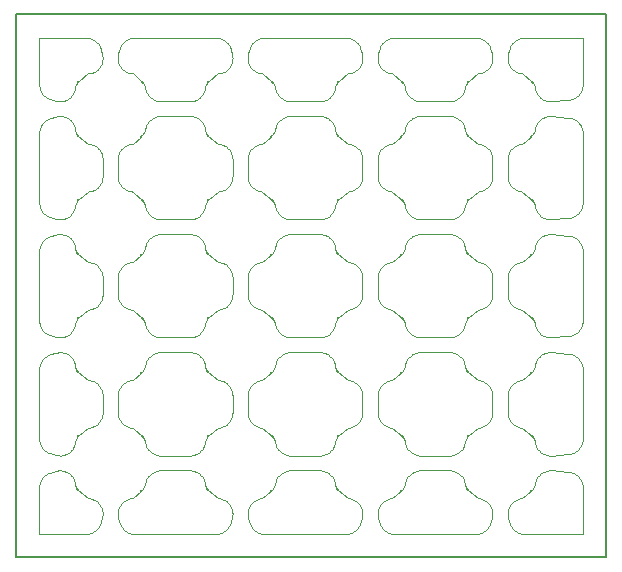
<source format=gbr>
G04 #@! TF.GenerationSoftware,KiCad,Pcbnew,5.1.5-52549c5~84~ubuntu18.04.1*
G04 #@! TF.CreationDate,2020-10-30T11:30:54+01:00*
G04 #@! TF.ProjectId,output.load_cell_panel,6f757470-7574-42e6-9c6f-61645f63656c,rev?*
G04 #@! TF.SameCoordinates,Original*
G04 #@! TF.FileFunction,Profile,NP*
%FSLAX46Y46*%
G04 Gerber Fmt 4.6, Leading zero omitted, Abs format (unit mm)*
G04 Created by KiCad (PCBNEW 5.1.5-52549c5~84~ubuntu18.04.1) date 2020-10-30 11:30:54*
%MOMM*%
%LPD*%
G04 APERTURE LIST*
%ADD10C,0.150000*%
%ADD11C,0.100000*%
G04 APERTURE END LIST*
D10*
X163268911Y-100730385D02*
X163367221Y-100640238D01*
X152268911Y-100730385D02*
X152367221Y-100640238D01*
X141268911Y-100730385D02*
X141367221Y-100640238D01*
X163268911Y-90730385D02*
X163367221Y-90640238D01*
X152268911Y-90730385D02*
X152367221Y-90640238D01*
X141268911Y-90730385D02*
X141367221Y-90640238D01*
X163268911Y-80730385D02*
X163367221Y-80640238D01*
X152268911Y-80730385D02*
X152367221Y-80640238D01*
X141268911Y-80730385D02*
X141367221Y-80640238D01*
X163268911Y-70730385D02*
X163367221Y-70640238D01*
X152268911Y-70730385D02*
X152367221Y-70640238D01*
X141268911Y-70730385D02*
X141367221Y-70640238D01*
X168731089Y-105269615D02*
X168632779Y-105359761D01*
X157731089Y-105269615D02*
X157632779Y-105359761D01*
X146731089Y-105269615D02*
X146632779Y-105359761D01*
X168731089Y-95269615D02*
X168632779Y-95359761D01*
X157731089Y-95269615D02*
X157632779Y-95359761D01*
X146731089Y-95269615D02*
X146632779Y-95359761D01*
X168731089Y-85269615D02*
X168632779Y-85359761D01*
X157731089Y-85269615D02*
X157632779Y-85359761D01*
X146731089Y-85269615D02*
X146632779Y-85359761D01*
X168731089Y-75269615D02*
X168632779Y-75359761D01*
X157731089Y-75269615D02*
X157632779Y-75359761D01*
X146731089Y-75269615D02*
X146632779Y-75359761D01*
X163290617Y-105295483D02*
X163218911Y-105183013D01*
X152290617Y-105295483D02*
X152218911Y-105183013D01*
X141290617Y-105295483D02*
X141218911Y-105183013D01*
X163290617Y-95295483D02*
X163218911Y-95183013D01*
X152290617Y-95295483D02*
X152218911Y-95183013D01*
X141290617Y-95295483D02*
X141218911Y-95183013D01*
X163290617Y-85295483D02*
X163218911Y-85183013D01*
X152290617Y-85295483D02*
X152218911Y-85183013D01*
X141290617Y-85295483D02*
X141218911Y-85183013D01*
X163290617Y-75295483D02*
X163218911Y-75183013D01*
X152290617Y-75295483D02*
X152218911Y-75183013D01*
X141290617Y-75295483D02*
X141218911Y-75183013D01*
X168781088Y-100816987D02*
X168709383Y-100704517D01*
X157781088Y-100816987D02*
X157709383Y-100704517D01*
X146781088Y-100816987D02*
X146709383Y-100704517D01*
X168781088Y-90816987D02*
X168709383Y-90704517D01*
X157781088Y-90816987D02*
X157709383Y-90704517D01*
X146781088Y-90816987D02*
X146709383Y-90704517D01*
X168781088Y-80816987D02*
X168709383Y-80704517D01*
X157781088Y-80816987D02*
X157709383Y-80704517D01*
X146781088Y-80816987D02*
X146709383Y-80704517D01*
X168781088Y-70816987D02*
X168709383Y-70704517D01*
X157781088Y-70816987D02*
X157709383Y-70704517D01*
X146781088Y-70816987D02*
X146709383Y-70704517D01*
X130268911Y-100730385D02*
X130367221Y-100640238D01*
X130268911Y-90730385D02*
X130367221Y-90640238D01*
X130268911Y-80730385D02*
X130367221Y-80640238D01*
X135731089Y-105269615D02*
X135632779Y-105359761D01*
X135731089Y-95269615D02*
X135632779Y-95359761D01*
X135731089Y-85269615D02*
X135632779Y-85359761D01*
X130290617Y-105295483D02*
X130218911Y-105183013D01*
X130290617Y-95295483D02*
X130218911Y-95183013D01*
X130290617Y-85295483D02*
X130218911Y-85183013D01*
X135781088Y-100816987D02*
X135709383Y-100704517D01*
X135781088Y-90816987D02*
X135709383Y-90704517D01*
X135781088Y-80816987D02*
X135709383Y-80704517D01*
X125000000Y-111000000D02*
X125000000Y-65000000D01*
X175000000Y-111000000D02*
X125000000Y-111000000D01*
X175000000Y-65000000D02*
X175000000Y-111000000D01*
X125000000Y-65000000D02*
X175000000Y-65000000D01*
X130268911Y-70730385D02*
X130367221Y-70640238D01*
X130290617Y-75295483D02*
X130218911Y-75183013D01*
X135731089Y-75269615D02*
X135632779Y-75359761D01*
X135781088Y-70816987D02*
X135709383Y-70704517D01*
D11*
X152043705Y-74879548D02*
X152218911Y-75183013D01*
X152044043Y-71119867D02*
X152268911Y-70730385D01*
X146956294Y-71120452D02*
X146781088Y-70816987D01*
X146955957Y-74880133D02*
X146731089Y-75269615D01*
X146956294Y-71120452D02*
X146963972Y-71220157D01*
X152044043Y-71119867D02*
X152036347Y-71219570D01*
X146963972Y-71220157D02*
X146979291Y-71318977D01*
X152036347Y-71219570D02*
X152021010Y-71318386D01*
X146979291Y-71318977D02*
X147002161Y-71416327D01*
X152021010Y-71318386D02*
X151998123Y-71415731D01*
X147002161Y-71416327D02*
X147032446Y-71511631D01*
X151998123Y-71415731D02*
X151967821Y-71511029D01*
X147032446Y-71511631D02*
X147069967Y-71604325D01*
X151967821Y-71511029D02*
X151930283Y-71603716D01*
X147069967Y-71604325D02*
X147114502Y-71693861D01*
X151930283Y-71603716D02*
X151885732Y-71693243D01*
X147114502Y-71693861D02*
X147165788Y-71779709D01*
X151885732Y-71693243D02*
X151834431Y-71779081D01*
X147165788Y-71779709D02*
X147223521Y-71861361D01*
X151834431Y-71779081D02*
X151776684Y-71860722D01*
X147223521Y-71861361D02*
X147287359Y-71938334D01*
X151776684Y-71860722D02*
X151712832Y-71937683D01*
X147287359Y-71938334D02*
X147356925Y-72010172D01*
X151712832Y-71937683D02*
X151643253Y-72009508D01*
X147356925Y-72010172D02*
X147431807Y-72076450D01*
X151643253Y-72009508D02*
X151568359Y-72075772D01*
X147431807Y-72076450D02*
X147511562Y-72136776D01*
X151568359Y-72075772D02*
X151488593Y-72136083D01*
X147511562Y-72136776D02*
X147595718Y-72190793D01*
X151488593Y-72136083D02*
X151404427Y-72190084D01*
X147595718Y-72190793D02*
X147683777Y-72238181D01*
X151404427Y-72190084D02*
X151316359Y-72237456D01*
X147683777Y-72238181D02*
X147775218Y-72278660D01*
X151316359Y-72237456D02*
X151224910Y-72277918D01*
X147775218Y-72278660D02*
X147869500Y-72311991D01*
X151224910Y-72277918D02*
X151130621Y-72311231D01*
X147869500Y-72311991D02*
X147966065Y-72337976D01*
X151130621Y-72311231D02*
X151034050Y-72337198D01*
X147966065Y-72337976D02*
X148064342Y-72356462D01*
X151034050Y-72337198D02*
X150935769Y-72355665D01*
X148064342Y-72356462D02*
X148163749Y-72367339D01*
X150935769Y-72355665D02*
X150836359Y-72366523D01*
X148163749Y-72367339D02*
X148263698Y-72370543D01*
X150836359Y-72366523D02*
X150736408Y-72369708D01*
X150736408Y-72369708D02*
X148263698Y-72370543D01*
X152043705Y-74879548D02*
X152036027Y-74779843D01*
X146955957Y-74880133D02*
X146963653Y-74780430D01*
X152036027Y-74779843D02*
X152020708Y-74681023D01*
X146963653Y-74780430D02*
X146978990Y-74681614D01*
X152020708Y-74681023D02*
X151997838Y-74583673D01*
X146978990Y-74681614D02*
X147001877Y-74584269D01*
X151997838Y-74583673D02*
X151967553Y-74488369D01*
X147001877Y-74584269D02*
X147032179Y-74488971D01*
X151967553Y-74488369D02*
X151930032Y-74395675D01*
X147032179Y-74488971D02*
X147069717Y-74396284D01*
X151930032Y-74395675D02*
X151885497Y-74306139D01*
X147069717Y-74396284D02*
X147114268Y-74306757D01*
X151885497Y-74306139D02*
X151834211Y-74220291D01*
X147114268Y-74306757D02*
X147165569Y-74220919D01*
X151834211Y-74220291D02*
X151776478Y-74138639D01*
X147165569Y-74220919D02*
X147223316Y-74139278D01*
X151776478Y-74138639D02*
X151712640Y-74061666D01*
X147223316Y-74139278D02*
X147287168Y-74062317D01*
X151712640Y-74061666D02*
X151643074Y-73989828D01*
X147287168Y-74062317D02*
X147356747Y-73990492D01*
X151643074Y-73989828D02*
X151568192Y-73923550D01*
X147356747Y-73990492D02*
X147431641Y-73924228D01*
X151568192Y-73923550D02*
X151488437Y-73863224D01*
X147431641Y-73924228D02*
X147511407Y-73863917D01*
X151488437Y-73863224D02*
X151404281Y-73809207D01*
X147511407Y-73863917D02*
X147595573Y-73809916D01*
X151404281Y-73809207D02*
X151316222Y-73761819D01*
X147595573Y-73809916D02*
X147683641Y-73762544D01*
X151316222Y-73761819D02*
X151224781Y-73721340D01*
X147683641Y-73762544D02*
X147775090Y-73722082D01*
X151224781Y-73721340D02*
X151130499Y-73688009D01*
X147775090Y-73722082D02*
X147869379Y-73688769D01*
X151130499Y-73688009D02*
X151033934Y-73662024D01*
X147869379Y-73688769D02*
X147965950Y-73662802D01*
X151033934Y-73662024D02*
X150935657Y-73643538D01*
X147965950Y-73662802D02*
X148064231Y-73644335D01*
X150935657Y-73643538D02*
X150836250Y-73632661D01*
X148064231Y-73644335D02*
X148163641Y-73633477D01*
X150836250Y-73632661D02*
X150736301Y-73629457D01*
X148163641Y-73633477D02*
X148263592Y-73630292D01*
X150736301Y-73629457D02*
X148263592Y-73630292D01*
X163043705Y-74879548D02*
X163218911Y-75183013D01*
X163044043Y-71119867D02*
X163268911Y-70730385D01*
X157956294Y-71120452D02*
X157781088Y-70816987D01*
X157955957Y-74880133D02*
X157731089Y-75269615D01*
X157956294Y-71120452D02*
X157963972Y-71220157D01*
X163044043Y-71119867D02*
X163036347Y-71219570D01*
X157963972Y-71220157D02*
X157979291Y-71318977D01*
X163036347Y-71219570D02*
X163021010Y-71318386D01*
X157979291Y-71318977D02*
X158002161Y-71416327D01*
X163021010Y-71318386D02*
X162998123Y-71415731D01*
X158002161Y-71416327D02*
X158032446Y-71511631D01*
X162998123Y-71415731D02*
X162967821Y-71511029D01*
X158032446Y-71511631D02*
X158069967Y-71604325D01*
X162967821Y-71511029D02*
X162930283Y-71603716D01*
X158069967Y-71604325D02*
X158114502Y-71693861D01*
X162930283Y-71603716D02*
X162885732Y-71693243D01*
X158114502Y-71693861D02*
X158165788Y-71779709D01*
X162885732Y-71693243D02*
X162834431Y-71779081D01*
X158165788Y-71779709D02*
X158223521Y-71861361D01*
X162834431Y-71779081D02*
X162776684Y-71860722D01*
X158223521Y-71861361D02*
X158287359Y-71938334D01*
X162776684Y-71860722D02*
X162712832Y-71937683D01*
X158287359Y-71938334D02*
X158356925Y-72010172D01*
X162712832Y-71937683D02*
X162643253Y-72009508D01*
X158356925Y-72010172D02*
X158431807Y-72076450D01*
X162643253Y-72009508D02*
X162568359Y-72075772D01*
X158431807Y-72076450D02*
X158511562Y-72136776D01*
X162568359Y-72075772D02*
X162488593Y-72136083D01*
X158511562Y-72136776D02*
X158595718Y-72190793D01*
X162488593Y-72136083D02*
X162404427Y-72190084D01*
X158595718Y-72190793D02*
X158683777Y-72238181D01*
X162404427Y-72190084D02*
X162316359Y-72237456D01*
X158683777Y-72238181D02*
X158775218Y-72278660D01*
X162316359Y-72237456D02*
X162224910Y-72277918D01*
X158775218Y-72278660D02*
X158869500Y-72311991D01*
X162224910Y-72277918D02*
X162130621Y-72311231D01*
X158869500Y-72311991D02*
X158966065Y-72337976D01*
X162130621Y-72311231D02*
X162034050Y-72337198D01*
X158966065Y-72337976D02*
X159064342Y-72356462D01*
X162034050Y-72337198D02*
X161935769Y-72355665D01*
X159064342Y-72356462D02*
X159163749Y-72367339D01*
X161935769Y-72355665D02*
X161836359Y-72366523D01*
X159163749Y-72367339D02*
X159263698Y-72370543D01*
X161836359Y-72366523D02*
X161736408Y-72369708D01*
X161736408Y-72369708D02*
X159263698Y-72370543D01*
X163043705Y-74879548D02*
X163036027Y-74779843D01*
X157955957Y-74880133D02*
X157963653Y-74780430D01*
X163036027Y-74779843D02*
X163020708Y-74681023D01*
X157963653Y-74780430D02*
X157978990Y-74681614D01*
X163020708Y-74681023D02*
X162997838Y-74583673D01*
X157978990Y-74681614D02*
X158001877Y-74584269D01*
X162997838Y-74583673D02*
X162967553Y-74488369D01*
X158001877Y-74584269D02*
X158032179Y-74488971D01*
X162967553Y-74488369D02*
X162930032Y-74395675D01*
X158032179Y-74488971D02*
X158069717Y-74396284D01*
X162930032Y-74395675D02*
X162885497Y-74306139D01*
X158069717Y-74396284D02*
X158114268Y-74306757D01*
X162885497Y-74306139D02*
X162834211Y-74220291D01*
X158114268Y-74306757D02*
X158165569Y-74220919D01*
X162834211Y-74220291D02*
X162776478Y-74138639D01*
X158165569Y-74220919D02*
X158223316Y-74139278D01*
X162776478Y-74138639D02*
X162712640Y-74061666D01*
X158223316Y-74139278D02*
X158287168Y-74062317D01*
X162712640Y-74061666D02*
X162643074Y-73989828D01*
X158287168Y-74062317D02*
X158356747Y-73990492D01*
X162643074Y-73989828D02*
X162568192Y-73923550D01*
X158356747Y-73990492D02*
X158431641Y-73924228D01*
X162568192Y-73923550D02*
X162488437Y-73863224D01*
X158431641Y-73924228D02*
X158511407Y-73863917D01*
X162488437Y-73863224D02*
X162404281Y-73809207D01*
X158511407Y-73863917D02*
X158595573Y-73809916D01*
X162404281Y-73809207D02*
X162316222Y-73761819D01*
X158595573Y-73809916D02*
X158683641Y-73762544D01*
X162316222Y-73761819D02*
X162224781Y-73721340D01*
X158683641Y-73762544D02*
X158775090Y-73722082D01*
X162224781Y-73721340D02*
X162130499Y-73688009D01*
X158775090Y-73722082D02*
X158869379Y-73688769D01*
X162130499Y-73688009D02*
X162033934Y-73662024D01*
X158869379Y-73688769D02*
X158965950Y-73662802D01*
X162033934Y-73662024D02*
X161935657Y-73643538D01*
X158965950Y-73662802D02*
X159064231Y-73644335D01*
X161935657Y-73643538D02*
X161836250Y-73632661D01*
X159064231Y-73644335D02*
X159163641Y-73633477D01*
X161836250Y-73632661D02*
X161736301Y-73629457D01*
X159163641Y-73633477D02*
X159263592Y-73630292D01*
X161736301Y-73629457D02*
X159263592Y-73630292D01*
X156892193Y-95981187D02*
X157632779Y-95359761D01*
X153107807Y-95981187D02*
X152290617Y-95295483D01*
X153107807Y-100018813D02*
X152367221Y-100640238D01*
X156892193Y-100018813D02*
X157709383Y-100704517D01*
X153107807Y-100018813D02*
X153207511Y-100011126D01*
X153107807Y-95981187D02*
X153207511Y-95988874D01*
X153207511Y-100011126D02*
X153306329Y-99995798D01*
X153207511Y-95988874D02*
X153306329Y-96004202D01*
X153306329Y-99995798D02*
X153403676Y-99972920D01*
X153306329Y-96004202D02*
X153403676Y-96027080D01*
X153403676Y-99972920D02*
X153498976Y-99942627D01*
X153403676Y-96027080D02*
X153498976Y-96057373D01*
X153498976Y-99942627D02*
X153591666Y-99905098D01*
X153498976Y-96057373D02*
X153591666Y-96094902D01*
X153591666Y-99905098D02*
X153681197Y-99860555D01*
X153591666Y-96094902D02*
X153681197Y-96139445D01*
X153681197Y-99860555D02*
X153767039Y-99809262D01*
X153681197Y-96139445D02*
X153767039Y-96190738D01*
X153767039Y-99809262D02*
X153848684Y-99751522D01*
X153767039Y-96190738D02*
X153848684Y-96248478D01*
X153848684Y-99751522D02*
X153925649Y-99687677D01*
X153848684Y-96248478D02*
X153925649Y-96312323D01*
X153925649Y-99687677D02*
X153997479Y-99618105D01*
X153925649Y-96312323D02*
X153997479Y-96381895D01*
X153997479Y-99618105D02*
X154063749Y-99543218D01*
X153997479Y-96381895D02*
X154063749Y-96456782D01*
X154063749Y-99543218D02*
X154124067Y-99463459D01*
X154063749Y-96456782D02*
X154124067Y-96536541D01*
X154124067Y-99463459D02*
X154178076Y-99379300D01*
X154124067Y-96536541D02*
X154178076Y-96620700D01*
X154178076Y-99379300D02*
X154225456Y-99291239D01*
X154178076Y-96620700D02*
X154225456Y-96708761D01*
X154225456Y-99291239D02*
X154265927Y-99199797D01*
X154225456Y-96708761D02*
X154265927Y-96800203D01*
X154265927Y-99199797D02*
X154299249Y-99105515D01*
X154265927Y-96800203D02*
X154299249Y-96894485D01*
X154299249Y-99105515D02*
X154325225Y-99008951D01*
X154299249Y-96894485D02*
X154325225Y-96991049D01*
X154325225Y-99008951D02*
X154343702Y-98910676D01*
X154325225Y-96991049D02*
X154343702Y-97089324D01*
X154343702Y-98910676D02*
X154354570Y-98811271D01*
X154343702Y-97089324D02*
X154354570Y-97188729D01*
X154354570Y-98811271D02*
X154357765Y-98711325D01*
X154354570Y-97188729D02*
X154357765Y-97288675D01*
X154357765Y-97288675D02*
X154357765Y-98711325D01*
X156892193Y-100018813D02*
X156792489Y-100011126D01*
X156892193Y-95981187D02*
X156792489Y-95988874D01*
X156792489Y-100011126D02*
X156693671Y-99995798D01*
X156792489Y-95988874D02*
X156693671Y-96004202D01*
X156693671Y-99995798D02*
X156596324Y-99972920D01*
X156693671Y-96004202D02*
X156596324Y-96027080D01*
X156596324Y-99972920D02*
X156501024Y-99942627D01*
X156596324Y-96027080D02*
X156501024Y-96057373D01*
X156501024Y-99942627D02*
X156408334Y-99905098D01*
X156501024Y-96057373D02*
X156408334Y-96094902D01*
X156408334Y-99905098D02*
X156318803Y-99860555D01*
X156408334Y-96094902D02*
X156318803Y-96139445D01*
X156318803Y-99860555D02*
X156232961Y-99809262D01*
X156318803Y-96139445D02*
X156232961Y-96190738D01*
X156232961Y-99809262D02*
X156151316Y-99751522D01*
X156232961Y-96190738D02*
X156151316Y-96248478D01*
X156151316Y-99751522D02*
X156074351Y-99687677D01*
X156151316Y-96248478D02*
X156074351Y-96312323D01*
X156074351Y-99687677D02*
X156002521Y-99618105D01*
X156074351Y-96312323D02*
X156002521Y-96381895D01*
X156002521Y-99618105D02*
X155936251Y-99543218D01*
X156002521Y-96381895D02*
X155936251Y-96456782D01*
X155936251Y-99543218D02*
X155875933Y-99463459D01*
X155936251Y-96456782D02*
X155875933Y-96536541D01*
X155875933Y-99463459D02*
X155821924Y-99379300D01*
X155875933Y-96536541D02*
X155821924Y-96620700D01*
X155821924Y-99379300D02*
X155774544Y-99291239D01*
X155821924Y-96620700D02*
X155774544Y-96708761D01*
X155774544Y-99291239D02*
X155734073Y-99199797D01*
X155774544Y-96708761D02*
X155734073Y-96800203D01*
X155734073Y-99199797D02*
X155700751Y-99105515D01*
X155734073Y-96800203D02*
X155700751Y-96894485D01*
X155700751Y-99105515D02*
X155674775Y-99008951D01*
X155700751Y-96894485D02*
X155674775Y-96991049D01*
X155674775Y-99008951D02*
X155656298Y-98910676D01*
X155674775Y-96991049D02*
X155656298Y-97089324D01*
X155656298Y-98910676D02*
X155645430Y-98811271D01*
X155656298Y-97089324D02*
X155645430Y-97188729D01*
X155645430Y-98811271D02*
X155642235Y-98711325D01*
X155645430Y-97188729D02*
X155642235Y-97288675D01*
X155642235Y-97288675D02*
X155642235Y-98711325D01*
X156892193Y-85981187D02*
X157632779Y-85359761D01*
X153107807Y-85981187D02*
X152290617Y-85295483D01*
X153107807Y-90018813D02*
X152367221Y-90640238D01*
X156892193Y-90018813D02*
X157709383Y-90704517D01*
X153107807Y-90018813D02*
X153207511Y-90011126D01*
X153107807Y-85981187D02*
X153207511Y-85988874D01*
X153207511Y-90011126D02*
X153306329Y-89995798D01*
X153207511Y-85988874D02*
X153306329Y-86004202D01*
X153306329Y-89995798D02*
X153403676Y-89972920D01*
X153306329Y-86004202D02*
X153403676Y-86027080D01*
X153403676Y-89972920D02*
X153498976Y-89942627D01*
X153403676Y-86027080D02*
X153498976Y-86057373D01*
X153498976Y-89942627D02*
X153591666Y-89905098D01*
X153498976Y-86057373D02*
X153591666Y-86094902D01*
X153591666Y-89905098D02*
X153681197Y-89860555D01*
X153591666Y-86094902D02*
X153681197Y-86139445D01*
X153681197Y-89860555D02*
X153767039Y-89809262D01*
X153681197Y-86139445D02*
X153767039Y-86190738D01*
X153767039Y-89809262D02*
X153848684Y-89751522D01*
X153767039Y-86190738D02*
X153848684Y-86248478D01*
X153848684Y-89751522D02*
X153925649Y-89687677D01*
X153848684Y-86248478D02*
X153925649Y-86312323D01*
X153925649Y-89687677D02*
X153997479Y-89618105D01*
X153925649Y-86312323D02*
X153997479Y-86381895D01*
X153997479Y-89618105D02*
X154063749Y-89543218D01*
X153997479Y-86381895D02*
X154063749Y-86456782D01*
X154063749Y-89543218D02*
X154124067Y-89463459D01*
X154063749Y-86456782D02*
X154124067Y-86536541D01*
X154124067Y-89463459D02*
X154178076Y-89379300D01*
X154124067Y-86536541D02*
X154178076Y-86620700D01*
X154178076Y-89379300D02*
X154225456Y-89291239D01*
X154178076Y-86620700D02*
X154225456Y-86708761D01*
X154225456Y-89291239D02*
X154265927Y-89199797D01*
X154225456Y-86708761D02*
X154265927Y-86800203D01*
X154265927Y-89199797D02*
X154299249Y-89105515D01*
X154265927Y-86800203D02*
X154299249Y-86894485D01*
X154299249Y-89105515D02*
X154325225Y-89008951D01*
X154299249Y-86894485D02*
X154325225Y-86991049D01*
X154325225Y-89008951D02*
X154343702Y-88910676D01*
X154325225Y-86991049D02*
X154343702Y-87089324D01*
X154343702Y-88910676D02*
X154354570Y-88811271D01*
X154343702Y-87089324D02*
X154354570Y-87188729D01*
X154354570Y-88811271D02*
X154357765Y-88711325D01*
X154354570Y-87188729D02*
X154357765Y-87288675D01*
X154357765Y-87288675D02*
X154357765Y-88711325D01*
X156892193Y-90018813D02*
X156792489Y-90011126D01*
X156892193Y-85981187D02*
X156792489Y-85988874D01*
X156792489Y-90011126D02*
X156693671Y-89995798D01*
X156792489Y-85988874D02*
X156693671Y-86004202D01*
X156693671Y-89995798D02*
X156596324Y-89972920D01*
X156693671Y-86004202D02*
X156596324Y-86027080D01*
X156596324Y-89972920D02*
X156501024Y-89942627D01*
X156596324Y-86027080D02*
X156501024Y-86057373D01*
X156501024Y-89942627D02*
X156408334Y-89905098D01*
X156501024Y-86057373D02*
X156408334Y-86094902D01*
X156408334Y-89905098D02*
X156318803Y-89860555D01*
X156408334Y-86094902D02*
X156318803Y-86139445D01*
X156318803Y-89860555D02*
X156232961Y-89809262D01*
X156318803Y-86139445D02*
X156232961Y-86190738D01*
X156232961Y-89809262D02*
X156151316Y-89751522D01*
X156232961Y-86190738D02*
X156151316Y-86248478D01*
X156151316Y-89751522D02*
X156074351Y-89687677D01*
X156151316Y-86248478D02*
X156074351Y-86312323D01*
X156074351Y-89687677D02*
X156002521Y-89618105D01*
X156074351Y-86312323D02*
X156002521Y-86381895D01*
X156002521Y-89618105D02*
X155936251Y-89543218D01*
X156002521Y-86381895D02*
X155936251Y-86456782D01*
X155936251Y-89543218D02*
X155875933Y-89463459D01*
X155936251Y-86456782D02*
X155875933Y-86536541D01*
X155875933Y-89463459D02*
X155821924Y-89379300D01*
X155875933Y-86536541D02*
X155821924Y-86620700D01*
X155821924Y-89379300D02*
X155774544Y-89291239D01*
X155821924Y-86620700D02*
X155774544Y-86708761D01*
X155774544Y-89291239D02*
X155734073Y-89199797D01*
X155774544Y-86708761D02*
X155734073Y-86800203D01*
X155734073Y-89199797D02*
X155700751Y-89105515D01*
X155734073Y-86800203D02*
X155700751Y-86894485D01*
X155700751Y-89105515D02*
X155674775Y-89008951D01*
X155700751Y-86894485D02*
X155674775Y-86991049D01*
X155674775Y-89008951D02*
X155656298Y-88910676D01*
X155674775Y-86991049D02*
X155656298Y-87089324D01*
X155656298Y-88910676D02*
X155645430Y-88811271D01*
X155656298Y-87089324D02*
X155645430Y-87188729D01*
X155645430Y-88811271D02*
X155642235Y-88711325D01*
X155645430Y-87188729D02*
X155642235Y-87288675D01*
X155642235Y-87288675D02*
X155642235Y-88711325D01*
X142107807Y-80018813D02*
X141367221Y-80640238D01*
X145892193Y-80018813D02*
X146709383Y-80704517D01*
X145892193Y-75981187D02*
X146632779Y-75359761D01*
X142107807Y-75981187D02*
X141290617Y-75295483D01*
X145892193Y-75981187D02*
X145792489Y-75988874D01*
X145892193Y-80018813D02*
X145792489Y-80011126D01*
X145792489Y-75988874D02*
X145693671Y-76004202D01*
X145792489Y-80011126D02*
X145693671Y-79995798D01*
X145693671Y-76004202D02*
X145596324Y-76027080D01*
X145693671Y-79995798D02*
X145596324Y-79972920D01*
X145596324Y-76027080D02*
X145501024Y-76057373D01*
X145596324Y-79972920D02*
X145501024Y-79942627D01*
X145501024Y-76057373D02*
X145408334Y-76094902D01*
X145501024Y-79942627D02*
X145408334Y-79905098D01*
X145408334Y-76094902D02*
X145318803Y-76139445D01*
X145408334Y-79905098D02*
X145318803Y-79860555D01*
X145318803Y-76139445D02*
X145232961Y-76190738D01*
X145318803Y-79860555D02*
X145232961Y-79809262D01*
X145232961Y-76190738D02*
X145151316Y-76248478D01*
X145232961Y-79809262D02*
X145151316Y-79751522D01*
X145151316Y-76248478D02*
X145074351Y-76312323D01*
X145151316Y-79751522D02*
X145074351Y-79687677D01*
X145074351Y-76312323D02*
X145002521Y-76381895D01*
X145074351Y-79687677D02*
X145002521Y-79618105D01*
X145002521Y-76381895D02*
X144936251Y-76456782D01*
X145002521Y-79618105D02*
X144936251Y-79543218D01*
X144936251Y-76456782D02*
X144875933Y-76536541D01*
X144936251Y-79543218D02*
X144875933Y-79463459D01*
X144875933Y-76536541D02*
X144821924Y-76620700D01*
X144875933Y-79463459D02*
X144821924Y-79379300D01*
X144821924Y-76620700D02*
X144774544Y-76708761D01*
X144821924Y-79379300D02*
X144774544Y-79291239D01*
X144774544Y-76708761D02*
X144734073Y-76800203D01*
X144774544Y-79291239D02*
X144734073Y-79199797D01*
X144734073Y-76800203D02*
X144700751Y-76894485D01*
X144734073Y-79199797D02*
X144700751Y-79105515D01*
X144700751Y-76894485D02*
X144674775Y-76991049D01*
X144700751Y-79105515D02*
X144674775Y-79008951D01*
X144674775Y-76991049D02*
X144656298Y-77089324D01*
X144674775Y-79008951D02*
X144656298Y-78910676D01*
X144656298Y-77089324D02*
X144645430Y-77188729D01*
X144656298Y-78910676D02*
X144645430Y-78811271D01*
X144645430Y-77188729D02*
X144642235Y-77288675D01*
X144645430Y-78811271D02*
X144642235Y-78711325D01*
X144642235Y-78711325D02*
X144642235Y-77288675D01*
X142107807Y-75981187D02*
X142207511Y-75988874D01*
X142107807Y-80018813D02*
X142207511Y-80011126D01*
X142207511Y-75988874D02*
X142306329Y-76004202D01*
X142207511Y-80011126D02*
X142306329Y-79995798D01*
X142306329Y-76004202D02*
X142403676Y-76027080D01*
X142306329Y-79995798D02*
X142403676Y-79972920D01*
X142403676Y-76027080D02*
X142498976Y-76057373D01*
X142403676Y-79972920D02*
X142498976Y-79942627D01*
X142498976Y-76057373D02*
X142591666Y-76094902D01*
X142498976Y-79942627D02*
X142591666Y-79905098D01*
X142591666Y-76094902D02*
X142681197Y-76139445D01*
X142591666Y-79905098D02*
X142681197Y-79860555D01*
X142681197Y-76139445D02*
X142767039Y-76190738D01*
X142681197Y-79860555D02*
X142767039Y-79809262D01*
X142767039Y-76190738D02*
X142848684Y-76248478D01*
X142767039Y-79809262D02*
X142848684Y-79751522D01*
X142848684Y-76248478D02*
X142925649Y-76312323D01*
X142848684Y-79751522D02*
X142925649Y-79687677D01*
X142925649Y-76312323D02*
X142997479Y-76381895D01*
X142925649Y-79687677D02*
X142997479Y-79618105D01*
X142997479Y-76381895D02*
X143063749Y-76456782D01*
X142997479Y-79618105D02*
X143063749Y-79543218D01*
X143063749Y-76456782D02*
X143124067Y-76536541D01*
X143063749Y-79543218D02*
X143124067Y-79463459D01*
X143124067Y-76536541D02*
X143178076Y-76620700D01*
X143124067Y-79463459D02*
X143178076Y-79379300D01*
X143178076Y-76620700D02*
X143225456Y-76708761D01*
X143178076Y-79379300D02*
X143225456Y-79291239D01*
X143225456Y-76708761D02*
X143265927Y-76800203D01*
X143225456Y-79291239D02*
X143265927Y-79199797D01*
X143265927Y-76800203D02*
X143299249Y-76894485D01*
X143265927Y-79199797D02*
X143299249Y-79105515D01*
X143299249Y-76894485D02*
X143325225Y-76991049D01*
X143299249Y-79105515D02*
X143325225Y-79008951D01*
X143325225Y-76991049D02*
X143343702Y-77089324D01*
X143325225Y-79008951D02*
X143343702Y-78910676D01*
X143343702Y-77089324D02*
X143354570Y-77188729D01*
X143343702Y-78910676D02*
X143354570Y-78811271D01*
X143354570Y-77188729D02*
X143357765Y-77288675D01*
X143354570Y-78811271D02*
X143357765Y-78711325D01*
X143357765Y-78711325D02*
X143357765Y-77288675D01*
X156892193Y-75981187D02*
X157632779Y-75359761D01*
X153107807Y-75981187D02*
X152290617Y-75295483D01*
X153107807Y-80018813D02*
X152367221Y-80640238D01*
X156892193Y-80018813D02*
X157709383Y-80704517D01*
X153107807Y-80018813D02*
X153207511Y-80011126D01*
X153107807Y-75981187D02*
X153207511Y-75988874D01*
X153207511Y-80011126D02*
X153306329Y-79995798D01*
X153207511Y-75988874D02*
X153306329Y-76004202D01*
X153306329Y-79995798D02*
X153403676Y-79972920D01*
X153306329Y-76004202D02*
X153403676Y-76027080D01*
X153403676Y-79972920D02*
X153498976Y-79942627D01*
X153403676Y-76027080D02*
X153498976Y-76057373D01*
X153498976Y-79942627D02*
X153591666Y-79905098D01*
X153498976Y-76057373D02*
X153591666Y-76094902D01*
X153591666Y-79905098D02*
X153681197Y-79860555D01*
X153591666Y-76094902D02*
X153681197Y-76139445D01*
X153681197Y-79860555D02*
X153767039Y-79809262D01*
X153681197Y-76139445D02*
X153767039Y-76190738D01*
X153767039Y-79809262D02*
X153848684Y-79751522D01*
X153767039Y-76190738D02*
X153848684Y-76248478D01*
X153848684Y-79751522D02*
X153925649Y-79687677D01*
X153848684Y-76248478D02*
X153925649Y-76312323D01*
X153925649Y-79687677D02*
X153997479Y-79618105D01*
X153925649Y-76312323D02*
X153997479Y-76381895D01*
X153997479Y-79618105D02*
X154063749Y-79543218D01*
X153997479Y-76381895D02*
X154063749Y-76456782D01*
X154063749Y-79543218D02*
X154124067Y-79463459D01*
X154063749Y-76456782D02*
X154124067Y-76536541D01*
X154124067Y-79463459D02*
X154178076Y-79379300D01*
X154124067Y-76536541D02*
X154178076Y-76620700D01*
X154178076Y-79379300D02*
X154225456Y-79291239D01*
X154178076Y-76620700D02*
X154225456Y-76708761D01*
X154225456Y-79291239D02*
X154265927Y-79199797D01*
X154225456Y-76708761D02*
X154265927Y-76800203D01*
X154265927Y-79199797D02*
X154299249Y-79105515D01*
X154265927Y-76800203D02*
X154299249Y-76894485D01*
X154299249Y-79105515D02*
X154325225Y-79008951D01*
X154299249Y-76894485D02*
X154325225Y-76991049D01*
X154325225Y-79008951D02*
X154343702Y-78910676D01*
X154325225Y-76991049D02*
X154343702Y-77089324D01*
X154343702Y-78910676D02*
X154354570Y-78811271D01*
X154343702Y-77089324D02*
X154354570Y-77188729D01*
X154354570Y-78811271D02*
X154357765Y-78711325D01*
X154354570Y-77188729D02*
X154357765Y-77288675D01*
X154357765Y-77288675D02*
X154357765Y-78711325D01*
X156892193Y-80018813D02*
X156792489Y-80011126D01*
X156892193Y-75981187D02*
X156792489Y-75988874D01*
X156792489Y-80011126D02*
X156693671Y-79995798D01*
X156792489Y-75988874D02*
X156693671Y-76004202D01*
X156693671Y-79995798D02*
X156596324Y-79972920D01*
X156693671Y-76004202D02*
X156596324Y-76027080D01*
X156596324Y-79972920D02*
X156501024Y-79942627D01*
X156596324Y-76027080D02*
X156501024Y-76057373D01*
X156501024Y-79942627D02*
X156408334Y-79905098D01*
X156501024Y-76057373D02*
X156408334Y-76094902D01*
X156408334Y-79905098D02*
X156318803Y-79860555D01*
X156408334Y-76094902D02*
X156318803Y-76139445D01*
X156318803Y-79860555D02*
X156232961Y-79809262D01*
X156318803Y-76139445D02*
X156232961Y-76190738D01*
X156232961Y-79809262D02*
X156151316Y-79751522D01*
X156232961Y-76190738D02*
X156151316Y-76248478D01*
X156151316Y-79751522D02*
X156074351Y-79687677D01*
X156151316Y-76248478D02*
X156074351Y-76312323D01*
X156074351Y-79687677D02*
X156002521Y-79618105D01*
X156074351Y-76312323D02*
X156002521Y-76381895D01*
X156002521Y-79618105D02*
X155936251Y-79543218D01*
X156002521Y-76381895D02*
X155936251Y-76456782D01*
X155936251Y-79543218D02*
X155875933Y-79463459D01*
X155936251Y-76456782D02*
X155875933Y-76536541D01*
X155875933Y-79463459D02*
X155821924Y-79379300D01*
X155875933Y-76536541D02*
X155821924Y-76620700D01*
X155821924Y-79379300D02*
X155774544Y-79291239D01*
X155821924Y-76620700D02*
X155774544Y-76708761D01*
X155774544Y-79291239D02*
X155734073Y-79199797D01*
X155774544Y-76708761D02*
X155734073Y-76800203D01*
X155734073Y-79199797D02*
X155700751Y-79105515D01*
X155734073Y-76800203D02*
X155700751Y-76894485D01*
X155700751Y-79105515D02*
X155674775Y-79008951D01*
X155700751Y-76894485D02*
X155674775Y-76991049D01*
X155674775Y-79008951D02*
X155656298Y-78910676D01*
X155674775Y-76991049D02*
X155656298Y-77089324D01*
X155656298Y-78910676D02*
X155645430Y-78811271D01*
X155656298Y-77089324D02*
X155645430Y-77188729D01*
X155645430Y-78811271D02*
X155642235Y-78711325D01*
X155645430Y-77188729D02*
X155642235Y-77288675D01*
X155642235Y-77288675D02*
X155642235Y-78711325D01*
X167892193Y-75981187D02*
X168632779Y-75359761D01*
X164107807Y-75981187D02*
X163290617Y-75295483D01*
X164107807Y-80018813D02*
X163367221Y-80640238D01*
X167892193Y-80018813D02*
X168709383Y-80704517D01*
X164107807Y-80018813D02*
X164207511Y-80011126D01*
X164107807Y-75981187D02*
X164207511Y-75988874D01*
X164207511Y-80011126D02*
X164306329Y-79995798D01*
X164207511Y-75988874D02*
X164306329Y-76004202D01*
X164306329Y-79995798D02*
X164403676Y-79972920D01*
X164306329Y-76004202D02*
X164403676Y-76027080D01*
X164403676Y-79972920D02*
X164498976Y-79942627D01*
X164403676Y-76027080D02*
X164498976Y-76057373D01*
X164498976Y-79942627D02*
X164591666Y-79905098D01*
X164498976Y-76057373D02*
X164591666Y-76094902D01*
X164591666Y-79905098D02*
X164681197Y-79860555D01*
X164591666Y-76094902D02*
X164681197Y-76139445D01*
X164681197Y-79860555D02*
X164767039Y-79809262D01*
X164681197Y-76139445D02*
X164767039Y-76190738D01*
X164767039Y-79809262D02*
X164848684Y-79751522D01*
X164767039Y-76190738D02*
X164848684Y-76248478D01*
X164848684Y-79751522D02*
X164925649Y-79687677D01*
X164848684Y-76248478D02*
X164925649Y-76312323D01*
X164925649Y-79687677D02*
X164997479Y-79618105D01*
X164925649Y-76312323D02*
X164997479Y-76381895D01*
X164997479Y-79618105D02*
X165063749Y-79543218D01*
X164997479Y-76381895D02*
X165063749Y-76456782D01*
X165063749Y-79543218D02*
X165124067Y-79463459D01*
X165063749Y-76456782D02*
X165124067Y-76536541D01*
X165124067Y-79463459D02*
X165178076Y-79379300D01*
X165124067Y-76536541D02*
X165178076Y-76620700D01*
X165178076Y-79379300D02*
X165225456Y-79291239D01*
X165178076Y-76620700D02*
X165225456Y-76708761D01*
X165225456Y-79291239D02*
X165265927Y-79199797D01*
X165225456Y-76708761D02*
X165265927Y-76800203D01*
X165265927Y-79199797D02*
X165299249Y-79105515D01*
X165265927Y-76800203D02*
X165299249Y-76894485D01*
X165299249Y-79105515D02*
X165325225Y-79008951D01*
X165299249Y-76894485D02*
X165325225Y-76991049D01*
X165325225Y-79008951D02*
X165343702Y-78910676D01*
X165325225Y-76991049D02*
X165343702Y-77089324D01*
X165343702Y-78910676D02*
X165354570Y-78811271D01*
X165343702Y-77089324D02*
X165354570Y-77188729D01*
X165354570Y-78811271D02*
X165357765Y-78711325D01*
X165354570Y-77188729D02*
X165357765Y-77288675D01*
X165357765Y-77288675D02*
X165357765Y-78711325D01*
X167892193Y-80018813D02*
X167792489Y-80011126D01*
X167892193Y-75981187D02*
X167792489Y-75988874D01*
X167792489Y-80011126D02*
X167693671Y-79995798D01*
X167792489Y-75988874D02*
X167693671Y-76004202D01*
X167693671Y-79995798D02*
X167596324Y-79972920D01*
X167693671Y-76004202D02*
X167596324Y-76027080D01*
X167596324Y-79972920D02*
X167501024Y-79942627D01*
X167596324Y-76027080D02*
X167501024Y-76057373D01*
X167501024Y-79942627D02*
X167408334Y-79905098D01*
X167501024Y-76057373D02*
X167408334Y-76094902D01*
X167408334Y-79905098D02*
X167318803Y-79860555D01*
X167408334Y-76094902D02*
X167318803Y-76139445D01*
X167318803Y-79860555D02*
X167232961Y-79809262D01*
X167318803Y-76139445D02*
X167232961Y-76190738D01*
X167232961Y-79809262D02*
X167151316Y-79751522D01*
X167232961Y-76190738D02*
X167151316Y-76248478D01*
X167151316Y-79751522D02*
X167074351Y-79687677D01*
X167151316Y-76248478D02*
X167074351Y-76312323D01*
X167074351Y-79687677D02*
X167002521Y-79618105D01*
X167074351Y-76312323D02*
X167002521Y-76381895D01*
X167002521Y-79618105D02*
X166936251Y-79543218D01*
X167002521Y-76381895D02*
X166936251Y-76456782D01*
X166936251Y-79543218D02*
X166875933Y-79463459D01*
X166936251Y-76456782D02*
X166875933Y-76536541D01*
X166875933Y-79463459D02*
X166821924Y-79379300D01*
X166875933Y-76536541D02*
X166821924Y-76620700D01*
X166821924Y-79379300D02*
X166774544Y-79291239D01*
X166821924Y-76620700D02*
X166774544Y-76708761D01*
X166774544Y-79291239D02*
X166734073Y-79199797D01*
X166774544Y-76708761D02*
X166734073Y-76800203D01*
X166734073Y-79199797D02*
X166700751Y-79105515D01*
X166734073Y-76800203D02*
X166700751Y-76894485D01*
X166700751Y-79105515D02*
X166674775Y-79008951D01*
X166700751Y-76894485D02*
X166674775Y-76991049D01*
X166674775Y-79008951D02*
X166656298Y-78910676D01*
X166674775Y-76991049D02*
X166656298Y-77089324D01*
X166656298Y-78910676D02*
X166645430Y-78811271D01*
X166656298Y-77089324D02*
X166645430Y-77188729D01*
X166645430Y-78811271D02*
X166642235Y-78711325D01*
X166645430Y-77188729D02*
X166642235Y-77288675D01*
X166642235Y-77288675D02*
X166642235Y-78711325D01*
X167892193Y-85981187D02*
X168632779Y-85359761D01*
X164107807Y-85981187D02*
X163290617Y-85295483D01*
X164107807Y-90018813D02*
X163367221Y-90640238D01*
X167892193Y-90018813D02*
X168709383Y-90704517D01*
X164107807Y-90018813D02*
X164207511Y-90011126D01*
X164107807Y-85981187D02*
X164207511Y-85988874D01*
X164207511Y-90011126D02*
X164306329Y-89995798D01*
X164207511Y-85988874D02*
X164306329Y-86004202D01*
X164306329Y-89995798D02*
X164403676Y-89972920D01*
X164306329Y-86004202D02*
X164403676Y-86027080D01*
X164403676Y-89972920D02*
X164498976Y-89942627D01*
X164403676Y-86027080D02*
X164498976Y-86057373D01*
X164498976Y-89942627D02*
X164591666Y-89905098D01*
X164498976Y-86057373D02*
X164591666Y-86094902D01*
X164591666Y-89905098D02*
X164681197Y-89860555D01*
X164591666Y-86094902D02*
X164681197Y-86139445D01*
X164681197Y-89860555D02*
X164767039Y-89809262D01*
X164681197Y-86139445D02*
X164767039Y-86190738D01*
X164767039Y-89809262D02*
X164848684Y-89751522D01*
X164767039Y-86190738D02*
X164848684Y-86248478D01*
X164848684Y-89751522D02*
X164925649Y-89687677D01*
X164848684Y-86248478D02*
X164925649Y-86312323D01*
X164925649Y-89687677D02*
X164997479Y-89618105D01*
X164925649Y-86312323D02*
X164997479Y-86381895D01*
X164997479Y-89618105D02*
X165063749Y-89543218D01*
X164997479Y-86381895D02*
X165063749Y-86456782D01*
X165063749Y-89543218D02*
X165124067Y-89463459D01*
X165063749Y-86456782D02*
X165124067Y-86536541D01*
X165124067Y-89463459D02*
X165178076Y-89379300D01*
X165124067Y-86536541D02*
X165178076Y-86620700D01*
X165178076Y-89379300D02*
X165225456Y-89291239D01*
X165178076Y-86620700D02*
X165225456Y-86708761D01*
X165225456Y-89291239D02*
X165265927Y-89199797D01*
X165225456Y-86708761D02*
X165265927Y-86800203D01*
X165265927Y-89199797D02*
X165299249Y-89105515D01*
X165265927Y-86800203D02*
X165299249Y-86894485D01*
X165299249Y-89105515D02*
X165325225Y-89008951D01*
X165299249Y-86894485D02*
X165325225Y-86991049D01*
X165325225Y-89008951D02*
X165343702Y-88910676D01*
X165325225Y-86991049D02*
X165343702Y-87089324D01*
X165343702Y-88910676D02*
X165354570Y-88811271D01*
X165343702Y-87089324D02*
X165354570Y-87188729D01*
X165354570Y-88811271D02*
X165357765Y-88711325D01*
X165354570Y-87188729D02*
X165357765Y-87288675D01*
X165357765Y-87288675D02*
X165357765Y-88711325D01*
X167892193Y-90018813D02*
X167792489Y-90011126D01*
X167892193Y-85981187D02*
X167792489Y-85988874D01*
X167792489Y-90011126D02*
X167693671Y-89995798D01*
X167792489Y-85988874D02*
X167693671Y-86004202D01*
X167693671Y-89995798D02*
X167596324Y-89972920D01*
X167693671Y-86004202D02*
X167596324Y-86027080D01*
X167596324Y-89972920D02*
X167501024Y-89942627D01*
X167596324Y-86027080D02*
X167501024Y-86057373D01*
X167501024Y-89942627D02*
X167408334Y-89905098D01*
X167501024Y-86057373D02*
X167408334Y-86094902D01*
X167408334Y-89905098D02*
X167318803Y-89860555D01*
X167408334Y-86094902D02*
X167318803Y-86139445D01*
X167318803Y-89860555D02*
X167232961Y-89809262D01*
X167318803Y-86139445D02*
X167232961Y-86190738D01*
X167232961Y-89809262D02*
X167151316Y-89751522D01*
X167232961Y-86190738D02*
X167151316Y-86248478D01*
X167151316Y-89751522D02*
X167074351Y-89687677D01*
X167151316Y-86248478D02*
X167074351Y-86312323D01*
X167074351Y-89687677D02*
X167002521Y-89618105D01*
X167074351Y-86312323D02*
X167002521Y-86381895D01*
X167002521Y-89618105D02*
X166936251Y-89543218D01*
X167002521Y-86381895D02*
X166936251Y-86456782D01*
X166936251Y-89543218D02*
X166875933Y-89463459D01*
X166936251Y-86456782D02*
X166875933Y-86536541D01*
X166875933Y-89463459D02*
X166821924Y-89379300D01*
X166875933Y-86536541D02*
X166821924Y-86620700D01*
X166821924Y-89379300D02*
X166774544Y-89291239D01*
X166821924Y-86620700D02*
X166774544Y-86708761D01*
X166774544Y-89291239D02*
X166734073Y-89199797D01*
X166774544Y-86708761D02*
X166734073Y-86800203D01*
X166734073Y-89199797D02*
X166700751Y-89105515D01*
X166734073Y-86800203D02*
X166700751Y-86894485D01*
X166700751Y-89105515D02*
X166674775Y-89008951D01*
X166700751Y-86894485D02*
X166674775Y-86991049D01*
X166674775Y-89008951D02*
X166656298Y-88910676D01*
X166674775Y-86991049D02*
X166656298Y-87089324D01*
X166656298Y-88910676D02*
X166645430Y-88811271D01*
X166656298Y-87089324D02*
X166645430Y-87188729D01*
X166645430Y-88811271D02*
X166642235Y-88711325D01*
X166645430Y-87188729D02*
X166642235Y-87288675D01*
X166642235Y-87288675D02*
X166642235Y-88711325D01*
X145892193Y-95981187D02*
X146632779Y-95359761D01*
X142107807Y-95981187D02*
X141290617Y-95295483D01*
X142107807Y-100018813D02*
X141367221Y-100640238D01*
X145892193Y-100018813D02*
X146709383Y-100704517D01*
X142107807Y-100018813D02*
X142207511Y-100011126D01*
X142107807Y-95981187D02*
X142207511Y-95988874D01*
X142207511Y-100011126D02*
X142306329Y-99995798D01*
X142207511Y-95988874D02*
X142306329Y-96004202D01*
X142306329Y-99995798D02*
X142403676Y-99972920D01*
X142306329Y-96004202D02*
X142403676Y-96027080D01*
X142403676Y-99972920D02*
X142498976Y-99942627D01*
X142403676Y-96027080D02*
X142498976Y-96057373D01*
X142498976Y-99942627D02*
X142591666Y-99905098D01*
X142498976Y-96057373D02*
X142591666Y-96094902D01*
X142591666Y-99905098D02*
X142681197Y-99860555D01*
X142591666Y-96094902D02*
X142681197Y-96139445D01*
X142681197Y-99860555D02*
X142767039Y-99809262D01*
X142681197Y-96139445D02*
X142767039Y-96190738D01*
X142767039Y-99809262D02*
X142848684Y-99751522D01*
X142767039Y-96190738D02*
X142848684Y-96248478D01*
X142848684Y-99751522D02*
X142925649Y-99687677D01*
X142848684Y-96248478D02*
X142925649Y-96312323D01*
X142925649Y-99687677D02*
X142997479Y-99618105D01*
X142925649Y-96312323D02*
X142997479Y-96381895D01*
X142997479Y-99618105D02*
X143063749Y-99543218D01*
X142997479Y-96381895D02*
X143063749Y-96456782D01*
X143063749Y-99543218D02*
X143124067Y-99463459D01*
X143063749Y-96456782D02*
X143124067Y-96536541D01*
X143124067Y-99463459D02*
X143178076Y-99379300D01*
X143124067Y-96536541D02*
X143178076Y-96620700D01*
X143178076Y-99379300D02*
X143225456Y-99291239D01*
X143178076Y-96620700D02*
X143225456Y-96708761D01*
X143225456Y-99291239D02*
X143265927Y-99199797D01*
X143225456Y-96708761D02*
X143265927Y-96800203D01*
X143265927Y-99199797D02*
X143299249Y-99105515D01*
X143265927Y-96800203D02*
X143299249Y-96894485D01*
X143299249Y-99105515D02*
X143325225Y-99008951D01*
X143299249Y-96894485D02*
X143325225Y-96991049D01*
X143325225Y-99008951D02*
X143343702Y-98910676D01*
X143325225Y-96991049D02*
X143343702Y-97089324D01*
X143343702Y-98910676D02*
X143354570Y-98811271D01*
X143343702Y-97089324D02*
X143354570Y-97188729D01*
X143354570Y-98811271D02*
X143357765Y-98711325D01*
X143354570Y-97188729D02*
X143357765Y-97288675D01*
X143357765Y-97288675D02*
X143357765Y-98711325D01*
X145892193Y-100018813D02*
X145792489Y-100011126D01*
X145892193Y-95981187D02*
X145792489Y-95988874D01*
X145792489Y-100011126D02*
X145693671Y-99995798D01*
X145792489Y-95988874D02*
X145693671Y-96004202D01*
X145693671Y-99995798D02*
X145596324Y-99972920D01*
X145693671Y-96004202D02*
X145596324Y-96027080D01*
X145596324Y-99972920D02*
X145501024Y-99942627D01*
X145596324Y-96027080D02*
X145501024Y-96057373D01*
X145501024Y-99942627D02*
X145408334Y-99905098D01*
X145501024Y-96057373D02*
X145408334Y-96094902D01*
X145408334Y-99905098D02*
X145318803Y-99860555D01*
X145408334Y-96094902D02*
X145318803Y-96139445D01*
X145318803Y-99860555D02*
X145232961Y-99809262D01*
X145318803Y-96139445D02*
X145232961Y-96190738D01*
X145232961Y-99809262D02*
X145151316Y-99751522D01*
X145232961Y-96190738D02*
X145151316Y-96248478D01*
X145151316Y-99751522D02*
X145074351Y-99687677D01*
X145151316Y-96248478D02*
X145074351Y-96312323D01*
X145074351Y-99687677D02*
X145002521Y-99618105D01*
X145074351Y-96312323D02*
X145002521Y-96381895D01*
X145002521Y-99618105D02*
X144936251Y-99543218D01*
X145002521Y-96381895D02*
X144936251Y-96456782D01*
X144936251Y-99543218D02*
X144875933Y-99463459D01*
X144936251Y-96456782D02*
X144875933Y-96536541D01*
X144875933Y-99463459D02*
X144821924Y-99379300D01*
X144875933Y-96536541D02*
X144821924Y-96620700D01*
X144821924Y-99379300D02*
X144774544Y-99291239D01*
X144821924Y-96620700D02*
X144774544Y-96708761D01*
X144774544Y-99291239D02*
X144734073Y-99199797D01*
X144774544Y-96708761D02*
X144734073Y-96800203D01*
X144734073Y-99199797D02*
X144700751Y-99105515D01*
X144734073Y-96800203D02*
X144700751Y-96894485D01*
X144700751Y-99105515D02*
X144674775Y-99008951D01*
X144700751Y-96894485D02*
X144674775Y-96991049D01*
X144674775Y-99008951D02*
X144656298Y-98910676D01*
X144674775Y-96991049D02*
X144656298Y-97089324D01*
X144656298Y-98910676D02*
X144645430Y-98811271D01*
X144656298Y-97089324D02*
X144645430Y-97188729D01*
X144645430Y-98811271D02*
X144642235Y-98711325D01*
X144645430Y-97188729D02*
X144642235Y-97288675D01*
X144642235Y-97288675D02*
X144642235Y-98711325D01*
X167892193Y-95981187D02*
X168632779Y-95359761D01*
X164107807Y-95981187D02*
X163290617Y-95295483D01*
X164107807Y-100018813D02*
X163367221Y-100640238D01*
X167892193Y-100018813D02*
X168709383Y-100704517D01*
X164107807Y-100018813D02*
X164207511Y-100011126D01*
X164107807Y-95981187D02*
X164207511Y-95988874D01*
X164207511Y-100011126D02*
X164306329Y-99995798D01*
X164207511Y-95988874D02*
X164306329Y-96004202D01*
X164306329Y-99995798D02*
X164403676Y-99972920D01*
X164306329Y-96004202D02*
X164403676Y-96027080D01*
X164403676Y-99972920D02*
X164498976Y-99942627D01*
X164403676Y-96027080D02*
X164498976Y-96057373D01*
X164498976Y-99942627D02*
X164591666Y-99905098D01*
X164498976Y-96057373D02*
X164591666Y-96094902D01*
X164591666Y-99905098D02*
X164681197Y-99860555D01*
X164591666Y-96094902D02*
X164681197Y-96139445D01*
X164681197Y-99860555D02*
X164767039Y-99809262D01*
X164681197Y-96139445D02*
X164767039Y-96190738D01*
X164767039Y-99809262D02*
X164848684Y-99751522D01*
X164767039Y-96190738D02*
X164848684Y-96248478D01*
X164848684Y-99751522D02*
X164925649Y-99687677D01*
X164848684Y-96248478D02*
X164925649Y-96312323D01*
X164925649Y-99687677D02*
X164997479Y-99618105D01*
X164925649Y-96312323D02*
X164997479Y-96381895D01*
X164997479Y-99618105D02*
X165063749Y-99543218D01*
X164997479Y-96381895D02*
X165063749Y-96456782D01*
X165063749Y-99543218D02*
X165124067Y-99463459D01*
X165063749Y-96456782D02*
X165124067Y-96536541D01*
X165124067Y-99463459D02*
X165178076Y-99379300D01*
X165124067Y-96536541D02*
X165178076Y-96620700D01*
X165178076Y-99379300D02*
X165225456Y-99291239D01*
X165178076Y-96620700D02*
X165225456Y-96708761D01*
X165225456Y-99291239D02*
X165265927Y-99199797D01*
X165225456Y-96708761D02*
X165265927Y-96800203D01*
X165265927Y-99199797D02*
X165299249Y-99105515D01*
X165265927Y-96800203D02*
X165299249Y-96894485D01*
X165299249Y-99105515D02*
X165325225Y-99008951D01*
X165299249Y-96894485D02*
X165325225Y-96991049D01*
X165325225Y-99008951D02*
X165343702Y-98910676D01*
X165325225Y-96991049D02*
X165343702Y-97089324D01*
X165343702Y-98910676D02*
X165354570Y-98811271D01*
X165343702Y-97089324D02*
X165354570Y-97188729D01*
X165354570Y-98811271D02*
X165357765Y-98711325D01*
X165354570Y-97188729D02*
X165357765Y-97288675D01*
X165357765Y-97288675D02*
X165357765Y-98711325D01*
X167892193Y-100018813D02*
X167792489Y-100011126D01*
X167892193Y-95981187D02*
X167792489Y-95988874D01*
X167792489Y-100011126D02*
X167693671Y-99995798D01*
X167792489Y-95988874D02*
X167693671Y-96004202D01*
X167693671Y-99995798D02*
X167596324Y-99972920D01*
X167693671Y-96004202D02*
X167596324Y-96027080D01*
X167596324Y-99972920D02*
X167501024Y-99942627D01*
X167596324Y-96027080D02*
X167501024Y-96057373D01*
X167501024Y-99942627D02*
X167408334Y-99905098D01*
X167501024Y-96057373D02*
X167408334Y-96094902D01*
X167408334Y-99905098D02*
X167318803Y-99860555D01*
X167408334Y-96094902D02*
X167318803Y-96139445D01*
X167318803Y-99860555D02*
X167232961Y-99809262D01*
X167318803Y-96139445D02*
X167232961Y-96190738D01*
X167232961Y-99809262D02*
X167151316Y-99751522D01*
X167232961Y-96190738D02*
X167151316Y-96248478D01*
X167151316Y-99751522D02*
X167074351Y-99687677D01*
X167151316Y-96248478D02*
X167074351Y-96312323D01*
X167074351Y-99687677D02*
X167002521Y-99618105D01*
X167074351Y-96312323D02*
X167002521Y-96381895D01*
X167002521Y-99618105D02*
X166936251Y-99543218D01*
X167002521Y-96381895D02*
X166936251Y-96456782D01*
X166936251Y-99543218D02*
X166875933Y-99463459D01*
X166936251Y-96456782D02*
X166875933Y-96536541D01*
X166875933Y-99463459D02*
X166821924Y-99379300D01*
X166875933Y-96536541D02*
X166821924Y-96620700D01*
X166821924Y-99379300D02*
X166774544Y-99291239D01*
X166821924Y-96620700D02*
X166774544Y-96708761D01*
X166774544Y-99291239D02*
X166734073Y-99199797D01*
X166774544Y-96708761D02*
X166734073Y-96800203D01*
X166734073Y-99199797D02*
X166700751Y-99105515D01*
X166734073Y-96800203D02*
X166700751Y-96894485D01*
X166700751Y-99105515D02*
X166674775Y-99008951D01*
X166700751Y-96894485D02*
X166674775Y-96991049D01*
X166674775Y-99008951D02*
X166656298Y-98910676D01*
X166674775Y-96991049D02*
X166656298Y-97089324D01*
X166656298Y-98910676D02*
X166645430Y-98811271D01*
X166656298Y-97089324D02*
X166645430Y-97188729D01*
X166645430Y-98811271D02*
X166642235Y-98711325D01*
X166645430Y-97188729D02*
X166642235Y-97288675D01*
X166642235Y-97288675D02*
X166642235Y-98711325D01*
X152043705Y-104879548D02*
X152218911Y-105183013D01*
X152044043Y-101119867D02*
X152268911Y-100730385D01*
X146956294Y-101120452D02*
X146781088Y-100816987D01*
X146955957Y-104880133D02*
X146731089Y-105269615D01*
X146956294Y-101120452D02*
X146963972Y-101220157D01*
X152044043Y-101119867D02*
X152036347Y-101219570D01*
X146963972Y-101220157D02*
X146979291Y-101318977D01*
X152036347Y-101219570D02*
X152021010Y-101318386D01*
X146979291Y-101318977D02*
X147002161Y-101416327D01*
X152021010Y-101318386D02*
X151998123Y-101415731D01*
X147002161Y-101416327D02*
X147032446Y-101511631D01*
X151998123Y-101415731D02*
X151967821Y-101511029D01*
X147032446Y-101511631D02*
X147069967Y-101604325D01*
X151967821Y-101511029D02*
X151930283Y-101603716D01*
X147069967Y-101604325D02*
X147114502Y-101693861D01*
X151930283Y-101603716D02*
X151885732Y-101693243D01*
X147114502Y-101693861D02*
X147165788Y-101779709D01*
X151885732Y-101693243D02*
X151834431Y-101779081D01*
X147165788Y-101779709D02*
X147223521Y-101861361D01*
X151834431Y-101779081D02*
X151776684Y-101860722D01*
X147223521Y-101861361D02*
X147287359Y-101938334D01*
X151776684Y-101860722D02*
X151712832Y-101937683D01*
X147287359Y-101938334D02*
X147356925Y-102010172D01*
X151712832Y-101937683D02*
X151643253Y-102009508D01*
X147356925Y-102010172D02*
X147431807Y-102076450D01*
X151643253Y-102009508D02*
X151568359Y-102075772D01*
X147431807Y-102076450D02*
X147511562Y-102136776D01*
X151568359Y-102075772D02*
X151488593Y-102136083D01*
X147511562Y-102136776D02*
X147595718Y-102190793D01*
X151488593Y-102136083D02*
X151404427Y-102190084D01*
X147595718Y-102190793D02*
X147683777Y-102238181D01*
X151404427Y-102190084D02*
X151316359Y-102237456D01*
X147683777Y-102238181D02*
X147775218Y-102278660D01*
X151316359Y-102237456D02*
X151224910Y-102277918D01*
X147775218Y-102278660D02*
X147869500Y-102311991D01*
X151224910Y-102277918D02*
X151130621Y-102311231D01*
X147869500Y-102311991D02*
X147966065Y-102337976D01*
X151130621Y-102311231D02*
X151034050Y-102337198D01*
X147966065Y-102337976D02*
X148064342Y-102356462D01*
X151034050Y-102337198D02*
X150935769Y-102355665D01*
X148064342Y-102356462D02*
X148163749Y-102367339D01*
X150935769Y-102355665D02*
X150836359Y-102366523D01*
X148163749Y-102367339D02*
X148263698Y-102370543D01*
X150836359Y-102366523D02*
X150736408Y-102369708D01*
X150736408Y-102369708D02*
X148263698Y-102370543D01*
X152043705Y-104879548D02*
X152036027Y-104779843D01*
X146955957Y-104880133D02*
X146963653Y-104780430D01*
X152036027Y-104779843D02*
X152020708Y-104681023D01*
X146963653Y-104780430D02*
X146978990Y-104681614D01*
X152020708Y-104681023D02*
X151997838Y-104583673D01*
X146978990Y-104681614D02*
X147001877Y-104584269D01*
X151997838Y-104583673D02*
X151967553Y-104488369D01*
X147001877Y-104584269D02*
X147032179Y-104488971D01*
X151967553Y-104488369D02*
X151930032Y-104395675D01*
X147032179Y-104488971D02*
X147069717Y-104396284D01*
X151930032Y-104395675D02*
X151885497Y-104306139D01*
X147069717Y-104396284D02*
X147114268Y-104306757D01*
X151885497Y-104306139D02*
X151834211Y-104220291D01*
X147114268Y-104306757D02*
X147165569Y-104220919D01*
X151834211Y-104220291D02*
X151776478Y-104138639D01*
X147165569Y-104220919D02*
X147223316Y-104139278D01*
X151776478Y-104138639D02*
X151712640Y-104061666D01*
X147223316Y-104139278D02*
X147287168Y-104062317D01*
X151712640Y-104061666D02*
X151643074Y-103989828D01*
X147287168Y-104062317D02*
X147356747Y-103990492D01*
X151643074Y-103989828D02*
X151568192Y-103923550D01*
X147356747Y-103990492D02*
X147431641Y-103924228D01*
X151568192Y-103923550D02*
X151488437Y-103863224D01*
X147431641Y-103924228D02*
X147511407Y-103863917D01*
X151488437Y-103863224D02*
X151404281Y-103809207D01*
X147511407Y-103863917D02*
X147595573Y-103809916D01*
X151404281Y-103809207D02*
X151316222Y-103761819D01*
X147595573Y-103809916D02*
X147683641Y-103762544D01*
X151316222Y-103761819D02*
X151224781Y-103721340D01*
X147683641Y-103762544D02*
X147775090Y-103722082D01*
X151224781Y-103721340D02*
X151130499Y-103688009D01*
X147775090Y-103722082D02*
X147869379Y-103688769D01*
X151130499Y-103688009D02*
X151033934Y-103662024D01*
X147869379Y-103688769D02*
X147965950Y-103662802D01*
X151033934Y-103662024D02*
X150935657Y-103643538D01*
X147965950Y-103662802D02*
X148064231Y-103644335D01*
X150935657Y-103643538D02*
X150836250Y-103632661D01*
X148064231Y-103644335D02*
X148163641Y-103633477D01*
X150836250Y-103632661D02*
X150736301Y-103629457D01*
X148163641Y-103633477D02*
X148263592Y-103630292D01*
X150736301Y-103629457D02*
X148263592Y-103630292D01*
X146956294Y-91120452D02*
X146781088Y-90816987D01*
X146955957Y-94880133D02*
X146731089Y-95269615D01*
X152043705Y-94879548D02*
X152218911Y-95183013D01*
X152044043Y-91119867D02*
X152268911Y-90730385D01*
X152043705Y-94879548D02*
X152036027Y-94779843D01*
X146955957Y-94880133D02*
X146963653Y-94780430D01*
X152036027Y-94779843D02*
X152020708Y-94681023D01*
X146963653Y-94780430D02*
X146978990Y-94681614D01*
X152020708Y-94681023D02*
X151997838Y-94583673D01*
X146978990Y-94681614D02*
X147001877Y-94584269D01*
X151997838Y-94583673D02*
X151967553Y-94488369D01*
X147001877Y-94584269D02*
X147032179Y-94488971D01*
X151967553Y-94488369D02*
X151930032Y-94395675D01*
X147032179Y-94488971D02*
X147069717Y-94396284D01*
X151930032Y-94395675D02*
X151885497Y-94306139D01*
X147069717Y-94396284D02*
X147114268Y-94306757D01*
X151885497Y-94306139D02*
X151834211Y-94220291D01*
X147114268Y-94306757D02*
X147165569Y-94220919D01*
X151834211Y-94220291D02*
X151776478Y-94138639D01*
X147165569Y-94220919D02*
X147223316Y-94139278D01*
X151776478Y-94138639D02*
X151712640Y-94061666D01*
X147223316Y-94139278D02*
X147287168Y-94062317D01*
X151712640Y-94061666D02*
X151643074Y-93989828D01*
X147287168Y-94062317D02*
X147356747Y-93990492D01*
X151643074Y-93989828D02*
X151568192Y-93923550D01*
X147356747Y-93990492D02*
X147431641Y-93924228D01*
X151568192Y-93923550D02*
X151488437Y-93863224D01*
X147431641Y-93924228D02*
X147511407Y-93863917D01*
X151488437Y-93863224D02*
X151404281Y-93809207D01*
X147511407Y-93863917D02*
X147595573Y-93809916D01*
X151404281Y-93809207D02*
X151316222Y-93761819D01*
X147595573Y-93809916D02*
X147683641Y-93762544D01*
X151316222Y-93761819D02*
X151224781Y-93721340D01*
X147683641Y-93762544D02*
X147775090Y-93722082D01*
X151224781Y-93721340D02*
X151130499Y-93688009D01*
X147775090Y-93722082D02*
X147869379Y-93688769D01*
X151130499Y-93688009D02*
X151033934Y-93662024D01*
X147869379Y-93688769D02*
X147965950Y-93662802D01*
X151033934Y-93662024D02*
X150935657Y-93643538D01*
X147965950Y-93662802D02*
X148064231Y-93644335D01*
X150935657Y-93643538D02*
X150836250Y-93632661D01*
X148064231Y-93644335D02*
X148163641Y-93633477D01*
X150836250Y-93632661D02*
X150736301Y-93629457D01*
X148163641Y-93633477D02*
X148263592Y-93630292D01*
X148263592Y-93630292D02*
X150736301Y-93629457D01*
X146956294Y-91120452D02*
X146963972Y-91220157D01*
X152044043Y-91119867D02*
X152036347Y-91219570D01*
X146963972Y-91220157D02*
X146979291Y-91318977D01*
X152036347Y-91219570D02*
X152021010Y-91318386D01*
X146979291Y-91318977D02*
X147002161Y-91416327D01*
X152021010Y-91318386D02*
X151998123Y-91415731D01*
X147002161Y-91416327D02*
X147032446Y-91511631D01*
X151998123Y-91415731D02*
X151967821Y-91511029D01*
X147032446Y-91511631D02*
X147069967Y-91604325D01*
X151967821Y-91511029D02*
X151930283Y-91603716D01*
X147069967Y-91604325D02*
X147114502Y-91693861D01*
X151930283Y-91603716D02*
X151885732Y-91693243D01*
X147114502Y-91693861D02*
X147165788Y-91779709D01*
X151885732Y-91693243D02*
X151834431Y-91779081D01*
X147165788Y-91779709D02*
X147223521Y-91861361D01*
X151834431Y-91779081D02*
X151776684Y-91860722D01*
X147223521Y-91861361D02*
X147287359Y-91938334D01*
X151776684Y-91860722D02*
X151712832Y-91937683D01*
X147287359Y-91938334D02*
X147356925Y-92010172D01*
X151712832Y-91937683D02*
X151643253Y-92009508D01*
X147356925Y-92010172D02*
X147431807Y-92076450D01*
X151643253Y-92009508D02*
X151568359Y-92075772D01*
X147431807Y-92076450D02*
X147511562Y-92136776D01*
X151568359Y-92075772D02*
X151488593Y-92136083D01*
X147511562Y-92136776D02*
X147595718Y-92190793D01*
X151488593Y-92136083D02*
X151404427Y-92190084D01*
X147595718Y-92190793D02*
X147683777Y-92238181D01*
X151404427Y-92190084D02*
X151316359Y-92237456D01*
X147683777Y-92238181D02*
X147775218Y-92278660D01*
X151316359Y-92237456D02*
X151224910Y-92277918D01*
X147775218Y-92278660D02*
X147869500Y-92311991D01*
X151224910Y-92277918D02*
X151130621Y-92311231D01*
X147869500Y-92311991D02*
X147966065Y-92337976D01*
X151130621Y-92311231D02*
X151034050Y-92337198D01*
X147966065Y-92337976D02*
X148064342Y-92356462D01*
X151034050Y-92337198D02*
X150935769Y-92355665D01*
X148064342Y-92356462D02*
X148163749Y-92367339D01*
X150935769Y-92355665D02*
X150836359Y-92366523D01*
X148163749Y-92367339D02*
X148263698Y-92370543D01*
X150836359Y-92366523D02*
X150736408Y-92369708D01*
X148263698Y-92370543D02*
X150736408Y-92369708D01*
X152043705Y-84879548D02*
X152218911Y-85183013D01*
X152044043Y-81119867D02*
X152268911Y-80730385D01*
X146956294Y-81120452D02*
X146781088Y-80816987D01*
X146955957Y-84880133D02*
X146731089Y-85269615D01*
X146956294Y-81120452D02*
X146963972Y-81220157D01*
X152044043Y-81119867D02*
X152036347Y-81219570D01*
X146963972Y-81220157D02*
X146979291Y-81318977D01*
X152036347Y-81219570D02*
X152021010Y-81318386D01*
X146979291Y-81318977D02*
X147002161Y-81416327D01*
X152021010Y-81318386D02*
X151998123Y-81415731D01*
X147002161Y-81416327D02*
X147032446Y-81511631D01*
X151998123Y-81415731D02*
X151967821Y-81511029D01*
X147032446Y-81511631D02*
X147069967Y-81604325D01*
X151967821Y-81511029D02*
X151930283Y-81603716D01*
X147069967Y-81604325D02*
X147114502Y-81693861D01*
X151930283Y-81603716D02*
X151885732Y-81693243D01*
X147114502Y-81693861D02*
X147165788Y-81779709D01*
X151885732Y-81693243D02*
X151834431Y-81779081D01*
X147165788Y-81779709D02*
X147223521Y-81861361D01*
X151834431Y-81779081D02*
X151776684Y-81860722D01*
X147223521Y-81861361D02*
X147287359Y-81938334D01*
X151776684Y-81860722D02*
X151712832Y-81937683D01*
X147287359Y-81938334D02*
X147356925Y-82010172D01*
X151712832Y-81937683D02*
X151643253Y-82009508D01*
X147356925Y-82010172D02*
X147431807Y-82076450D01*
X151643253Y-82009508D02*
X151568359Y-82075772D01*
X147431807Y-82076450D02*
X147511562Y-82136776D01*
X151568359Y-82075772D02*
X151488593Y-82136083D01*
X147511562Y-82136776D02*
X147595718Y-82190793D01*
X151488593Y-82136083D02*
X151404427Y-82190084D01*
X147595718Y-82190793D02*
X147683777Y-82238181D01*
X151404427Y-82190084D02*
X151316359Y-82237456D01*
X147683777Y-82238181D02*
X147775218Y-82278660D01*
X151316359Y-82237456D02*
X151224910Y-82277918D01*
X147775218Y-82278660D02*
X147869500Y-82311991D01*
X151224910Y-82277918D02*
X151130621Y-82311231D01*
X147869500Y-82311991D02*
X147966065Y-82337976D01*
X151130621Y-82311231D02*
X151034050Y-82337198D01*
X147966065Y-82337976D02*
X148064342Y-82356462D01*
X151034050Y-82337198D02*
X150935769Y-82355665D01*
X148064342Y-82356462D02*
X148163749Y-82367339D01*
X150935769Y-82355665D02*
X150836359Y-82366523D01*
X148163749Y-82367339D02*
X148263698Y-82370543D01*
X150836359Y-82366523D02*
X150736408Y-82369708D01*
X150736408Y-82369708D02*
X148263698Y-82370543D01*
X152043705Y-84879548D02*
X152036027Y-84779843D01*
X146955957Y-84880133D02*
X146963653Y-84780430D01*
X152036027Y-84779843D02*
X152020708Y-84681023D01*
X146963653Y-84780430D02*
X146978990Y-84681614D01*
X152020708Y-84681023D02*
X151997838Y-84583673D01*
X146978990Y-84681614D02*
X147001877Y-84584269D01*
X151997838Y-84583673D02*
X151967553Y-84488369D01*
X147001877Y-84584269D02*
X147032179Y-84488971D01*
X151967553Y-84488369D02*
X151930032Y-84395675D01*
X147032179Y-84488971D02*
X147069717Y-84396284D01*
X151930032Y-84395675D02*
X151885497Y-84306139D01*
X147069717Y-84396284D02*
X147114268Y-84306757D01*
X151885497Y-84306139D02*
X151834211Y-84220291D01*
X147114268Y-84306757D02*
X147165569Y-84220919D01*
X151834211Y-84220291D02*
X151776478Y-84138639D01*
X147165569Y-84220919D02*
X147223316Y-84139278D01*
X151776478Y-84138639D02*
X151712640Y-84061666D01*
X147223316Y-84139278D02*
X147287168Y-84062317D01*
X151712640Y-84061666D02*
X151643074Y-83989828D01*
X147287168Y-84062317D02*
X147356747Y-83990492D01*
X151643074Y-83989828D02*
X151568192Y-83923550D01*
X147356747Y-83990492D02*
X147431641Y-83924228D01*
X151568192Y-83923550D02*
X151488437Y-83863224D01*
X147431641Y-83924228D02*
X147511407Y-83863917D01*
X151488437Y-83863224D02*
X151404281Y-83809207D01*
X147511407Y-83863917D02*
X147595573Y-83809916D01*
X151404281Y-83809207D02*
X151316222Y-83761819D01*
X147595573Y-83809916D02*
X147683641Y-83762544D01*
X151316222Y-83761819D02*
X151224781Y-83721340D01*
X147683641Y-83762544D02*
X147775090Y-83722082D01*
X151224781Y-83721340D02*
X151130499Y-83688009D01*
X147775090Y-83722082D02*
X147869379Y-83688769D01*
X151130499Y-83688009D02*
X151033934Y-83662024D01*
X147869379Y-83688769D02*
X147965950Y-83662802D01*
X151033934Y-83662024D02*
X150935657Y-83643538D01*
X147965950Y-83662802D02*
X148064231Y-83644335D01*
X150935657Y-83643538D02*
X150836250Y-83632661D01*
X148064231Y-83644335D02*
X148163641Y-83633477D01*
X150836250Y-83632661D02*
X150736301Y-83629457D01*
X148163641Y-83633477D02*
X148263592Y-83630292D01*
X150736301Y-83629457D02*
X148263592Y-83630292D01*
X157956294Y-101120452D02*
X157781088Y-100816987D01*
X157955957Y-104880133D02*
X157731089Y-105269615D01*
X163043705Y-104879548D02*
X163218911Y-105183013D01*
X163044043Y-101119867D02*
X163268911Y-100730385D01*
X163043705Y-104879548D02*
X163036027Y-104779843D01*
X157955957Y-104880133D02*
X157963653Y-104780430D01*
X163036027Y-104779843D02*
X163020708Y-104681023D01*
X157963653Y-104780430D02*
X157978990Y-104681614D01*
X163020708Y-104681023D02*
X162997838Y-104583673D01*
X157978990Y-104681614D02*
X158001877Y-104584269D01*
X162997838Y-104583673D02*
X162967553Y-104488369D01*
X158001877Y-104584269D02*
X158032179Y-104488971D01*
X162967553Y-104488369D02*
X162930032Y-104395675D01*
X158032179Y-104488971D02*
X158069717Y-104396284D01*
X162930032Y-104395675D02*
X162885497Y-104306139D01*
X158069717Y-104396284D02*
X158114268Y-104306757D01*
X162885497Y-104306139D02*
X162834211Y-104220291D01*
X158114268Y-104306757D02*
X158165569Y-104220919D01*
X162834211Y-104220291D02*
X162776478Y-104138639D01*
X158165569Y-104220919D02*
X158223316Y-104139278D01*
X162776478Y-104138639D02*
X162712640Y-104061666D01*
X158223316Y-104139278D02*
X158287168Y-104062317D01*
X162712640Y-104061666D02*
X162643074Y-103989828D01*
X158287168Y-104062317D02*
X158356747Y-103990492D01*
X162643074Y-103989828D02*
X162568192Y-103923550D01*
X158356747Y-103990492D02*
X158431641Y-103924228D01*
X162568192Y-103923550D02*
X162488437Y-103863224D01*
X158431641Y-103924228D02*
X158511407Y-103863917D01*
X162488437Y-103863224D02*
X162404281Y-103809207D01*
X158511407Y-103863917D02*
X158595573Y-103809916D01*
X162404281Y-103809207D02*
X162316222Y-103761819D01*
X158595573Y-103809916D02*
X158683641Y-103762544D01*
X162316222Y-103761819D02*
X162224781Y-103721340D01*
X158683641Y-103762544D02*
X158775090Y-103722082D01*
X162224781Y-103721340D02*
X162130499Y-103688009D01*
X158775090Y-103722082D02*
X158869379Y-103688769D01*
X162130499Y-103688009D02*
X162033934Y-103662024D01*
X158869379Y-103688769D02*
X158965950Y-103662802D01*
X162033934Y-103662024D02*
X161935657Y-103643538D01*
X158965950Y-103662802D02*
X159064231Y-103644335D01*
X161935657Y-103643538D02*
X161836250Y-103632661D01*
X159064231Y-103644335D02*
X159163641Y-103633477D01*
X161836250Y-103632661D02*
X161736301Y-103629457D01*
X159163641Y-103633477D02*
X159263592Y-103630292D01*
X159263592Y-103630292D02*
X161736301Y-103629457D01*
X157956294Y-101120452D02*
X157963972Y-101220157D01*
X163044043Y-101119867D02*
X163036347Y-101219570D01*
X157963972Y-101220157D02*
X157979291Y-101318977D01*
X163036347Y-101219570D02*
X163021010Y-101318386D01*
X157979291Y-101318977D02*
X158002161Y-101416327D01*
X163021010Y-101318386D02*
X162998123Y-101415731D01*
X158002161Y-101416327D02*
X158032446Y-101511631D01*
X162998123Y-101415731D02*
X162967821Y-101511029D01*
X158032446Y-101511631D02*
X158069967Y-101604325D01*
X162967821Y-101511029D02*
X162930283Y-101603716D01*
X158069967Y-101604325D02*
X158114502Y-101693861D01*
X162930283Y-101603716D02*
X162885732Y-101693243D01*
X158114502Y-101693861D02*
X158165788Y-101779709D01*
X162885732Y-101693243D02*
X162834431Y-101779081D01*
X158165788Y-101779709D02*
X158223521Y-101861361D01*
X162834431Y-101779081D02*
X162776684Y-101860722D01*
X158223521Y-101861361D02*
X158287359Y-101938334D01*
X162776684Y-101860722D02*
X162712832Y-101937683D01*
X158287359Y-101938334D02*
X158356925Y-102010172D01*
X162712832Y-101937683D02*
X162643253Y-102009508D01*
X158356925Y-102010172D02*
X158431807Y-102076450D01*
X162643253Y-102009508D02*
X162568359Y-102075772D01*
X158431807Y-102076450D02*
X158511562Y-102136776D01*
X162568359Y-102075772D02*
X162488593Y-102136083D01*
X158511562Y-102136776D02*
X158595718Y-102190793D01*
X162488593Y-102136083D02*
X162404427Y-102190084D01*
X158595718Y-102190793D02*
X158683777Y-102238181D01*
X162404427Y-102190084D02*
X162316359Y-102237456D01*
X158683777Y-102238181D02*
X158775218Y-102278660D01*
X162316359Y-102237456D02*
X162224910Y-102277918D01*
X158775218Y-102278660D02*
X158869500Y-102311991D01*
X162224910Y-102277918D02*
X162130621Y-102311231D01*
X158869500Y-102311991D02*
X158966065Y-102337976D01*
X162130621Y-102311231D02*
X162034050Y-102337198D01*
X158966065Y-102337976D02*
X159064342Y-102356462D01*
X162034050Y-102337198D02*
X161935769Y-102355665D01*
X159064342Y-102356462D02*
X159163749Y-102367339D01*
X161935769Y-102355665D02*
X161836359Y-102366523D01*
X159163749Y-102367339D02*
X159263698Y-102370543D01*
X161836359Y-102366523D02*
X161736408Y-102369708D01*
X159263698Y-102370543D02*
X161736408Y-102369708D01*
X157956294Y-91120452D02*
X157781088Y-90816987D01*
X157955957Y-94880133D02*
X157731089Y-95269615D01*
X163043705Y-94879548D02*
X163218911Y-95183013D01*
X163044043Y-91119867D02*
X163268911Y-90730385D01*
X163043705Y-94879548D02*
X163036027Y-94779843D01*
X157955957Y-94880133D02*
X157963653Y-94780430D01*
X163036027Y-94779843D02*
X163020708Y-94681023D01*
X157963653Y-94780430D02*
X157978990Y-94681614D01*
X163020708Y-94681023D02*
X162997838Y-94583673D01*
X157978990Y-94681614D02*
X158001877Y-94584269D01*
X162997838Y-94583673D02*
X162967553Y-94488369D01*
X158001877Y-94584269D02*
X158032179Y-94488971D01*
X162967553Y-94488369D02*
X162930032Y-94395675D01*
X158032179Y-94488971D02*
X158069717Y-94396284D01*
X162930032Y-94395675D02*
X162885497Y-94306139D01*
X158069717Y-94396284D02*
X158114268Y-94306757D01*
X162885497Y-94306139D02*
X162834211Y-94220291D01*
X158114268Y-94306757D02*
X158165569Y-94220919D01*
X162834211Y-94220291D02*
X162776478Y-94138639D01*
X158165569Y-94220919D02*
X158223316Y-94139278D01*
X162776478Y-94138639D02*
X162712640Y-94061666D01*
X158223316Y-94139278D02*
X158287168Y-94062317D01*
X162712640Y-94061666D02*
X162643074Y-93989828D01*
X158287168Y-94062317D02*
X158356747Y-93990492D01*
X162643074Y-93989828D02*
X162568192Y-93923550D01*
X158356747Y-93990492D02*
X158431641Y-93924228D01*
X162568192Y-93923550D02*
X162488437Y-93863224D01*
X158431641Y-93924228D02*
X158511407Y-93863917D01*
X162488437Y-93863224D02*
X162404281Y-93809207D01*
X158511407Y-93863917D02*
X158595573Y-93809916D01*
X162404281Y-93809207D02*
X162316222Y-93761819D01*
X158595573Y-93809916D02*
X158683641Y-93762544D01*
X162316222Y-93761819D02*
X162224781Y-93721340D01*
X158683641Y-93762544D02*
X158775090Y-93722082D01*
X162224781Y-93721340D02*
X162130499Y-93688009D01*
X158775090Y-93722082D02*
X158869379Y-93688769D01*
X162130499Y-93688009D02*
X162033934Y-93662024D01*
X158869379Y-93688769D02*
X158965950Y-93662802D01*
X162033934Y-93662024D02*
X161935657Y-93643538D01*
X158965950Y-93662802D02*
X159064231Y-93644335D01*
X161935657Y-93643538D02*
X161836250Y-93632661D01*
X159064231Y-93644335D02*
X159163641Y-93633477D01*
X161836250Y-93632661D02*
X161736301Y-93629457D01*
X159163641Y-93633477D02*
X159263592Y-93630292D01*
X159263592Y-93630292D02*
X161736301Y-93629457D01*
X157956294Y-91120452D02*
X157963972Y-91220157D01*
X163044043Y-91119867D02*
X163036347Y-91219570D01*
X157963972Y-91220157D02*
X157979291Y-91318977D01*
X163036347Y-91219570D02*
X163021010Y-91318386D01*
X157979291Y-91318977D02*
X158002161Y-91416327D01*
X163021010Y-91318386D02*
X162998123Y-91415731D01*
X158002161Y-91416327D02*
X158032446Y-91511631D01*
X162998123Y-91415731D02*
X162967821Y-91511029D01*
X158032446Y-91511631D02*
X158069967Y-91604325D01*
X162967821Y-91511029D02*
X162930283Y-91603716D01*
X158069967Y-91604325D02*
X158114502Y-91693861D01*
X162930283Y-91603716D02*
X162885732Y-91693243D01*
X158114502Y-91693861D02*
X158165788Y-91779709D01*
X162885732Y-91693243D02*
X162834431Y-91779081D01*
X158165788Y-91779709D02*
X158223521Y-91861361D01*
X162834431Y-91779081D02*
X162776684Y-91860722D01*
X158223521Y-91861361D02*
X158287359Y-91938334D01*
X162776684Y-91860722D02*
X162712832Y-91937683D01*
X158287359Y-91938334D02*
X158356925Y-92010172D01*
X162712832Y-91937683D02*
X162643253Y-92009508D01*
X158356925Y-92010172D02*
X158431807Y-92076450D01*
X162643253Y-92009508D02*
X162568359Y-92075772D01*
X158431807Y-92076450D02*
X158511562Y-92136776D01*
X162568359Y-92075772D02*
X162488593Y-92136083D01*
X158511562Y-92136776D02*
X158595718Y-92190793D01*
X162488593Y-92136083D02*
X162404427Y-92190084D01*
X158595718Y-92190793D02*
X158683777Y-92238181D01*
X162404427Y-92190084D02*
X162316359Y-92237456D01*
X158683777Y-92238181D02*
X158775218Y-92278660D01*
X162316359Y-92237456D02*
X162224910Y-92277918D01*
X158775218Y-92278660D02*
X158869500Y-92311991D01*
X162224910Y-92277918D02*
X162130621Y-92311231D01*
X158869500Y-92311991D02*
X158966065Y-92337976D01*
X162130621Y-92311231D02*
X162034050Y-92337198D01*
X158966065Y-92337976D02*
X159064342Y-92356462D01*
X162034050Y-92337198D02*
X161935769Y-92355665D01*
X159064342Y-92356462D02*
X159163749Y-92367339D01*
X161935769Y-92355665D02*
X161836359Y-92366523D01*
X159163749Y-92367339D02*
X159263698Y-92370543D01*
X161836359Y-92366523D02*
X161736408Y-92369708D01*
X159263698Y-92370543D02*
X161736408Y-92369708D01*
X163043705Y-84879548D02*
X163218911Y-85183013D01*
X163044043Y-81119867D02*
X163268911Y-80730385D01*
X157956294Y-81120452D02*
X157781088Y-80816987D01*
X157955957Y-84880133D02*
X157731089Y-85269615D01*
X157956294Y-81120452D02*
X157963972Y-81220157D01*
X163044043Y-81119867D02*
X163036347Y-81219570D01*
X157963972Y-81220157D02*
X157979291Y-81318977D01*
X163036347Y-81219570D02*
X163021010Y-81318386D01*
X157979291Y-81318977D02*
X158002161Y-81416327D01*
X163021010Y-81318386D02*
X162998123Y-81415731D01*
X158002161Y-81416327D02*
X158032446Y-81511631D01*
X162998123Y-81415731D02*
X162967821Y-81511029D01*
X158032446Y-81511631D02*
X158069967Y-81604325D01*
X162967821Y-81511029D02*
X162930283Y-81603716D01*
X158069967Y-81604325D02*
X158114502Y-81693861D01*
X162930283Y-81603716D02*
X162885732Y-81693243D01*
X158114502Y-81693861D02*
X158165788Y-81779709D01*
X162885732Y-81693243D02*
X162834431Y-81779081D01*
X158165788Y-81779709D02*
X158223521Y-81861361D01*
X162834431Y-81779081D02*
X162776684Y-81860722D01*
X158223521Y-81861361D02*
X158287359Y-81938334D01*
X162776684Y-81860722D02*
X162712832Y-81937683D01*
X158287359Y-81938334D02*
X158356925Y-82010172D01*
X162712832Y-81937683D02*
X162643253Y-82009508D01*
X158356925Y-82010172D02*
X158431807Y-82076450D01*
X162643253Y-82009508D02*
X162568359Y-82075772D01*
X158431807Y-82076450D02*
X158511562Y-82136776D01*
X162568359Y-82075772D02*
X162488593Y-82136083D01*
X158511562Y-82136776D02*
X158595718Y-82190793D01*
X162488593Y-82136083D02*
X162404427Y-82190084D01*
X158595718Y-82190793D02*
X158683777Y-82238181D01*
X162404427Y-82190084D02*
X162316359Y-82237456D01*
X158683777Y-82238181D02*
X158775218Y-82278660D01*
X162316359Y-82237456D02*
X162224910Y-82277918D01*
X158775218Y-82278660D02*
X158869500Y-82311991D01*
X162224910Y-82277918D02*
X162130621Y-82311231D01*
X158869500Y-82311991D02*
X158966065Y-82337976D01*
X162130621Y-82311231D02*
X162034050Y-82337198D01*
X158966065Y-82337976D02*
X159064342Y-82356462D01*
X162034050Y-82337198D02*
X161935769Y-82355665D01*
X159064342Y-82356462D02*
X159163749Y-82367339D01*
X161935769Y-82355665D02*
X161836359Y-82366523D01*
X159163749Y-82367339D02*
X159263698Y-82370543D01*
X161836359Y-82366523D02*
X161736408Y-82369708D01*
X161736408Y-82369708D02*
X159263698Y-82370543D01*
X163043705Y-84879548D02*
X163036027Y-84779843D01*
X157955957Y-84880133D02*
X157963653Y-84780430D01*
X163036027Y-84779843D02*
X163020708Y-84681023D01*
X157963653Y-84780430D02*
X157978990Y-84681614D01*
X163020708Y-84681023D02*
X162997838Y-84583673D01*
X157978990Y-84681614D02*
X158001877Y-84584269D01*
X162997838Y-84583673D02*
X162967553Y-84488369D01*
X158001877Y-84584269D02*
X158032179Y-84488971D01*
X162967553Y-84488369D02*
X162930032Y-84395675D01*
X158032179Y-84488971D02*
X158069717Y-84396284D01*
X162930032Y-84395675D02*
X162885497Y-84306139D01*
X158069717Y-84396284D02*
X158114268Y-84306757D01*
X162885497Y-84306139D02*
X162834211Y-84220291D01*
X158114268Y-84306757D02*
X158165569Y-84220919D01*
X162834211Y-84220291D02*
X162776478Y-84138639D01*
X158165569Y-84220919D02*
X158223316Y-84139278D01*
X162776478Y-84138639D02*
X162712640Y-84061666D01*
X158223316Y-84139278D02*
X158287168Y-84062317D01*
X162712640Y-84061666D02*
X162643074Y-83989828D01*
X158287168Y-84062317D02*
X158356747Y-83990492D01*
X162643074Y-83989828D02*
X162568192Y-83923550D01*
X158356747Y-83990492D02*
X158431641Y-83924228D01*
X162568192Y-83923550D02*
X162488437Y-83863224D01*
X158431641Y-83924228D02*
X158511407Y-83863917D01*
X162488437Y-83863224D02*
X162404281Y-83809207D01*
X158511407Y-83863917D02*
X158595573Y-83809916D01*
X162404281Y-83809207D02*
X162316222Y-83761819D01*
X158595573Y-83809916D02*
X158683641Y-83762544D01*
X162316222Y-83761819D02*
X162224781Y-83721340D01*
X158683641Y-83762544D02*
X158775090Y-83722082D01*
X162224781Y-83721340D02*
X162130499Y-83688009D01*
X158775090Y-83722082D02*
X158869379Y-83688769D01*
X162130499Y-83688009D02*
X162033934Y-83662024D01*
X158869379Y-83688769D02*
X158965950Y-83662802D01*
X162033934Y-83662024D02*
X161935657Y-83643538D01*
X158965950Y-83662802D02*
X159064231Y-83644335D01*
X161935657Y-83643538D02*
X161836250Y-83632661D01*
X159064231Y-83644335D02*
X159163641Y-83633477D01*
X161836250Y-83632661D02*
X161736301Y-83629457D01*
X159163641Y-83633477D02*
X159263592Y-83630292D01*
X161736301Y-83629457D02*
X159263592Y-83630292D01*
X145892193Y-85981187D02*
X146632779Y-85359761D01*
X142107807Y-85981187D02*
X141290617Y-85295483D01*
X142107807Y-90018813D02*
X141367221Y-90640238D01*
X145892193Y-90018813D02*
X146709383Y-90704517D01*
X142107807Y-90018813D02*
X142207511Y-90011126D01*
X142107807Y-85981187D02*
X142207511Y-85988874D01*
X142207511Y-90011126D02*
X142306329Y-89995798D01*
X142207511Y-85988874D02*
X142306329Y-86004202D01*
X142306329Y-89995798D02*
X142403676Y-89972920D01*
X142306329Y-86004202D02*
X142403676Y-86027080D01*
X142403676Y-89972920D02*
X142498976Y-89942627D01*
X142403676Y-86027080D02*
X142498976Y-86057373D01*
X142498976Y-89942627D02*
X142591666Y-89905098D01*
X142498976Y-86057373D02*
X142591666Y-86094902D01*
X142591666Y-89905098D02*
X142681197Y-89860555D01*
X142591666Y-86094902D02*
X142681197Y-86139445D01*
X142681197Y-89860555D02*
X142767039Y-89809262D01*
X142681197Y-86139445D02*
X142767039Y-86190738D01*
X142767039Y-89809262D02*
X142848684Y-89751522D01*
X142767039Y-86190738D02*
X142848684Y-86248478D01*
X142848684Y-89751522D02*
X142925649Y-89687677D01*
X142848684Y-86248478D02*
X142925649Y-86312323D01*
X142925649Y-89687677D02*
X142997479Y-89618105D01*
X142925649Y-86312323D02*
X142997479Y-86381895D01*
X142997479Y-89618105D02*
X143063749Y-89543218D01*
X142997479Y-86381895D02*
X143063749Y-86456782D01*
X143063749Y-89543218D02*
X143124067Y-89463459D01*
X143063749Y-86456782D02*
X143124067Y-86536541D01*
X143124067Y-89463459D02*
X143178076Y-89379300D01*
X143124067Y-86536541D02*
X143178076Y-86620700D01*
X143178076Y-89379300D02*
X143225456Y-89291239D01*
X143178076Y-86620700D02*
X143225456Y-86708761D01*
X143225456Y-89291239D02*
X143265927Y-89199797D01*
X143225456Y-86708761D02*
X143265927Y-86800203D01*
X143265927Y-89199797D02*
X143299249Y-89105515D01*
X143265927Y-86800203D02*
X143299249Y-86894485D01*
X143299249Y-89105515D02*
X143325225Y-89008951D01*
X143299249Y-86894485D02*
X143325225Y-86991049D01*
X143325225Y-89008951D02*
X143343702Y-88910676D01*
X143325225Y-86991049D02*
X143343702Y-87089324D01*
X143343702Y-88910676D02*
X143354570Y-88811271D01*
X143343702Y-87089324D02*
X143354570Y-87188729D01*
X143354570Y-88811271D02*
X143357765Y-88711325D01*
X143354570Y-87188729D02*
X143357765Y-87288675D01*
X143357765Y-87288675D02*
X143357765Y-88711325D01*
X145892193Y-90018813D02*
X145792489Y-90011126D01*
X145892193Y-85981187D02*
X145792489Y-85988874D01*
X145792489Y-90011126D02*
X145693671Y-89995798D01*
X145792489Y-85988874D02*
X145693671Y-86004202D01*
X145693671Y-89995798D02*
X145596324Y-89972920D01*
X145693671Y-86004202D02*
X145596324Y-86027080D01*
X145596324Y-89972920D02*
X145501024Y-89942627D01*
X145596324Y-86027080D02*
X145501024Y-86057373D01*
X145501024Y-89942627D02*
X145408334Y-89905098D01*
X145501024Y-86057373D02*
X145408334Y-86094902D01*
X145408334Y-89905098D02*
X145318803Y-89860555D01*
X145408334Y-86094902D02*
X145318803Y-86139445D01*
X145318803Y-89860555D02*
X145232961Y-89809262D01*
X145318803Y-86139445D02*
X145232961Y-86190738D01*
X145232961Y-89809262D02*
X145151316Y-89751522D01*
X145232961Y-86190738D02*
X145151316Y-86248478D01*
X145151316Y-89751522D02*
X145074351Y-89687677D01*
X145151316Y-86248478D02*
X145074351Y-86312323D01*
X145074351Y-89687677D02*
X145002521Y-89618105D01*
X145074351Y-86312323D02*
X145002521Y-86381895D01*
X145002521Y-89618105D02*
X144936251Y-89543218D01*
X145002521Y-86381895D02*
X144936251Y-86456782D01*
X144936251Y-89543218D02*
X144875933Y-89463459D01*
X144936251Y-86456782D02*
X144875933Y-86536541D01*
X144875933Y-89463459D02*
X144821924Y-89379300D01*
X144875933Y-86536541D02*
X144821924Y-86620700D01*
X144821924Y-89379300D02*
X144774544Y-89291239D01*
X144821924Y-86620700D02*
X144774544Y-86708761D01*
X144774544Y-89291239D02*
X144734073Y-89199797D01*
X144774544Y-86708761D02*
X144734073Y-86800203D01*
X144734073Y-89199797D02*
X144700751Y-89105515D01*
X144734073Y-86800203D02*
X144700751Y-86894485D01*
X144700751Y-89105515D02*
X144674775Y-89008951D01*
X144700751Y-86894485D02*
X144674775Y-86991049D01*
X144674775Y-89008951D02*
X144656298Y-88910676D01*
X144674775Y-86991049D02*
X144656298Y-87089324D01*
X144656298Y-88910676D02*
X144645430Y-88811271D01*
X144656298Y-87089324D02*
X144645430Y-87188729D01*
X144645430Y-88811271D02*
X144642235Y-88711325D01*
X144645430Y-87188729D02*
X144642235Y-87288675D01*
X144642235Y-87288675D02*
X144642235Y-88711325D01*
X131107807Y-90018813D02*
X130367221Y-90640238D01*
X134892193Y-90018813D02*
X135709383Y-90704517D01*
X134892193Y-85981187D02*
X135632779Y-85359761D01*
X131107807Y-85981187D02*
X130290617Y-85295483D01*
X134892193Y-85981187D02*
X134792489Y-85988874D01*
X134892193Y-90018813D02*
X134792489Y-90011126D01*
X134792489Y-85988874D02*
X134693671Y-86004202D01*
X134792489Y-90011126D02*
X134693671Y-89995798D01*
X134693671Y-86004202D02*
X134596324Y-86027080D01*
X134693671Y-89995798D02*
X134596324Y-89972920D01*
X134596324Y-86027080D02*
X134501024Y-86057373D01*
X134596324Y-89972920D02*
X134501024Y-89942627D01*
X134501024Y-86057373D02*
X134408334Y-86094902D01*
X134501024Y-89942627D02*
X134408334Y-89905098D01*
X134408334Y-86094902D02*
X134318803Y-86139445D01*
X134408334Y-89905098D02*
X134318803Y-89860555D01*
X134318803Y-86139445D02*
X134232961Y-86190738D01*
X134318803Y-89860555D02*
X134232961Y-89809262D01*
X134232961Y-86190738D02*
X134151316Y-86248478D01*
X134232961Y-89809262D02*
X134151316Y-89751522D01*
X134151316Y-86248478D02*
X134074351Y-86312323D01*
X134151316Y-89751522D02*
X134074351Y-89687677D01*
X134074351Y-86312323D02*
X134002521Y-86381895D01*
X134074351Y-89687677D02*
X134002521Y-89618105D01*
X134002521Y-86381895D02*
X133936251Y-86456782D01*
X134002521Y-89618105D02*
X133936251Y-89543218D01*
X133936251Y-86456782D02*
X133875933Y-86536541D01*
X133936251Y-89543218D02*
X133875933Y-89463459D01*
X133875933Y-86536541D02*
X133821924Y-86620700D01*
X133875933Y-89463459D02*
X133821924Y-89379300D01*
X133821924Y-86620700D02*
X133774544Y-86708761D01*
X133821924Y-89379300D02*
X133774544Y-89291239D01*
X133774544Y-86708761D02*
X133734073Y-86800203D01*
X133774544Y-89291239D02*
X133734073Y-89199797D01*
X133734073Y-86800203D02*
X133700751Y-86894485D01*
X133734073Y-89199797D02*
X133700751Y-89105515D01*
X133700751Y-86894485D02*
X133674775Y-86991049D01*
X133700751Y-89105515D02*
X133674775Y-89008951D01*
X133674775Y-86991049D02*
X133656298Y-87089324D01*
X133674775Y-89008951D02*
X133656298Y-88910676D01*
X133656298Y-87089324D02*
X133645430Y-87188729D01*
X133656298Y-88910676D02*
X133645430Y-88811271D01*
X133645430Y-87188729D02*
X133642235Y-87288675D01*
X133645430Y-88811271D02*
X133642235Y-88711325D01*
X133642235Y-88711325D02*
X133642235Y-87288675D01*
X131107807Y-85981187D02*
X131207511Y-85988874D01*
X131107807Y-90018813D02*
X131207511Y-90011126D01*
X131207511Y-85988874D02*
X131306329Y-86004202D01*
X131207511Y-90011126D02*
X131306329Y-89995798D01*
X131306329Y-86004202D02*
X131403676Y-86027080D01*
X131306329Y-89995798D02*
X131403676Y-89972920D01*
X131403676Y-86027080D02*
X131498976Y-86057373D01*
X131403676Y-89972920D02*
X131498976Y-89942627D01*
X131498976Y-86057373D02*
X131591666Y-86094902D01*
X131498976Y-89942627D02*
X131591666Y-89905098D01*
X131591666Y-86094902D02*
X131681197Y-86139445D01*
X131591666Y-89905098D02*
X131681197Y-89860555D01*
X131681197Y-86139445D02*
X131767039Y-86190738D01*
X131681197Y-89860555D02*
X131767039Y-89809262D01*
X131767039Y-86190738D02*
X131848684Y-86248478D01*
X131767039Y-89809262D02*
X131848684Y-89751522D01*
X131848684Y-86248478D02*
X131925649Y-86312323D01*
X131848684Y-89751522D02*
X131925649Y-89687677D01*
X131925649Y-86312323D02*
X131997479Y-86381895D01*
X131925649Y-89687677D02*
X131997479Y-89618105D01*
X131997479Y-86381895D02*
X132063749Y-86456782D01*
X131997479Y-89618105D02*
X132063749Y-89543218D01*
X132063749Y-86456782D02*
X132124067Y-86536541D01*
X132063749Y-89543218D02*
X132124067Y-89463459D01*
X132124067Y-86536541D02*
X132178076Y-86620700D01*
X132124067Y-89463459D02*
X132178076Y-89379300D01*
X132178076Y-86620700D02*
X132225456Y-86708761D01*
X132178076Y-89379300D02*
X132225456Y-89291239D01*
X132225456Y-86708761D02*
X132265927Y-86800203D01*
X132225456Y-89291239D02*
X132265927Y-89199797D01*
X132265927Y-86800203D02*
X132299249Y-86894485D01*
X132265927Y-89199797D02*
X132299249Y-89105515D01*
X132299249Y-86894485D02*
X132325225Y-86991049D01*
X132299249Y-89105515D02*
X132325225Y-89008951D01*
X132325225Y-86991049D02*
X132343702Y-87089324D01*
X132325225Y-89008951D02*
X132343702Y-88910676D01*
X132343702Y-87089324D02*
X132354570Y-87188729D01*
X132343702Y-88910676D02*
X132354570Y-88811271D01*
X132354570Y-87188729D02*
X132357765Y-87288675D01*
X132354570Y-88811271D02*
X132357765Y-88711325D01*
X132357765Y-88711325D02*
X132357765Y-87288675D01*
X134892193Y-95981187D02*
X135632779Y-95359761D01*
X131107807Y-95981187D02*
X130290617Y-95295483D01*
X131107807Y-100018813D02*
X130367221Y-100640238D01*
X134892193Y-100018813D02*
X135709383Y-100704517D01*
X131107807Y-100018813D02*
X131207511Y-100011126D01*
X131107807Y-95981187D02*
X131207511Y-95988874D01*
X131207511Y-100011126D02*
X131306329Y-99995798D01*
X131207511Y-95988874D02*
X131306329Y-96004202D01*
X131306329Y-99995798D02*
X131403676Y-99972920D01*
X131306329Y-96004202D02*
X131403676Y-96027080D01*
X131403676Y-99972920D02*
X131498976Y-99942627D01*
X131403676Y-96027080D02*
X131498976Y-96057373D01*
X131498976Y-99942627D02*
X131591666Y-99905098D01*
X131498976Y-96057373D02*
X131591666Y-96094902D01*
X131591666Y-99905098D02*
X131681197Y-99860555D01*
X131591666Y-96094902D02*
X131681197Y-96139445D01*
X131681197Y-99860555D02*
X131767039Y-99809262D01*
X131681197Y-96139445D02*
X131767039Y-96190738D01*
X131767039Y-99809262D02*
X131848684Y-99751522D01*
X131767039Y-96190738D02*
X131848684Y-96248478D01*
X131848684Y-99751522D02*
X131925649Y-99687677D01*
X131848684Y-96248478D02*
X131925649Y-96312323D01*
X131925649Y-99687677D02*
X131997479Y-99618105D01*
X131925649Y-96312323D02*
X131997479Y-96381895D01*
X131997479Y-99618105D02*
X132063749Y-99543218D01*
X131997479Y-96381895D02*
X132063749Y-96456782D01*
X132063749Y-99543218D02*
X132124067Y-99463459D01*
X132063749Y-96456782D02*
X132124067Y-96536541D01*
X132124067Y-99463459D02*
X132178076Y-99379300D01*
X132124067Y-96536541D02*
X132178076Y-96620700D01*
X132178076Y-99379300D02*
X132225456Y-99291239D01*
X132178076Y-96620700D02*
X132225456Y-96708761D01*
X132225456Y-99291239D02*
X132265927Y-99199797D01*
X132225456Y-96708761D02*
X132265927Y-96800203D01*
X132265927Y-99199797D02*
X132299249Y-99105515D01*
X132265927Y-96800203D02*
X132299249Y-96894485D01*
X132299249Y-99105515D02*
X132325225Y-99008951D01*
X132299249Y-96894485D02*
X132325225Y-96991049D01*
X132325225Y-99008951D02*
X132343702Y-98910676D01*
X132325225Y-96991049D02*
X132343702Y-97089324D01*
X132343702Y-98910676D02*
X132354570Y-98811271D01*
X132343702Y-97089324D02*
X132354570Y-97188729D01*
X132354570Y-98811271D02*
X132357765Y-98711325D01*
X132354570Y-97188729D02*
X132357765Y-97288675D01*
X132357765Y-97288675D02*
X132357765Y-98711325D01*
X134892193Y-100018813D02*
X134792489Y-100011126D01*
X134892193Y-95981187D02*
X134792489Y-95988874D01*
X134792489Y-100011126D02*
X134693671Y-99995798D01*
X134792489Y-95988874D02*
X134693671Y-96004202D01*
X134693671Y-99995798D02*
X134596324Y-99972920D01*
X134693671Y-96004202D02*
X134596324Y-96027080D01*
X134596324Y-99972920D02*
X134501024Y-99942627D01*
X134596324Y-96027080D02*
X134501024Y-96057373D01*
X134501024Y-99942627D02*
X134408334Y-99905098D01*
X134501024Y-96057373D02*
X134408334Y-96094902D01*
X134408334Y-99905098D02*
X134318803Y-99860555D01*
X134408334Y-96094902D02*
X134318803Y-96139445D01*
X134318803Y-99860555D02*
X134232961Y-99809262D01*
X134318803Y-96139445D02*
X134232961Y-96190738D01*
X134232961Y-99809262D02*
X134151316Y-99751522D01*
X134232961Y-96190738D02*
X134151316Y-96248478D01*
X134151316Y-99751522D02*
X134074351Y-99687677D01*
X134151316Y-96248478D02*
X134074351Y-96312323D01*
X134074351Y-99687677D02*
X134002521Y-99618105D01*
X134074351Y-96312323D02*
X134002521Y-96381895D01*
X134002521Y-99618105D02*
X133936251Y-99543218D01*
X134002521Y-96381895D02*
X133936251Y-96456782D01*
X133936251Y-99543218D02*
X133875933Y-99463459D01*
X133936251Y-96456782D02*
X133875933Y-96536541D01*
X133875933Y-99463459D02*
X133821924Y-99379300D01*
X133875933Y-96536541D02*
X133821924Y-96620700D01*
X133821924Y-99379300D02*
X133774544Y-99291239D01*
X133821924Y-96620700D02*
X133774544Y-96708761D01*
X133774544Y-99291239D02*
X133734073Y-99199797D01*
X133774544Y-96708761D02*
X133734073Y-96800203D01*
X133734073Y-99199797D02*
X133700751Y-99105515D01*
X133734073Y-96800203D02*
X133700751Y-96894485D01*
X133700751Y-99105515D02*
X133674775Y-99008951D01*
X133700751Y-96894485D02*
X133674775Y-96991049D01*
X133674775Y-99008951D02*
X133656298Y-98910676D01*
X133674775Y-96991049D02*
X133656298Y-97089324D01*
X133656298Y-98910676D02*
X133645430Y-98811271D01*
X133656298Y-97089324D02*
X133645430Y-97188729D01*
X133645430Y-98811271D02*
X133642235Y-98711325D01*
X133645430Y-97188729D02*
X133642235Y-97288675D01*
X133642235Y-97288675D02*
X133642235Y-98711325D01*
X141043705Y-104879548D02*
X141218911Y-105183013D01*
X141044043Y-101119867D02*
X141268911Y-100730385D01*
X135956294Y-101120452D02*
X135781088Y-100816987D01*
X135955957Y-104880133D02*
X135731089Y-105269615D01*
X135956294Y-101120452D02*
X135963972Y-101220157D01*
X141044043Y-101119867D02*
X141036347Y-101219570D01*
X135963972Y-101220157D02*
X135979291Y-101318977D01*
X141036347Y-101219570D02*
X141021010Y-101318386D01*
X135979291Y-101318977D02*
X136002161Y-101416327D01*
X141021010Y-101318386D02*
X140998123Y-101415731D01*
X136002161Y-101416327D02*
X136032446Y-101511631D01*
X140998123Y-101415731D02*
X140967821Y-101511029D01*
X136032446Y-101511631D02*
X136069967Y-101604325D01*
X140967821Y-101511029D02*
X140930283Y-101603716D01*
X136069967Y-101604325D02*
X136114502Y-101693861D01*
X140930283Y-101603716D02*
X140885732Y-101693243D01*
X136114502Y-101693861D02*
X136165788Y-101779709D01*
X140885732Y-101693243D02*
X140834431Y-101779081D01*
X136165788Y-101779709D02*
X136223521Y-101861361D01*
X140834431Y-101779081D02*
X140776684Y-101860722D01*
X136223521Y-101861361D02*
X136287359Y-101938334D01*
X140776684Y-101860722D02*
X140712832Y-101937683D01*
X136287359Y-101938334D02*
X136356925Y-102010172D01*
X140712832Y-101937683D02*
X140643253Y-102009508D01*
X136356925Y-102010172D02*
X136431807Y-102076450D01*
X140643253Y-102009508D02*
X140568359Y-102075772D01*
X136431807Y-102076450D02*
X136511562Y-102136776D01*
X140568359Y-102075772D02*
X140488593Y-102136083D01*
X136511562Y-102136776D02*
X136595718Y-102190793D01*
X140488593Y-102136083D02*
X140404427Y-102190084D01*
X136595718Y-102190793D02*
X136683777Y-102238181D01*
X140404427Y-102190084D02*
X140316359Y-102237456D01*
X136683777Y-102238181D02*
X136775218Y-102278660D01*
X140316359Y-102237456D02*
X140224910Y-102277918D01*
X136775218Y-102278660D02*
X136869500Y-102311991D01*
X140224910Y-102277918D02*
X140130621Y-102311231D01*
X136869500Y-102311991D02*
X136966065Y-102337976D01*
X140130621Y-102311231D02*
X140034050Y-102337198D01*
X136966065Y-102337976D02*
X137064342Y-102356462D01*
X140034050Y-102337198D02*
X139935769Y-102355665D01*
X137064342Y-102356462D02*
X137163749Y-102367339D01*
X139935769Y-102355665D02*
X139836359Y-102366523D01*
X137163749Y-102367339D02*
X137263698Y-102370543D01*
X139836359Y-102366523D02*
X139736408Y-102369708D01*
X139736408Y-102369708D02*
X137263698Y-102370543D01*
X141043705Y-104879548D02*
X141036027Y-104779843D01*
X135955957Y-104880133D02*
X135963653Y-104780430D01*
X141036027Y-104779843D02*
X141020708Y-104681023D01*
X135963653Y-104780430D02*
X135978990Y-104681614D01*
X141020708Y-104681023D02*
X140997838Y-104583673D01*
X135978990Y-104681614D02*
X136001877Y-104584269D01*
X140997838Y-104583673D02*
X140967553Y-104488369D01*
X136001877Y-104584269D02*
X136032179Y-104488971D01*
X140967553Y-104488369D02*
X140930032Y-104395675D01*
X136032179Y-104488971D02*
X136069717Y-104396284D01*
X140930032Y-104395675D02*
X140885497Y-104306139D01*
X136069717Y-104396284D02*
X136114268Y-104306757D01*
X140885497Y-104306139D02*
X140834211Y-104220291D01*
X136114268Y-104306757D02*
X136165569Y-104220919D01*
X140834211Y-104220291D02*
X140776478Y-104138639D01*
X136165569Y-104220919D02*
X136223316Y-104139278D01*
X140776478Y-104138639D02*
X140712640Y-104061666D01*
X136223316Y-104139278D02*
X136287168Y-104062317D01*
X140712640Y-104061666D02*
X140643074Y-103989828D01*
X136287168Y-104062317D02*
X136356747Y-103990492D01*
X140643074Y-103989828D02*
X140568192Y-103923550D01*
X136356747Y-103990492D02*
X136431641Y-103924228D01*
X140568192Y-103923550D02*
X140488437Y-103863224D01*
X136431641Y-103924228D02*
X136511407Y-103863917D01*
X140488437Y-103863224D02*
X140404281Y-103809207D01*
X136511407Y-103863917D02*
X136595573Y-103809916D01*
X140404281Y-103809207D02*
X140316222Y-103761819D01*
X136595573Y-103809916D02*
X136683641Y-103762544D01*
X140316222Y-103761819D02*
X140224781Y-103721340D01*
X136683641Y-103762544D02*
X136775090Y-103722082D01*
X140224781Y-103721340D02*
X140130499Y-103688009D01*
X136775090Y-103722082D02*
X136869379Y-103688769D01*
X140130499Y-103688009D02*
X140033934Y-103662024D01*
X136869379Y-103688769D02*
X136965950Y-103662802D01*
X140033934Y-103662024D02*
X139935657Y-103643538D01*
X136965950Y-103662802D02*
X137064231Y-103644335D01*
X139935657Y-103643538D02*
X139836250Y-103632661D01*
X137064231Y-103644335D02*
X137163641Y-103633477D01*
X139836250Y-103632661D02*
X139736301Y-103629457D01*
X137163641Y-103633477D02*
X137263592Y-103630292D01*
X139736301Y-103629457D02*
X137263592Y-103630292D01*
X135956294Y-91120452D02*
X135781088Y-90816987D01*
X135955957Y-94880133D02*
X135731089Y-95269615D01*
X141043705Y-94879548D02*
X141218911Y-95183013D01*
X141044043Y-91119867D02*
X141268911Y-90730385D01*
X141043705Y-94879548D02*
X141036027Y-94779843D01*
X135955957Y-94880133D02*
X135963653Y-94780430D01*
X141036027Y-94779843D02*
X141020708Y-94681023D01*
X135963653Y-94780430D02*
X135978990Y-94681614D01*
X141020708Y-94681023D02*
X140997838Y-94583673D01*
X135978990Y-94681614D02*
X136001877Y-94584269D01*
X140997838Y-94583673D02*
X140967553Y-94488369D01*
X136001877Y-94584269D02*
X136032179Y-94488971D01*
X140967553Y-94488369D02*
X140930032Y-94395675D01*
X136032179Y-94488971D02*
X136069717Y-94396284D01*
X140930032Y-94395675D02*
X140885497Y-94306139D01*
X136069717Y-94396284D02*
X136114268Y-94306757D01*
X140885497Y-94306139D02*
X140834211Y-94220291D01*
X136114268Y-94306757D02*
X136165569Y-94220919D01*
X140834211Y-94220291D02*
X140776478Y-94138639D01*
X136165569Y-94220919D02*
X136223316Y-94139278D01*
X140776478Y-94138639D02*
X140712640Y-94061666D01*
X136223316Y-94139278D02*
X136287168Y-94062317D01*
X140712640Y-94061666D02*
X140643074Y-93989828D01*
X136287168Y-94062317D02*
X136356747Y-93990492D01*
X140643074Y-93989828D02*
X140568192Y-93923550D01*
X136356747Y-93990492D02*
X136431641Y-93924228D01*
X140568192Y-93923550D02*
X140488437Y-93863224D01*
X136431641Y-93924228D02*
X136511407Y-93863917D01*
X140488437Y-93863224D02*
X140404281Y-93809207D01*
X136511407Y-93863917D02*
X136595573Y-93809916D01*
X140404281Y-93809207D02*
X140316222Y-93761819D01*
X136595573Y-93809916D02*
X136683641Y-93762544D01*
X140316222Y-93761819D02*
X140224781Y-93721340D01*
X136683641Y-93762544D02*
X136775090Y-93722082D01*
X140224781Y-93721340D02*
X140130499Y-93688009D01*
X136775090Y-93722082D02*
X136869379Y-93688769D01*
X140130499Y-93688009D02*
X140033934Y-93662024D01*
X136869379Y-93688769D02*
X136965950Y-93662802D01*
X140033934Y-93662024D02*
X139935657Y-93643538D01*
X136965950Y-93662802D02*
X137064231Y-93644335D01*
X139935657Y-93643538D02*
X139836250Y-93632661D01*
X137064231Y-93644335D02*
X137163641Y-93633477D01*
X139836250Y-93632661D02*
X139736301Y-93629457D01*
X137163641Y-93633477D02*
X137263592Y-93630292D01*
X137263592Y-93630292D02*
X139736301Y-93629457D01*
X135956294Y-91120452D02*
X135963972Y-91220157D01*
X141044043Y-91119867D02*
X141036347Y-91219570D01*
X135963972Y-91220157D02*
X135979291Y-91318977D01*
X141036347Y-91219570D02*
X141021010Y-91318386D01*
X135979291Y-91318977D02*
X136002161Y-91416327D01*
X141021010Y-91318386D02*
X140998123Y-91415731D01*
X136002161Y-91416327D02*
X136032446Y-91511631D01*
X140998123Y-91415731D02*
X140967821Y-91511029D01*
X136032446Y-91511631D02*
X136069967Y-91604325D01*
X140967821Y-91511029D02*
X140930283Y-91603716D01*
X136069967Y-91604325D02*
X136114502Y-91693861D01*
X140930283Y-91603716D02*
X140885732Y-91693243D01*
X136114502Y-91693861D02*
X136165788Y-91779709D01*
X140885732Y-91693243D02*
X140834431Y-91779081D01*
X136165788Y-91779709D02*
X136223521Y-91861361D01*
X140834431Y-91779081D02*
X140776684Y-91860722D01*
X136223521Y-91861361D02*
X136287359Y-91938334D01*
X140776684Y-91860722D02*
X140712832Y-91937683D01*
X136287359Y-91938334D02*
X136356925Y-92010172D01*
X140712832Y-91937683D02*
X140643253Y-92009508D01*
X136356925Y-92010172D02*
X136431807Y-92076450D01*
X140643253Y-92009508D02*
X140568359Y-92075772D01*
X136431807Y-92076450D02*
X136511562Y-92136776D01*
X140568359Y-92075772D02*
X140488593Y-92136083D01*
X136511562Y-92136776D02*
X136595718Y-92190793D01*
X140488593Y-92136083D02*
X140404427Y-92190084D01*
X136595718Y-92190793D02*
X136683777Y-92238181D01*
X140404427Y-92190084D02*
X140316359Y-92237456D01*
X136683777Y-92238181D02*
X136775218Y-92278660D01*
X140316359Y-92237456D02*
X140224910Y-92277918D01*
X136775218Y-92278660D02*
X136869500Y-92311991D01*
X140224910Y-92277918D02*
X140130621Y-92311231D01*
X136869500Y-92311991D02*
X136966065Y-92337976D01*
X140130621Y-92311231D02*
X140034050Y-92337198D01*
X136966065Y-92337976D02*
X137064342Y-92356462D01*
X140034050Y-92337198D02*
X139935769Y-92355665D01*
X137064342Y-92356462D02*
X137163749Y-92367339D01*
X139935769Y-92355665D02*
X139836359Y-92366523D01*
X137163749Y-92367339D02*
X137263698Y-92370543D01*
X139836359Y-92366523D02*
X139736408Y-92369708D01*
X137263698Y-92370543D02*
X139736408Y-92369708D01*
X141043705Y-84879548D02*
X141218911Y-85183013D01*
X141044043Y-81119867D02*
X141268911Y-80730385D01*
X135956294Y-81120452D02*
X135781088Y-80816987D01*
X135955957Y-84880133D02*
X135731089Y-85269615D01*
X135956294Y-81120452D02*
X135963972Y-81220157D01*
X141044043Y-81119867D02*
X141036347Y-81219570D01*
X135963972Y-81220157D02*
X135979291Y-81318977D01*
X141036347Y-81219570D02*
X141021010Y-81318386D01*
X135979291Y-81318977D02*
X136002161Y-81416327D01*
X141021010Y-81318386D02*
X140998123Y-81415731D01*
X136002161Y-81416327D02*
X136032446Y-81511631D01*
X140998123Y-81415731D02*
X140967821Y-81511029D01*
X136032446Y-81511631D02*
X136069967Y-81604325D01*
X140967821Y-81511029D02*
X140930283Y-81603716D01*
X136069967Y-81604325D02*
X136114502Y-81693861D01*
X140930283Y-81603716D02*
X140885732Y-81693243D01*
X136114502Y-81693861D02*
X136165788Y-81779709D01*
X140885732Y-81693243D02*
X140834431Y-81779081D01*
X136165788Y-81779709D02*
X136223521Y-81861361D01*
X140834431Y-81779081D02*
X140776684Y-81860722D01*
X136223521Y-81861361D02*
X136287359Y-81938334D01*
X140776684Y-81860722D02*
X140712832Y-81937683D01*
X136287359Y-81938334D02*
X136356925Y-82010172D01*
X140712832Y-81937683D02*
X140643253Y-82009508D01*
X136356925Y-82010172D02*
X136431807Y-82076450D01*
X140643253Y-82009508D02*
X140568359Y-82075772D01*
X136431807Y-82076450D02*
X136511562Y-82136776D01*
X140568359Y-82075772D02*
X140488593Y-82136083D01*
X136511562Y-82136776D02*
X136595718Y-82190793D01*
X140488593Y-82136083D02*
X140404427Y-82190084D01*
X136595718Y-82190793D02*
X136683777Y-82238181D01*
X140404427Y-82190084D02*
X140316359Y-82237456D01*
X136683777Y-82238181D02*
X136775218Y-82278660D01*
X140316359Y-82237456D02*
X140224910Y-82277918D01*
X136775218Y-82278660D02*
X136869500Y-82311991D01*
X140224910Y-82277918D02*
X140130621Y-82311231D01*
X136869500Y-82311991D02*
X136966065Y-82337976D01*
X140130621Y-82311231D02*
X140034050Y-82337198D01*
X136966065Y-82337976D02*
X137064342Y-82356462D01*
X140034050Y-82337198D02*
X139935769Y-82355665D01*
X137064342Y-82356462D02*
X137163749Y-82367339D01*
X139935769Y-82355665D02*
X139836359Y-82366523D01*
X137163749Y-82367339D02*
X137263698Y-82370543D01*
X139836359Y-82366523D02*
X139736408Y-82369708D01*
X139736408Y-82369708D02*
X137263698Y-82370543D01*
X141043705Y-84879548D02*
X141036027Y-84779843D01*
X135955957Y-84880133D02*
X135963653Y-84780430D01*
X141036027Y-84779843D02*
X141020708Y-84681023D01*
X135963653Y-84780430D02*
X135978990Y-84681614D01*
X141020708Y-84681023D02*
X140997838Y-84583673D01*
X135978990Y-84681614D02*
X136001877Y-84584269D01*
X140997838Y-84583673D02*
X140967553Y-84488369D01*
X136001877Y-84584269D02*
X136032179Y-84488971D01*
X140967553Y-84488369D02*
X140930032Y-84395675D01*
X136032179Y-84488971D02*
X136069717Y-84396284D01*
X140930032Y-84395675D02*
X140885497Y-84306139D01*
X136069717Y-84396284D02*
X136114268Y-84306757D01*
X140885497Y-84306139D02*
X140834211Y-84220291D01*
X136114268Y-84306757D02*
X136165569Y-84220919D01*
X140834211Y-84220291D02*
X140776478Y-84138639D01*
X136165569Y-84220919D02*
X136223316Y-84139278D01*
X140776478Y-84138639D02*
X140712640Y-84061666D01*
X136223316Y-84139278D02*
X136287168Y-84062317D01*
X140712640Y-84061666D02*
X140643074Y-83989828D01*
X136287168Y-84062317D02*
X136356747Y-83990492D01*
X140643074Y-83989828D02*
X140568192Y-83923550D01*
X136356747Y-83990492D02*
X136431641Y-83924228D01*
X140568192Y-83923550D02*
X140488437Y-83863224D01*
X136431641Y-83924228D02*
X136511407Y-83863917D01*
X140488437Y-83863224D02*
X140404281Y-83809207D01*
X136511407Y-83863917D02*
X136595573Y-83809916D01*
X140404281Y-83809207D02*
X140316222Y-83761819D01*
X136595573Y-83809916D02*
X136683641Y-83762544D01*
X140316222Y-83761819D02*
X140224781Y-83721340D01*
X136683641Y-83762544D02*
X136775090Y-83722082D01*
X140224781Y-83721340D02*
X140130499Y-83688009D01*
X136775090Y-83722082D02*
X136869379Y-83688769D01*
X140130499Y-83688009D02*
X140033934Y-83662024D01*
X136869379Y-83688769D02*
X136965950Y-83662802D01*
X140033934Y-83662024D02*
X139935657Y-83643538D01*
X136965950Y-83662802D02*
X137064231Y-83644335D01*
X139935657Y-83643538D02*
X139836250Y-83632661D01*
X137064231Y-83644335D02*
X137163641Y-83633477D01*
X139836250Y-83632661D02*
X139736301Y-83629457D01*
X137163641Y-83633477D02*
X137263592Y-83630292D01*
X139736301Y-83629457D02*
X137263592Y-83630292D01*
X141043705Y-74879548D02*
X141218911Y-75183013D01*
X141044043Y-71119867D02*
X141268911Y-70730385D01*
X135956294Y-71120452D02*
X135781088Y-70816987D01*
X135955957Y-74880133D02*
X135731089Y-75269615D01*
X135956294Y-71120452D02*
X135963972Y-71220157D01*
X141044043Y-71119867D02*
X141036347Y-71219570D01*
X135963972Y-71220157D02*
X135979291Y-71318977D01*
X141036347Y-71219570D02*
X141021010Y-71318386D01*
X135979291Y-71318977D02*
X136002161Y-71416327D01*
X141021010Y-71318386D02*
X140998123Y-71415731D01*
X136002161Y-71416327D02*
X136032446Y-71511631D01*
X140998123Y-71415731D02*
X140967821Y-71511029D01*
X136032446Y-71511631D02*
X136069967Y-71604325D01*
X140967821Y-71511029D02*
X140930283Y-71603716D01*
X136069967Y-71604325D02*
X136114502Y-71693861D01*
X140930283Y-71603716D02*
X140885732Y-71693243D01*
X136114502Y-71693861D02*
X136165788Y-71779709D01*
X140885732Y-71693243D02*
X140834431Y-71779081D01*
X136165788Y-71779709D02*
X136223521Y-71861361D01*
X140834431Y-71779081D02*
X140776684Y-71860722D01*
X136223521Y-71861361D02*
X136287359Y-71938334D01*
X140776684Y-71860722D02*
X140712832Y-71937683D01*
X136287359Y-71938334D02*
X136356925Y-72010172D01*
X140712832Y-71937683D02*
X140643253Y-72009508D01*
X136356925Y-72010172D02*
X136431807Y-72076450D01*
X140643253Y-72009508D02*
X140568359Y-72075772D01*
X136431807Y-72076450D02*
X136511562Y-72136776D01*
X140568359Y-72075772D02*
X140488593Y-72136083D01*
X136511562Y-72136776D02*
X136595718Y-72190793D01*
X140488593Y-72136083D02*
X140404427Y-72190084D01*
X136595718Y-72190793D02*
X136683777Y-72238181D01*
X140404427Y-72190084D02*
X140316359Y-72237456D01*
X136683777Y-72238181D02*
X136775218Y-72278660D01*
X140316359Y-72237456D02*
X140224910Y-72277918D01*
X136775218Y-72278660D02*
X136869500Y-72311991D01*
X140224910Y-72277918D02*
X140130621Y-72311231D01*
X136869500Y-72311991D02*
X136966065Y-72337976D01*
X140130621Y-72311231D02*
X140034050Y-72337198D01*
X136966065Y-72337976D02*
X137064342Y-72356462D01*
X140034050Y-72337198D02*
X139935769Y-72355665D01*
X137064342Y-72356462D02*
X137163749Y-72367339D01*
X139935769Y-72355665D02*
X139836359Y-72366523D01*
X137163749Y-72367339D02*
X137263698Y-72370543D01*
X139836359Y-72366523D02*
X139736408Y-72369708D01*
X139736408Y-72369708D02*
X137263698Y-72370543D01*
X141043705Y-74879548D02*
X141036027Y-74779843D01*
X135955957Y-74880133D02*
X135963653Y-74780430D01*
X141036027Y-74779843D02*
X141020708Y-74681023D01*
X135963653Y-74780430D02*
X135978990Y-74681614D01*
X141020708Y-74681023D02*
X140997838Y-74583673D01*
X135978990Y-74681614D02*
X136001877Y-74584269D01*
X140997838Y-74583673D02*
X140967553Y-74488369D01*
X136001877Y-74584269D02*
X136032179Y-74488971D01*
X140967553Y-74488369D02*
X140930032Y-74395675D01*
X136032179Y-74488971D02*
X136069717Y-74396284D01*
X140930032Y-74395675D02*
X140885497Y-74306139D01*
X136069717Y-74396284D02*
X136114268Y-74306757D01*
X140885497Y-74306139D02*
X140834211Y-74220291D01*
X136114268Y-74306757D02*
X136165569Y-74220919D01*
X140834211Y-74220291D02*
X140776478Y-74138639D01*
X136165569Y-74220919D02*
X136223316Y-74139278D01*
X140776478Y-74138639D02*
X140712640Y-74061666D01*
X136223316Y-74139278D02*
X136287168Y-74062317D01*
X140712640Y-74061666D02*
X140643074Y-73989828D01*
X136287168Y-74062317D02*
X136356747Y-73990492D01*
X140643074Y-73989828D02*
X140568192Y-73923550D01*
X136356747Y-73990492D02*
X136431641Y-73924228D01*
X140568192Y-73923550D02*
X140488437Y-73863224D01*
X136431641Y-73924228D02*
X136511407Y-73863917D01*
X140488437Y-73863224D02*
X140404281Y-73809207D01*
X136511407Y-73863917D02*
X136595573Y-73809916D01*
X140404281Y-73809207D02*
X140316222Y-73761819D01*
X136595573Y-73809916D02*
X136683641Y-73762544D01*
X140316222Y-73761819D02*
X140224781Y-73721340D01*
X136683641Y-73762544D02*
X136775090Y-73722082D01*
X140224781Y-73721340D02*
X140130499Y-73688009D01*
X136775090Y-73722082D02*
X136869379Y-73688769D01*
X140130499Y-73688009D02*
X140033934Y-73662024D01*
X136869379Y-73688769D02*
X136965950Y-73662802D01*
X140033934Y-73662024D02*
X139935657Y-73643538D01*
X136965950Y-73662802D02*
X137064231Y-73644335D01*
X139935657Y-73643538D02*
X139836250Y-73632661D01*
X137064231Y-73644335D02*
X137163641Y-73633477D01*
X139836250Y-73632661D02*
X139736301Y-73629457D01*
X137163641Y-73633477D02*
X137263592Y-73630292D01*
X139736301Y-73629457D02*
X137263592Y-73630292D01*
X134892193Y-75981187D02*
X135632779Y-75359761D01*
X131107807Y-75981187D02*
X130290617Y-75295483D01*
X131107807Y-80018813D02*
X130367221Y-80640238D01*
X134892193Y-80018813D02*
X135709383Y-80704517D01*
X131107807Y-80018813D02*
X131207511Y-80011126D01*
X131107807Y-75981187D02*
X131207511Y-75988874D01*
X131207511Y-80011126D02*
X131306329Y-79995798D01*
X131207511Y-75988874D02*
X131306329Y-76004202D01*
X131306329Y-79995798D02*
X131403676Y-79972920D01*
X131306329Y-76004202D02*
X131403676Y-76027080D01*
X131403676Y-79972920D02*
X131498976Y-79942627D01*
X131403676Y-76027080D02*
X131498976Y-76057373D01*
X131498976Y-79942627D02*
X131591666Y-79905098D01*
X131498976Y-76057373D02*
X131591666Y-76094902D01*
X131591666Y-79905098D02*
X131681197Y-79860555D01*
X131591666Y-76094902D02*
X131681197Y-76139445D01*
X131681197Y-79860555D02*
X131767039Y-79809262D01*
X131681197Y-76139445D02*
X131767039Y-76190738D01*
X131767039Y-79809262D02*
X131848684Y-79751522D01*
X131767039Y-76190738D02*
X131848684Y-76248478D01*
X131848684Y-79751522D02*
X131925649Y-79687677D01*
X131848684Y-76248478D02*
X131925649Y-76312323D01*
X131925649Y-79687677D02*
X131997479Y-79618105D01*
X131925649Y-76312323D02*
X131997479Y-76381895D01*
X131997479Y-79618105D02*
X132063749Y-79543218D01*
X131997479Y-76381895D02*
X132063749Y-76456782D01*
X132063749Y-79543218D02*
X132124067Y-79463459D01*
X132063749Y-76456782D02*
X132124067Y-76536541D01*
X132124067Y-79463459D02*
X132178076Y-79379300D01*
X132124067Y-76536541D02*
X132178076Y-76620700D01*
X132178076Y-79379300D02*
X132225456Y-79291239D01*
X132178076Y-76620700D02*
X132225456Y-76708761D01*
X132225456Y-79291239D02*
X132265927Y-79199797D01*
X132225456Y-76708761D02*
X132265927Y-76800203D01*
X132265927Y-79199797D02*
X132299249Y-79105515D01*
X132265927Y-76800203D02*
X132299249Y-76894485D01*
X132299249Y-79105515D02*
X132325225Y-79008951D01*
X132299249Y-76894485D02*
X132325225Y-76991049D01*
X132325225Y-79008951D02*
X132343702Y-78910676D01*
X132325225Y-76991049D02*
X132343702Y-77089324D01*
X132343702Y-78910676D02*
X132354570Y-78811271D01*
X132343702Y-77089324D02*
X132354570Y-77188729D01*
X132354570Y-78811271D02*
X132357765Y-78711325D01*
X132354570Y-77188729D02*
X132357765Y-77288675D01*
X132357765Y-77288675D02*
X132357765Y-78711325D01*
X134892193Y-80018813D02*
X134792489Y-80011126D01*
X134892193Y-75981187D02*
X134792489Y-75988874D01*
X134792489Y-80011126D02*
X134693671Y-79995798D01*
X134792489Y-75988874D02*
X134693671Y-76004202D01*
X134693671Y-79995798D02*
X134596324Y-79972920D01*
X134693671Y-76004202D02*
X134596324Y-76027080D01*
X134596324Y-79972920D02*
X134501024Y-79942627D01*
X134596324Y-76027080D02*
X134501024Y-76057373D01*
X134501024Y-79942627D02*
X134408334Y-79905098D01*
X134501024Y-76057373D02*
X134408334Y-76094902D01*
X134408334Y-79905098D02*
X134318803Y-79860555D01*
X134408334Y-76094902D02*
X134318803Y-76139445D01*
X134318803Y-79860555D02*
X134232961Y-79809262D01*
X134318803Y-76139445D02*
X134232961Y-76190738D01*
X134232961Y-79809262D02*
X134151316Y-79751522D01*
X134232961Y-76190738D02*
X134151316Y-76248478D01*
X134151316Y-79751522D02*
X134074351Y-79687677D01*
X134151316Y-76248478D02*
X134074351Y-76312323D01*
X134074351Y-79687677D02*
X134002521Y-79618105D01*
X134074351Y-76312323D02*
X134002521Y-76381895D01*
X134002521Y-79618105D02*
X133936251Y-79543218D01*
X134002521Y-76381895D02*
X133936251Y-76456782D01*
X133936251Y-79543218D02*
X133875933Y-79463459D01*
X133936251Y-76456782D02*
X133875933Y-76536541D01*
X133875933Y-79463459D02*
X133821924Y-79379300D01*
X133875933Y-76536541D02*
X133821924Y-76620700D01*
X133821924Y-79379300D02*
X133774544Y-79291239D01*
X133821924Y-76620700D02*
X133774544Y-76708761D01*
X133774544Y-79291239D02*
X133734073Y-79199797D01*
X133774544Y-76708761D02*
X133734073Y-76800203D01*
X133734073Y-79199797D02*
X133700751Y-79105515D01*
X133734073Y-76800203D02*
X133700751Y-76894485D01*
X133700751Y-79105515D02*
X133674775Y-79008951D01*
X133700751Y-76894485D02*
X133674775Y-76991049D01*
X133674775Y-79008951D02*
X133656298Y-78910676D01*
X133674775Y-76991049D02*
X133656298Y-77089324D01*
X133656298Y-78910676D02*
X133645430Y-78811271D01*
X133656298Y-77089324D02*
X133645430Y-77188729D01*
X133645430Y-78811271D02*
X133642235Y-78711325D01*
X133645430Y-77188729D02*
X133642235Y-77288675D01*
X133642235Y-77288675D02*
X133642235Y-78711325D01*
X127000000Y-70999996D02*
X127000000Y-67000000D01*
X130043705Y-74879548D02*
X130218911Y-75183013D01*
X130044043Y-71119867D02*
X130268911Y-70730385D01*
X130043705Y-74879548D02*
X130036027Y-74779843D01*
X130036027Y-74779843D02*
X130020708Y-74681023D01*
X130020708Y-74681023D02*
X129997838Y-74583673D01*
X129997838Y-74583673D02*
X129967553Y-74488369D01*
X129967553Y-74488369D02*
X129930032Y-74395675D01*
X129930032Y-74395675D02*
X129885497Y-74306139D01*
X129885497Y-74306139D02*
X129834211Y-74220291D01*
X127000000Y-75000016D02*
X127007687Y-74900312D01*
X129834211Y-74220291D02*
X129776478Y-74138639D01*
X127007687Y-74900312D02*
X127023015Y-74801494D01*
X129776478Y-74138639D02*
X129712640Y-74061666D01*
X127023015Y-74801494D02*
X127045893Y-74704147D01*
X129712640Y-74061666D02*
X129643074Y-73989828D01*
X127045893Y-74704147D02*
X127076186Y-74608847D01*
X129643074Y-73989828D02*
X129568192Y-73923550D01*
X127076186Y-74608847D02*
X127113715Y-74516157D01*
X129568192Y-73923550D02*
X129488437Y-73863224D01*
X127113715Y-74516157D02*
X127158258Y-74426626D01*
X129488437Y-73863224D02*
X129404281Y-73809207D01*
X127158258Y-74426626D02*
X127209551Y-74340784D01*
X129404281Y-73809207D02*
X129316222Y-73761819D01*
X127209551Y-74340784D02*
X127267291Y-74259139D01*
X129316222Y-73761819D02*
X129224781Y-73721340D01*
X127267291Y-74259139D02*
X127331136Y-74182174D01*
X129224781Y-73721340D02*
X129130499Y-73688009D01*
X127331136Y-74182174D02*
X127400708Y-74110344D01*
X129130499Y-73688009D02*
X129033934Y-73662024D01*
X127400708Y-74110344D02*
X127475595Y-74044074D01*
X129033934Y-73662024D02*
X128935657Y-73643538D01*
X127475595Y-74044074D02*
X127555354Y-73983756D01*
X128935657Y-73643538D02*
X128836250Y-73632661D01*
X127555354Y-73983756D02*
X127639513Y-73929747D01*
X128836250Y-73632661D02*
X128736301Y-73629457D01*
X127639513Y-73929747D02*
X127727574Y-73882367D01*
X128736301Y-73629457D02*
X128636401Y-73633945D01*
X127727574Y-73882367D02*
X127819016Y-73841896D01*
X128636401Y-73633945D02*
X128537142Y-73646099D01*
X127819016Y-73841896D02*
X127913298Y-73808574D01*
X128537142Y-73646099D02*
X128439111Y-73665847D01*
X127913298Y-73808574D02*
X128439111Y-73665847D01*
X130044043Y-71119867D02*
X130036347Y-71219570D01*
X130036347Y-71219570D02*
X130021010Y-71318386D01*
X130021010Y-71318386D02*
X129998123Y-71415731D01*
X129998123Y-71415731D02*
X129967821Y-71511029D01*
X129967821Y-71511029D02*
X129930283Y-71603716D01*
X129930283Y-71603716D02*
X129885732Y-71693243D01*
X129885732Y-71693243D02*
X129834431Y-71779081D01*
X127000000Y-70999996D02*
X127007687Y-71099700D01*
X129834431Y-71779081D02*
X129776684Y-71860722D01*
X127007687Y-71099700D02*
X127023015Y-71198518D01*
X129776684Y-71860722D02*
X129712832Y-71937683D01*
X127023015Y-71198518D02*
X127045893Y-71295865D01*
X129712832Y-71937683D02*
X129643253Y-72009508D01*
X127045893Y-71295865D02*
X127076186Y-71391165D01*
X129643253Y-72009508D02*
X129568359Y-72075772D01*
X127076186Y-71391165D02*
X127113715Y-71483855D01*
X129568359Y-72075772D02*
X129488593Y-72136083D01*
X127113715Y-71483855D02*
X127158258Y-71573386D01*
X129488593Y-72136083D02*
X129404427Y-72190084D01*
X127158258Y-71573386D02*
X127209551Y-71659228D01*
X129404427Y-72190084D02*
X129316359Y-72237456D01*
X127209551Y-71659228D02*
X127267291Y-71740873D01*
X129316359Y-72237456D02*
X129224910Y-72277918D01*
X127267291Y-71740873D02*
X127331136Y-71817838D01*
X129224910Y-72277918D02*
X129130621Y-72311231D01*
X127331136Y-71817838D02*
X127400708Y-71889668D01*
X129130621Y-72311231D02*
X129034050Y-72337198D01*
X127400708Y-71889668D02*
X127475595Y-71955938D01*
X129034050Y-72337198D02*
X128935769Y-72355665D01*
X127475595Y-71955938D02*
X127555354Y-72016256D01*
X128935769Y-72355665D02*
X128836359Y-72366523D01*
X127555354Y-72016256D02*
X127639513Y-72070265D01*
X128836359Y-72366523D02*
X128736408Y-72369708D01*
X127639513Y-72070265D02*
X127727574Y-72117645D01*
X128736408Y-72369708D02*
X128636508Y-72365201D01*
X127727574Y-72117645D02*
X127819016Y-72158116D01*
X128636508Y-72365201D02*
X128537250Y-72353028D01*
X127819016Y-72158116D02*
X127913298Y-72191438D01*
X128537250Y-72353028D02*
X128439221Y-72333261D01*
X127913298Y-72191438D02*
X128439221Y-72333261D01*
X127000000Y-105000004D02*
X127000000Y-109000000D01*
X130043705Y-104879548D02*
X130218911Y-105183013D01*
X130044043Y-101119867D02*
X130268911Y-100730385D01*
X130043705Y-104879548D02*
X130036027Y-104779843D01*
X130036027Y-104779843D02*
X130020708Y-104681023D01*
X130020708Y-104681023D02*
X129997838Y-104583673D01*
X129997838Y-104583673D02*
X129967553Y-104488369D01*
X129967553Y-104488369D02*
X129930032Y-104395675D01*
X129930032Y-104395675D02*
X129885497Y-104306139D01*
X129885497Y-104306139D02*
X129834211Y-104220291D01*
X127000000Y-105000004D02*
X127007687Y-104900300D01*
X129834211Y-104220291D02*
X129776478Y-104138639D01*
X127007687Y-104900300D02*
X127023015Y-104801482D01*
X129776478Y-104138639D02*
X129712640Y-104061666D01*
X127023015Y-104801482D02*
X127045893Y-104704135D01*
X129712640Y-104061666D02*
X129643074Y-103989828D01*
X127045893Y-104704135D02*
X127076186Y-104608835D01*
X129643074Y-103989828D02*
X129568192Y-103923550D01*
X127076186Y-104608835D02*
X127113715Y-104516145D01*
X129568192Y-103923550D02*
X129488437Y-103863224D01*
X127113715Y-104516145D02*
X127158258Y-104426614D01*
X129488437Y-103863224D02*
X129404281Y-103809207D01*
X127158258Y-104426614D02*
X127209551Y-104340772D01*
X129404281Y-103809207D02*
X129316222Y-103761819D01*
X127209551Y-104340772D02*
X127267291Y-104259127D01*
X129316222Y-103761819D02*
X129224781Y-103721340D01*
X127267291Y-104259127D02*
X127331136Y-104182162D01*
X129224781Y-103721340D02*
X129130499Y-103688009D01*
X127331136Y-104182162D02*
X127400708Y-104110332D01*
X129130499Y-103688009D02*
X129033934Y-103662024D01*
X127400708Y-104110332D02*
X127475595Y-104044062D01*
X129033934Y-103662024D02*
X128935657Y-103643538D01*
X127475595Y-104044062D02*
X127555354Y-103983744D01*
X128935657Y-103643538D02*
X128836250Y-103632661D01*
X127555354Y-103983744D02*
X127639513Y-103929735D01*
X128836250Y-103632661D02*
X128736301Y-103629457D01*
X127639513Y-103929735D02*
X127727574Y-103882355D01*
X128736301Y-103629457D02*
X128636401Y-103633945D01*
X127727574Y-103882355D02*
X127819016Y-103841884D01*
X128636401Y-103633945D02*
X128537142Y-103646099D01*
X127819016Y-103841884D02*
X127913298Y-103808562D01*
X128537142Y-103646099D02*
X128439111Y-103665847D01*
X127913298Y-103808562D02*
X128439111Y-103665847D01*
X130044043Y-101119867D02*
X130036347Y-101219570D01*
X130036347Y-101219570D02*
X130021010Y-101318386D01*
X130021010Y-101318386D02*
X129998123Y-101415731D01*
X129998123Y-101415731D02*
X129967821Y-101511029D01*
X129967821Y-101511029D02*
X129930283Y-101603716D01*
X129930283Y-101603716D02*
X129885732Y-101693243D01*
X129885732Y-101693243D02*
X129834431Y-101779081D01*
X127000000Y-101000018D02*
X127007687Y-101099722D01*
X129834431Y-101779081D02*
X129776684Y-101860722D01*
X127007687Y-101099722D02*
X127023015Y-101198540D01*
X129776684Y-101860722D02*
X129712832Y-101937683D01*
X127023015Y-101198540D02*
X127045893Y-101295887D01*
X129712832Y-101937683D02*
X129643253Y-102009508D01*
X127045893Y-101295887D02*
X127076186Y-101391187D01*
X129643253Y-102009508D02*
X129568359Y-102075772D01*
X127076186Y-101391187D02*
X127113715Y-101483877D01*
X129568359Y-102075772D02*
X129488593Y-102136083D01*
X127113715Y-101483877D02*
X127158258Y-101573408D01*
X129488593Y-102136083D02*
X129404427Y-102190084D01*
X127158258Y-101573408D02*
X127209551Y-101659250D01*
X129404427Y-102190084D02*
X129316359Y-102237456D01*
X127209551Y-101659250D02*
X127267291Y-101740895D01*
X129316359Y-102237456D02*
X129224910Y-102277918D01*
X127267291Y-101740895D02*
X127331136Y-101817860D01*
X129224910Y-102277918D02*
X129130621Y-102311231D01*
X127331136Y-101817860D02*
X127400708Y-101889690D01*
X129130621Y-102311231D02*
X129034050Y-102337198D01*
X127400708Y-101889690D02*
X127475595Y-101955960D01*
X129034050Y-102337198D02*
X128935769Y-102355665D01*
X127475595Y-101955960D02*
X127555354Y-102016278D01*
X128935769Y-102355665D02*
X128836359Y-102366523D01*
X127555354Y-102016278D02*
X127639513Y-102070287D01*
X128836359Y-102366523D02*
X128736408Y-102369708D01*
X127639513Y-102070287D02*
X127727574Y-102117667D01*
X128736408Y-102369708D02*
X128636508Y-102365201D01*
X127727574Y-102117667D02*
X127819016Y-102158138D01*
X128636508Y-102365201D02*
X128537250Y-102353028D01*
X127819016Y-102158138D02*
X127913298Y-102191460D01*
X128537250Y-102353028D02*
X128439221Y-102333261D01*
X127913298Y-102191460D02*
X128439221Y-102333261D01*
X127000000Y-95000004D02*
X127000000Y-101000018D01*
X130043705Y-94879548D02*
X130218911Y-95183013D01*
X130044043Y-91119867D02*
X130268911Y-90730385D01*
X130043705Y-94879548D02*
X130036027Y-94779843D01*
X130036027Y-94779843D02*
X130020708Y-94681023D01*
X130020708Y-94681023D02*
X129997838Y-94583673D01*
X129997838Y-94583673D02*
X129967553Y-94488369D01*
X129967553Y-94488369D02*
X129930032Y-94395675D01*
X129930032Y-94395675D02*
X129885497Y-94306139D01*
X129885497Y-94306139D02*
X129834211Y-94220291D01*
X127000000Y-95000004D02*
X127007687Y-94900300D01*
X129834211Y-94220291D02*
X129776478Y-94138639D01*
X127007687Y-94900300D02*
X127023015Y-94801482D01*
X129776478Y-94138639D02*
X129712640Y-94061666D01*
X127023015Y-94801482D02*
X127045893Y-94704135D01*
X129712640Y-94061666D02*
X129643074Y-93989828D01*
X127045893Y-94704135D02*
X127076186Y-94608835D01*
X129643074Y-93989828D02*
X129568192Y-93923550D01*
X127076186Y-94608835D02*
X127113715Y-94516145D01*
X129568192Y-93923550D02*
X129488437Y-93863224D01*
X127113715Y-94516145D02*
X127158258Y-94426614D01*
X129488437Y-93863224D02*
X129404281Y-93809207D01*
X127158258Y-94426614D02*
X127209551Y-94340772D01*
X129404281Y-93809207D02*
X129316222Y-93761819D01*
X127209551Y-94340772D02*
X127267291Y-94259127D01*
X129316222Y-93761819D02*
X129224781Y-93721340D01*
X127267291Y-94259127D02*
X127331136Y-94182162D01*
X129224781Y-93721340D02*
X129130499Y-93688009D01*
X127331136Y-94182162D02*
X127400708Y-94110332D01*
X129130499Y-93688009D02*
X129033934Y-93662024D01*
X127400708Y-94110332D02*
X127475595Y-94044062D01*
X129033934Y-93662024D02*
X128935657Y-93643538D01*
X127475595Y-94044062D02*
X127555354Y-93983744D01*
X128935657Y-93643538D02*
X128836250Y-93632661D01*
X127555354Y-93983744D02*
X127639513Y-93929735D01*
X128836250Y-93632661D02*
X128736301Y-93629457D01*
X127639513Y-93929735D02*
X127727574Y-93882355D01*
X128736301Y-93629457D02*
X128636401Y-93633945D01*
X127727574Y-93882355D02*
X127819016Y-93841884D01*
X128636401Y-93633945D02*
X128537142Y-93646099D01*
X127819016Y-93841884D02*
X127913298Y-93808562D01*
X128537142Y-93646099D02*
X128439111Y-93665847D01*
X127913298Y-93808562D02*
X128439111Y-93665847D01*
X130044043Y-91119867D02*
X130036347Y-91219570D01*
X130036347Y-91219570D02*
X130021010Y-91318386D01*
X130021010Y-91318386D02*
X129998123Y-91415731D01*
X129998123Y-91415731D02*
X129967821Y-91511029D01*
X129967821Y-91511029D02*
X129930283Y-91603716D01*
X129930283Y-91603716D02*
X129885732Y-91693243D01*
X129885732Y-91693243D02*
X129834431Y-91779081D01*
X127000000Y-90999986D02*
X127007687Y-91099690D01*
X129834431Y-91779081D02*
X129776684Y-91860722D01*
X127007687Y-91099690D02*
X127023015Y-91198508D01*
X129776684Y-91860722D02*
X129712832Y-91937683D01*
X127023015Y-91198508D02*
X127045893Y-91295855D01*
X129712832Y-91937683D02*
X129643253Y-92009508D01*
X127045893Y-91295855D02*
X127076186Y-91391155D01*
X129643253Y-92009508D02*
X129568359Y-92075772D01*
X127076186Y-91391155D02*
X127113715Y-91483845D01*
X129568359Y-92075772D02*
X129488593Y-92136083D01*
X127113715Y-91483845D02*
X127158258Y-91573376D01*
X129488593Y-92136083D02*
X129404427Y-92190084D01*
X127158258Y-91573376D02*
X127209551Y-91659218D01*
X129404427Y-92190084D02*
X129316359Y-92237456D01*
X127209551Y-91659218D02*
X127267291Y-91740863D01*
X129316359Y-92237456D02*
X129224910Y-92277918D01*
X127267291Y-91740863D02*
X127331136Y-91817828D01*
X129224910Y-92277918D02*
X129130621Y-92311231D01*
X127331136Y-91817828D02*
X127400708Y-91889658D01*
X129130621Y-92311231D02*
X129034050Y-92337198D01*
X127400708Y-91889658D02*
X127475595Y-91955928D01*
X129034050Y-92337198D02*
X128935769Y-92355665D01*
X127475595Y-91955928D02*
X127555354Y-92016246D01*
X128935769Y-92355665D02*
X128836359Y-92366523D01*
X127555354Y-92016246D02*
X127639513Y-92070255D01*
X128836359Y-92366523D02*
X128736408Y-92369708D01*
X127639513Y-92070255D02*
X127727574Y-92117635D01*
X128736408Y-92369708D02*
X128636508Y-92365201D01*
X127727574Y-92117635D02*
X127819016Y-92158106D01*
X128636508Y-92365201D02*
X128537250Y-92353028D01*
X127819016Y-92158106D02*
X127913298Y-92191428D01*
X128537250Y-92353028D02*
X128439221Y-92333261D01*
X127913298Y-92191428D02*
X128439221Y-92333261D01*
X127000000Y-84999996D02*
X127000000Y-90999986D01*
X127000000Y-81000004D02*
X127000000Y-75000016D01*
X130043705Y-84879548D02*
X130218911Y-85183013D01*
X130044043Y-81119867D02*
X130268911Y-80730385D01*
X130043705Y-84879548D02*
X130036027Y-84779843D01*
X130036027Y-84779843D02*
X130020708Y-84681023D01*
X130020708Y-84681023D02*
X129997838Y-84583673D01*
X129997838Y-84583673D02*
X129967553Y-84488369D01*
X129967553Y-84488369D02*
X129930032Y-84395675D01*
X129930032Y-84395675D02*
X129885497Y-84306139D01*
X129885497Y-84306139D02*
X129834211Y-84220291D01*
X127000000Y-84999996D02*
X127007687Y-84900292D01*
X129834211Y-84220291D02*
X129776478Y-84138639D01*
X127007687Y-84900292D02*
X127023015Y-84801474D01*
X129776478Y-84138639D02*
X129712640Y-84061666D01*
X127023015Y-84801474D02*
X127045893Y-84704127D01*
X129712640Y-84061666D02*
X129643074Y-83989828D01*
X127045893Y-84704127D02*
X127076186Y-84608827D01*
X129643074Y-83989828D02*
X129568192Y-83923550D01*
X127076186Y-84608827D02*
X127113715Y-84516137D01*
X129568192Y-83923550D02*
X129488437Y-83863224D01*
X127113715Y-84516137D02*
X127158258Y-84426606D01*
X129488437Y-83863224D02*
X129404281Y-83809207D01*
X127158258Y-84426606D02*
X127209551Y-84340764D01*
X129404281Y-83809207D02*
X129316222Y-83761819D01*
X127209551Y-84340764D02*
X127267291Y-84259119D01*
X129316222Y-83761819D02*
X129224781Y-83721340D01*
X127267291Y-84259119D02*
X127331136Y-84182154D01*
X129224781Y-83721340D02*
X129130499Y-83688009D01*
X127331136Y-84182154D02*
X127400708Y-84110324D01*
X129130499Y-83688009D02*
X129033934Y-83662024D01*
X127400708Y-84110324D02*
X127475595Y-84044054D01*
X129033934Y-83662024D02*
X128935657Y-83643538D01*
X127475595Y-84044054D02*
X127555354Y-83983736D01*
X128935657Y-83643538D02*
X128836250Y-83632661D01*
X127555354Y-83983736D02*
X127639513Y-83929727D01*
X128836250Y-83632661D02*
X128736301Y-83629457D01*
X127639513Y-83929727D02*
X127727574Y-83882347D01*
X128736301Y-83629457D02*
X128636401Y-83633945D01*
X127727574Y-83882347D02*
X127819016Y-83841876D01*
X128636401Y-83633945D02*
X128537142Y-83646099D01*
X127819016Y-83841876D02*
X127913298Y-83808554D01*
X128537142Y-83646099D02*
X128439111Y-83665847D01*
X127913298Y-83808554D02*
X128439111Y-83665847D01*
X130044043Y-81119867D02*
X130036347Y-81219570D01*
X130036347Y-81219570D02*
X130021010Y-81318386D01*
X130021010Y-81318386D02*
X129998123Y-81415731D01*
X129998123Y-81415731D02*
X129967821Y-81511029D01*
X129967821Y-81511029D02*
X129930283Y-81603716D01*
X129930283Y-81603716D02*
X129885732Y-81693243D01*
X129885732Y-81693243D02*
X129834431Y-81779081D01*
X127000000Y-81000004D02*
X127007687Y-81099708D01*
X129834431Y-81779081D02*
X129776684Y-81860722D01*
X127007687Y-81099708D02*
X127023015Y-81198526D01*
X129776684Y-81860722D02*
X129712832Y-81937683D01*
X127023015Y-81198526D02*
X127045893Y-81295873D01*
X129712832Y-81937683D02*
X129643253Y-82009508D01*
X127045893Y-81295873D02*
X127076186Y-81391173D01*
X129643253Y-82009508D02*
X129568359Y-82075772D01*
X127076186Y-81391173D02*
X127113715Y-81483863D01*
X129568359Y-82075772D02*
X129488593Y-82136083D01*
X127113715Y-81483863D02*
X127158258Y-81573394D01*
X129488593Y-82136083D02*
X129404427Y-82190084D01*
X127158258Y-81573394D02*
X127209551Y-81659236D01*
X129404427Y-82190084D02*
X129316359Y-82237456D01*
X127209551Y-81659236D02*
X127267291Y-81740881D01*
X129316359Y-82237456D02*
X129224910Y-82277918D01*
X127267291Y-81740881D02*
X127331136Y-81817846D01*
X129224910Y-82277918D02*
X129130621Y-82311231D01*
X127331136Y-81817846D02*
X127400708Y-81889676D01*
X129130621Y-82311231D02*
X129034050Y-82337198D01*
X127400708Y-81889676D02*
X127475595Y-81955946D01*
X129034050Y-82337198D02*
X128935769Y-82355665D01*
X127475595Y-81955946D02*
X127555354Y-82016264D01*
X128935769Y-82355665D02*
X128836359Y-82366523D01*
X127555354Y-82016264D02*
X127639513Y-82070273D01*
X128836359Y-82366523D02*
X128736408Y-82369708D01*
X127639513Y-82070273D02*
X127727574Y-82117653D01*
X128736408Y-82369708D02*
X128636508Y-82365201D01*
X127727574Y-82117653D02*
X127819016Y-82158124D01*
X128636508Y-82365201D02*
X128537250Y-82353028D01*
X127819016Y-82158124D02*
X127913298Y-82191446D01*
X128537250Y-82353028D02*
X128439221Y-82333261D01*
X127913298Y-82191446D02*
X128439221Y-82333261D01*
X167999998Y-109000000D02*
X173000000Y-109000000D01*
X167892193Y-105981187D02*
X168632779Y-105359761D01*
X164107807Y-105981187D02*
X163290617Y-105295483D01*
X167892193Y-105981187D02*
X167792489Y-105988874D01*
X167792489Y-105988874D02*
X167693671Y-106004202D01*
X167693671Y-106004202D02*
X167596324Y-106027080D01*
X167596324Y-106027080D02*
X167501024Y-106057373D01*
X167501024Y-106057373D02*
X167408334Y-106094902D01*
X167408334Y-106094902D02*
X167318803Y-106139445D01*
X167318803Y-106139445D02*
X167232961Y-106190738D01*
X167999998Y-109000000D02*
X167900294Y-108992313D01*
X167232961Y-106190738D02*
X167151316Y-106248478D01*
X167900294Y-108992313D02*
X167801476Y-108976985D01*
X167151316Y-106248478D02*
X167074351Y-106312323D01*
X167801476Y-108976985D02*
X167704129Y-108954107D01*
X167074351Y-106312323D02*
X167002521Y-106381895D01*
X167704129Y-108954107D02*
X167608829Y-108923814D01*
X167002521Y-106381895D02*
X166936251Y-106456782D01*
X167608829Y-108923814D02*
X167516139Y-108886285D01*
X166936251Y-106456782D02*
X166875933Y-106536541D01*
X167516139Y-108886285D02*
X167426608Y-108841742D01*
X166875933Y-106536541D02*
X166821924Y-106620700D01*
X167426608Y-108841742D02*
X167340766Y-108790449D01*
X166821924Y-106620700D02*
X166774544Y-106708761D01*
X167340766Y-108790449D02*
X167259121Y-108732709D01*
X166774544Y-106708761D02*
X166734073Y-106800203D01*
X167259121Y-108732709D02*
X167182156Y-108668864D01*
X166734073Y-106800203D02*
X166700751Y-106894485D01*
X167182156Y-108668864D02*
X167110326Y-108599292D01*
X166700751Y-106894485D02*
X166674775Y-106991049D01*
X167110326Y-108599292D02*
X167044056Y-108524405D01*
X166674775Y-106991049D02*
X166656298Y-107089324D01*
X167044056Y-108524405D02*
X166983738Y-108444646D01*
X166656298Y-107089324D02*
X166645430Y-107188729D01*
X166983738Y-108444646D02*
X166929729Y-108360487D01*
X166645430Y-107188729D02*
X166642235Y-107288675D01*
X166929729Y-108360487D02*
X166882349Y-108272426D01*
X166642235Y-107288675D02*
X166646732Y-107388571D01*
X166882349Y-108272426D02*
X166841878Y-108180984D01*
X166646732Y-107388571D02*
X166658894Y-107487826D01*
X166841878Y-108180984D02*
X166808556Y-108086702D01*
X166658894Y-107487826D02*
X166678649Y-107585852D01*
X166808556Y-108086702D02*
X166782580Y-107990138D01*
X166782580Y-107990138D02*
X166678649Y-107585852D01*
X164107807Y-105981187D02*
X164207511Y-105988874D01*
X164207511Y-105988874D02*
X164306329Y-106004202D01*
X164306329Y-106004202D02*
X164403676Y-106027080D01*
X164403676Y-106027080D02*
X164498976Y-106057373D01*
X164498976Y-106057373D02*
X164591666Y-106094902D01*
X164591666Y-106094902D02*
X164681197Y-106139445D01*
X164681197Y-106139445D02*
X164767039Y-106190738D01*
X164000002Y-109000000D02*
X164099706Y-108992313D01*
X164767039Y-106190738D02*
X164848684Y-106248478D01*
X164099706Y-108992313D02*
X164198524Y-108976985D01*
X164848684Y-106248478D02*
X164925649Y-106312323D01*
X164198524Y-108976985D02*
X164295871Y-108954107D01*
X164925649Y-106312323D02*
X164997479Y-106381895D01*
X164295871Y-108954107D02*
X164391171Y-108923814D01*
X164997479Y-106381895D02*
X165063749Y-106456782D01*
X164391171Y-108923814D02*
X164483861Y-108886285D01*
X165063749Y-106456782D02*
X165124067Y-106536541D01*
X164483861Y-108886285D02*
X164573392Y-108841742D01*
X165124067Y-106536541D02*
X165178076Y-106620700D01*
X164573392Y-108841742D02*
X164659234Y-108790449D01*
X165178076Y-106620700D02*
X165225456Y-106708761D01*
X164659234Y-108790449D02*
X164740879Y-108732709D01*
X165225456Y-106708761D02*
X165265927Y-106800203D01*
X164740879Y-108732709D02*
X164817844Y-108668864D01*
X165265927Y-106800203D02*
X165299249Y-106894485D01*
X164817844Y-108668864D02*
X164889674Y-108599292D01*
X165299249Y-106894485D02*
X165325225Y-106991049D01*
X164889674Y-108599292D02*
X164955944Y-108524405D01*
X165325225Y-106991049D02*
X165343702Y-107089324D01*
X164955944Y-108524405D02*
X165016262Y-108444646D01*
X165343702Y-107089324D02*
X165354570Y-107188729D01*
X165016262Y-108444646D02*
X165070271Y-108360487D01*
X165354570Y-107188729D02*
X165357765Y-107288675D01*
X165070271Y-108360487D02*
X165117651Y-108272426D01*
X165357765Y-107288675D02*
X165353268Y-107388571D01*
X165117651Y-108272426D02*
X165158122Y-108180984D01*
X165353268Y-107388571D02*
X165341106Y-107487826D01*
X165158122Y-108180984D02*
X165191444Y-108086702D01*
X165341106Y-107487826D02*
X165321351Y-107585852D01*
X165191444Y-108086702D02*
X165217420Y-107990138D01*
X165217420Y-107990138D02*
X165321351Y-107585852D01*
X156999998Y-109000000D02*
X164000002Y-109000000D01*
X156892193Y-105981187D02*
X157632779Y-105359761D01*
X153107807Y-105981187D02*
X152290617Y-105295483D01*
X156892193Y-105981187D02*
X156792489Y-105988874D01*
X156792489Y-105988874D02*
X156693671Y-106004202D01*
X156693671Y-106004202D02*
X156596324Y-106027080D01*
X156596324Y-106027080D02*
X156501024Y-106057373D01*
X156501024Y-106057373D02*
X156408334Y-106094902D01*
X156408334Y-106094902D02*
X156318803Y-106139445D01*
X156318803Y-106139445D02*
X156232961Y-106190738D01*
X156999998Y-109000000D02*
X156900294Y-108992313D01*
X156232961Y-106190738D02*
X156151316Y-106248478D01*
X156900294Y-108992313D02*
X156801476Y-108976985D01*
X156151316Y-106248478D02*
X156074351Y-106312323D01*
X156801476Y-108976985D02*
X156704129Y-108954107D01*
X156074351Y-106312323D02*
X156002521Y-106381895D01*
X156704129Y-108954107D02*
X156608829Y-108923814D01*
X156002521Y-106381895D02*
X155936251Y-106456782D01*
X156608829Y-108923814D02*
X156516139Y-108886285D01*
X155936251Y-106456782D02*
X155875933Y-106536541D01*
X156516139Y-108886285D02*
X156426608Y-108841742D01*
X155875933Y-106536541D02*
X155821924Y-106620700D01*
X156426608Y-108841742D02*
X156340766Y-108790449D01*
X155821924Y-106620700D02*
X155774544Y-106708761D01*
X156340766Y-108790449D02*
X156259121Y-108732709D01*
X155774544Y-106708761D02*
X155734073Y-106800203D01*
X156259121Y-108732709D02*
X156182156Y-108668864D01*
X155734073Y-106800203D02*
X155700751Y-106894485D01*
X156182156Y-108668864D02*
X156110326Y-108599292D01*
X155700751Y-106894485D02*
X155674775Y-106991049D01*
X156110326Y-108599292D02*
X156044056Y-108524405D01*
X155674775Y-106991049D02*
X155656298Y-107089324D01*
X156044056Y-108524405D02*
X155983738Y-108444646D01*
X155656298Y-107089324D02*
X155645430Y-107188729D01*
X155983738Y-108444646D02*
X155929729Y-108360487D01*
X155645430Y-107188729D02*
X155642235Y-107288675D01*
X155929729Y-108360487D02*
X155882349Y-108272426D01*
X155642235Y-107288675D02*
X155646732Y-107388571D01*
X155882349Y-108272426D02*
X155841878Y-108180984D01*
X155646732Y-107388571D02*
X155658894Y-107487826D01*
X155841878Y-108180984D02*
X155808556Y-108086702D01*
X155658894Y-107487826D02*
X155678649Y-107585852D01*
X155808556Y-108086702D02*
X155782580Y-107990138D01*
X155782580Y-107990138D02*
X155678649Y-107585852D01*
X153107807Y-105981187D02*
X153207511Y-105988874D01*
X153207511Y-105988874D02*
X153306329Y-106004202D01*
X153306329Y-106004202D02*
X153403676Y-106027080D01*
X153403676Y-106027080D02*
X153498976Y-106057373D01*
X153498976Y-106057373D02*
X153591666Y-106094902D01*
X153591666Y-106094902D02*
X153681197Y-106139445D01*
X153681197Y-106139445D02*
X153767039Y-106190738D01*
X153000016Y-109000000D02*
X153099720Y-108992313D01*
X153767039Y-106190738D02*
X153848684Y-106248478D01*
X153099720Y-108992313D02*
X153198538Y-108976985D01*
X153848684Y-106248478D02*
X153925649Y-106312323D01*
X153198538Y-108976985D02*
X153295885Y-108954107D01*
X153925649Y-106312323D02*
X153997479Y-106381895D01*
X153295885Y-108954107D02*
X153391185Y-108923814D01*
X153997479Y-106381895D02*
X154063749Y-106456782D01*
X153391185Y-108923814D02*
X153483875Y-108886285D01*
X154063749Y-106456782D02*
X154124067Y-106536541D01*
X153483875Y-108886285D02*
X153573406Y-108841742D01*
X154124067Y-106536541D02*
X154178076Y-106620700D01*
X153573406Y-108841742D02*
X153659248Y-108790449D01*
X154178076Y-106620700D02*
X154225456Y-106708761D01*
X153659248Y-108790449D02*
X153740893Y-108732709D01*
X154225456Y-106708761D02*
X154265927Y-106800203D01*
X153740893Y-108732709D02*
X153817858Y-108668864D01*
X154265927Y-106800203D02*
X154299249Y-106894485D01*
X153817858Y-108668864D02*
X153889688Y-108599292D01*
X154299249Y-106894485D02*
X154325225Y-106991049D01*
X153889688Y-108599292D02*
X153955958Y-108524405D01*
X154325225Y-106991049D02*
X154343702Y-107089324D01*
X153955958Y-108524405D02*
X154016276Y-108444646D01*
X154343702Y-107089324D02*
X154354570Y-107188729D01*
X154016276Y-108444646D02*
X154070285Y-108360487D01*
X154354570Y-107188729D02*
X154357765Y-107288675D01*
X154070285Y-108360487D02*
X154117665Y-108272426D01*
X154357765Y-107288675D02*
X154353268Y-107388571D01*
X154117665Y-108272426D02*
X154158136Y-108180984D01*
X154353268Y-107388571D02*
X154341106Y-107487826D01*
X154158136Y-108180984D02*
X154191458Y-108086702D01*
X154341106Y-107487826D02*
X154321351Y-107585852D01*
X154191458Y-108086702D02*
X154217434Y-107990138D01*
X154217434Y-107990138D02*
X154321351Y-107585852D01*
X146000002Y-109000000D02*
X153000016Y-109000000D01*
X145892193Y-105981187D02*
X146632779Y-105359761D01*
X142107807Y-105981187D02*
X141290617Y-105295483D01*
X145892193Y-105981187D02*
X145792489Y-105988874D01*
X145792489Y-105988874D02*
X145693671Y-106004202D01*
X145693671Y-106004202D02*
X145596324Y-106027080D01*
X145596324Y-106027080D02*
X145501024Y-106057373D01*
X145501024Y-106057373D02*
X145408334Y-106094902D01*
X145408334Y-106094902D02*
X145318803Y-106139445D01*
X145318803Y-106139445D02*
X145232961Y-106190738D01*
X146000002Y-109000000D02*
X145900298Y-108992313D01*
X145232961Y-106190738D02*
X145151316Y-106248478D01*
X145900298Y-108992313D02*
X145801480Y-108976985D01*
X145151316Y-106248478D02*
X145074351Y-106312323D01*
X145801480Y-108976985D02*
X145704133Y-108954107D01*
X145074351Y-106312323D02*
X145002521Y-106381895D01*
X145704133Y-108954107D02*
X145608833Y-108923814D01*
X145002521Y-106381895D02*
X144936251Y-106456782D01*
X145608833Y-108923814D02*
X145516143Y-108886285D01*
X144936251Y-106456782D02*
X144875933Y-106536541D01*
X145516143Y-108886285D02*
X145426612Y-108841742D01*
X144875933Y-106536541D02*
X144821924Y-106620700D01*
X145426612Y-108841742D02*
X145340770Y-108790449D01*
X144821924Y-106620700D02*
X144774544Y-106708761D01*
X145340770Y-108790449D02*
X145259125Y-108732709D01*
X144774544Y-106708761D02*
X144734073Y-106800203D01*
X145259125Y-108732709D02*
X145182160Y-108668864D01*
X144734073Y-106800203D02*
X144700751Y-106894485D01*
X145182160Y-108668864D02*
X145110330Y-108599292D01*
X144700751Y-106894485D02*
X144674775Y-106991049D01*
X145110330Y-108599292D02*
X145044060Y-108524405D01*
X144674775Y-106991049D02*
X144656298Y-107089324D01*
X145044060Y-108524405D02*
X144983742Y-108444646D01*
X144656298Y-107089324D02*
X144645430Y-107188729D01*
X144983742Y-108444646D02*
X144929733Y-108360487D01*
X144645430Y-107188729D02*
X144642235Y-107288675D01*
X144929733Y-108360487D02*
X144882353Y-108272426D01*
X144642235Y-107288675D02*
X144646732Y-107388571D01*
X144882353Y-108272426D02*
X144841882Y-108180984D01*
X144646732Y-107388571D02*
X144658894Y-107487826D01*
X144841882Y-108180984D02*
X144808560Y-108086702D01*
X144658894Y-107487826D02*
X144678649Y-107585852D01*
X144808560Y-108086702D02*
X144782584Y-107990138D01*
X144782584Y-107990138D02*
X144678649Y-107585852D01*
X142107807Y-105981187D02*
X142207511Y-105988874D01*
X142207511Y-105988874D02*
X142306329Y-106004202D01*
X142306329Y-106004202D02*
X142403676Y-106027080D01*
X142403676Y-106027080D02*
X142498976Y-106057373D01*
X142498976Y-106057373D02*
X142591666Y-106094902D01*
X142591666Y-106094902D02*
X142681197Y-106139445D01*
X142681197Y-106139445D02*
X142767039Y-106190738D01*
X141999984Y-109000000D02*
X142099688Y-108992313D01*
X142767039Y-106190738D02*
X142848684Y-106248478D01*
X142099688Y-108992313D02*
X142198506Y-108976985D01*
X142848684Y-106248478D02*
X142925649Y-106312323D01*
X142198506Y-108976985D02*
X142295853Y-108954107D01*
X142925649Y-106312323D02*
X142997479Y-106381895D01*
X142295853Y-108954107D02*
X142391153Y-108923814D01*
X142997479Y-106381895D02*
X143063749Y-106456782D01*
X142391153Y-108923814D02*
X142483843Y-108886285D01*
X143063749Y-106456782D02*
X143124067Y-106536541D01*
X142483843Y-108886285D02*
X142573374Y-108841742D01*
X143124067Y-106536541D02*
X143178076Y-106620700D01*
X142573374Y-108841742D02*
X142659216Y-108790449D01*
X143178076Y-106620700D02*
X143225456Y-106708761D01*
X142659216Y-108790449D02*
X142740861Y-108732709D01*
X143225456Y-106708761D02*
X143265927Y-106800203D01*
X142740861Y-108732709D02*
X142817826Y-108668864D01*
X143265927Y-106800203D02*
X143299249Y-106894485D01*
X142817826Y-108668864D02*
X142889656Y-108599292D01*
X143299249Y-106894485D02*
X143325225Y-106991049D01*
X142889656Y-108599292D02*
X142955926Y-108524405D01*
X143325225Y-106991049D02*
X143343702Y-107089324D01*
X142955926Y-108524405D02*
X143016244Y-108444646D01*
X143343702Y-107089324D02*
X143354570Y-107188729D01*
X143016244Y-108444646D02*
X143070253Y-108360487D01*
X143354570Y-107188729D02*
X143357765Y-107288675D01*
X143070253Y-108360487D02*
X143117633Y-108272426D01*
X143357765Y-107288675D02*
X143353268Y-107388571D01*
X143117633Y-108272426D02*
X143158104Y-108180984D01*
X143353268Y-107388571D02*
X143341106Y-107487826D01*
X143158104Y-108180984D02*
X143191426Y-108086702D01*
X143341106Y-107487826D02*
X143321351Y-107585852D01*
X143191426Y-108086702D02*
X143217402Y-107990138D01*
X143217402Y-107990138D02*
X143321351Y-107585852D01*
X134999994Y-109000000D02*
X141999984Y-109000000D01*
X130999996Y-109000000D02*
X127000000Y-109000000D01*
X134892193Y-105981187D02*
X135632779Y-105359761D01*
X131107807Y-105981187D02*
X130290617Y-105295483D01*
X134892193Y-105981187D02*
X134792489Y-105988874D01*
X134792489Y-105988874D02*
X134693671Y-106004202D01*
X134693671Y-106004202D02*
X134596324Y-106027080D01*
X134596324Y-106027080D02*
X134501024Y-106057373D01*
X134501024Y-106057373D02*
X134408334Y-106094902D01*
X134408334Y-106094902D02*
X134318803Y-106139445D01*
X134318803Y-106139445D02*
X134232961Y-106190738D01*
X134999994Y-109000000D02*
X134900290Y-108992313D01*
X134232961Y-106190738D02*
X134151316Y-106248478D01*
X134900290Y-108992313D02*
X134801472Y-108976985D01*
X134151316Y-106248478D02*
X134074351Y-106312323D01*
X134801472Y-108976985D02*
X134704125Y-108954107D01*
X134074351Y-106312323D02*
X134002521Y-106381895D01*
X134704125Y-108954107D02*
X134608825Y-108923814D01*
X134002521Y-106381895D02*
X133936251Y-106456782D01*
X134608825Y-108923814D02*
X134516135Y-108886285D01*
X133936251Y-106456782D02*
X133875933Y-106536541D01*
X134516135Y-108886285D02*
X134426604Y-108841742D01*
X133875933Y-106536541D02*
X133821924Y-106620700D01*
X134426604Y-108841742D02*
X134340762Y-108790449D01*
X133821924Y-106620700D02*
X133774544Y-106708761D01*
X134340762Y-108790449D02*
X134259117Y-108732709D01*
X133774544Y-106708761D02*
X133734073Y-106800203D01*
X134259117Y-108732709D02*
X134182152Y-108668864D01*
X133734073Y-106800203D02*
X133700751Y-106894485D01*
X134182152Y-108668864D02*
X134110322Y-108599292D01*
X133700751Y-106894485D02*
X133674775Y-106991049D01*
X134110322Y-108599292D02*
X134044052Y-108524405D01*
X133674775Y-106991049D02*
X133656298Y-107089324D01*
X134044052Y-108524405D02*
X133983734Y-108444646D01*
X133656298Y-107089324D02*
X133645430Y-107188729D01*
X133983734Y-108444646D02*
X133929725Y-108360487D01*
X133645430Y-107188729D02*
X133642235Y-107288675D01*
X133929725Y-108360487D02*
X133882345Y-108272426D01*
X133642235Y-107288675D02*
X133646732Y-107388571D01*
X133882345Y-108272426D02*
X133841874Y-108180984D01*
X133646732Y-107388571D02*
X133658894Y-107487826D01*
X133841874Y-108180984D02*
X133808552Y-108086702D01*
X133658894Y-107487826D02*
X133678649Y-107585852D01*
X133808552Y-108086702D02*
X133782576Y-107990138D01*
X133782576Y-107990138D02*
X133678649Y-107585852D01*
X131107807Y-105981187D02*
X131207511Y-105988874D01*
X131207511Y-105988874D02*
X131306329Y-106004202D01*
X131306329Y-106004202D02*
X131403676Y-106027080D01*
X131403676Y-106027080D02*
X131498976Y-106057373D01*
X131498976Y-106057373D02*
X131591666Y-106094902D01*
X131591666Y-106094902D02*
X131681197Y-106139445D01*
X131681197Y-106139445D02*
X131767039Y-106190738D01*
X130999996Y-109000000D02*
X131099700Y-108992313D01*
X131767039Y-106190738D02*
X131848684Y-106248478D01*
X131099700Y-108992313D02*
X131198518Y-108976985D01*
X131848684Y-106248478D02*
X131925649Y-106312323D01*
X131198518Y-108976985D02*
X131295865Y-108954107D01*
X131925649Y-106312323D02*
X131997479Y-106381895D01*
X131295865Y-108954107D02*
X131391165Y-108923814D01*
X131997479Y-106381895D02*
X132063749Y-106456782D01*
X131391165Y-108923814D02*
X131483855Y-108886285D01*
X132063749Y-106456782D02*
X132124067Y-106536541D01*
X131483855Y-108886285D02*
X131573386Y-108841742D01*
X132124067Y-106536541D02*
X132178076Y-106620700D01*
X131573386Y-108841742D02*
X131659228Y-108790449D01*
X132178076Y-106620700D02*
X132225456Y-106708761D01*
X131659228Y-108790449D02*
X131740873Y-108732709D01*
X132225456Y-106708761D02*
X132265927Y-106800203D01*
X131740873Y-108732709D02*
X131817838Y-108668864D01*
X132265927Y-106800203D02*
X132299249Y-106894485D01*
X131817838Y-108668864D02*
X131889668Y-108599292D01*
X132299249Y-106894485D02*
X132325225Y-106991049D01*
X131889668Y-108599292D02*
X131955938Y-108524405D01*
X132325225Y-106991049D02*
X132343702Y-107089324D01*
X131955938Y-108524405D02*
X132016256Y-108444646D01*
X132343702Y-107089324D02*
X132354570Y-107188729D01*
X132016256Y-108444646D02*
X132070265Y-108360487D01*
X132354570Y-107188729D02*
X132357765Y-107288675D01*
X132070265Y-108360487D02*
X132117645Y-108272426D01*
X132357765Y-107288675D02*
X132353268Y-107388571D01*
X132117645Y-108272426D02*
X132158116Y-108180984D01*
X132353268Y-107388571D02*
X132341106Y-107487826D01*
X132158116Y-108180984D02*
X132191438Y-108086702D01*
X132341106Y-107487826D02*
X132321351Y-107585852D01*
X132191438Y-108086702D02*
X132217414Y-107990138D01*
X132217414Y-107990138D02*
X132321351Y-107585852D01*
X131107807Y-70018813D02*
X130367221Y-70640238D01*
X134892193Y-70018813D02*
X135709383Y-70704517D01*
X130999996Y-67000000D02*
X127000000Y-67000000D01*
X134892193Y-70018813D02*
X134792489Y-70011126D01*
X134792489Y-70011126D02*
X134693671Y-69995798D01*
X134693671Y-69995798D02*
X134596324Y-69972920D01*
X134596324Y-69972920D02*
X134501024Y-69942627D01*
X134501024Y-69942627D02*
X134408334Y-69905098D01*
X134408334Y-69905098D02*
X134318803Y-69860555D01*
X134318803Y-69860555D02*
X134232961Y-69809262D01*
X135000000Y-67000000D02*
X134900296Y-67007687D01*
X134232961Y-69809262D02*
X134151316Y-69751522D01*
X134900296Y-67007687D02*
X134801478Y-67023015D01*
X134151316Y-69751522D02*
X134074351Y-69687677D01*
X134801478Y-67023015D02*
X134704131Y-67045893D01*
X134074351Y-69687677D02*
X134002521Y-69618105D01*
X134704131Y-67045893D02*
X134608831Y-67076186D01*
X134002521Y-69618105D02*
X133936251Y-69543218D01*
X134608831Y-67076186D02*
X134516141Y-67113715D01*
X133936251Y-69543218D02*
X133875933Y-69463459D01*
X134516141Y-67113715D02*
X134426610Y-67158258D01*
X133875933Y-69463459D02*
X133821924Y-69379300D01*
X134426610Y-67158258D02*
X134340768Y-67209551D01*
X133821924Y-69379300D02*
X133774544Y-69291239D01*
X134340768Y-67209551D02*
X134259123Y-67267291D01*
X133774544Y-69291239D02*
X133734073Y-69199797D01*
X134259123Y-67267291D02*
X134182158Y-67331136D01*
X133734073Y-69199797D02*
X133700751Y-69105515D01*
X134182158Y-67331136D02*
X134110328Y-67400708D01*
X133700751Y-69105515D02*
X133674775Y-69008951D01*
X134110328Y-67400708D02*
X134044058Y-67475595D01*
X133674775Y-69008951D02*
X133656298Y-68910676D01*
X134044058Y-67475595D02*
X133983740Y-67555354D01*
X133656298Y-68910676D02*
X133645430Y-68811271D01*
X133983740Y-67555354D02*
X133929731Y-67639513D01*
X133645430Y-68811271D02*
X133642235Y-68711325D01*
X133929731Y-67639513D02*
X133882351Y-67727574D01*
X133642235Y-68711325D02*
X133646732Y-68611429D01*
X133882351Y-67727574D02*
X133841880Y-67819016D01*
X133646732Y-68611429D02*
X133658894Y-68512174D01*
X133841880Y-67819016D02*
X133808558Y-67913298D01*
X133658894Y-68512174D02*
X133678649Y-68414148D01*
X133808558Y-67913298D02*
X133782582Y-68009862D01*
X133678649Y-68414148D02*
X133782582Y-68009862D01*
X131107807Y-70018813D02*
X131207511Y-70011126D01*
X131207511Y-70011126D02*
X131306329Y-69995798D01*
X131306329Y-69995798D02*
X131403676Y-69972920D01*
X131403676Y-69972920D02*
X131498976Y-69942627D01*
X131498976Y-69942627D02*
X131591666Y-69905098D01*
X131591666Y-69905098D02*
X131681197Y-69860555D01*
X131681197Y-69860555D02*
X131767039Y-69809262D01*
X130999996Y-67000000D02*
X131099700Y-67007687D01*
X131767039Y-69809262D02*
X131848684Y-69751522D01*
X131099700Y-67007687D02*
X131198518Y-67023015D01*
X131848684Y-69751522D02*
X131925649Y-69687677D01*
X131198518Y-67023015D02*
X131295865Y-67045893D01*
X131925649Y-69687677D02*
X131997479Y-69618105D01*
X131295865Y-67045893D02*
X131391165Y-67076186D01*
X131997479Y-69618105D02*
X132063749Y-69543218D01*
X131391165Y-67076186D02*
X131483855Y-67113715D01*
X132063749Y-69543218D02*
X132124067Y-69463459D01*
X131483855Y-67113715D02*
X131573386Y-67158258D01*
X132124067Y-69463459D02*
X132178076Y-69379300D01*
X131573386Y-67158258D02*
X131659228Y-67209551D01*
X132178076Y-69379300D02*
X132225456Y-69291239D01*
X131659228Y-67209551D02*
X131740873Y-67267291D01*
X132225456Y-69291239D02*
X132265927Y-69199797D01*
X131740873Y-67267291D02*
X131817838Y-67331136D01*
X132265927Y-69199797D02*
X132299249Y-69105515D01*
X131817838Y-67331136D02*
X131889668Y-67400708D01*
X132299249Y-69105515D02*
X132325225Y-69008951D01*
X131889668Y-67400708D02*
X131955938Y-67475595D01*
X132325225Y-69008951D02*
X132343702Y-68910676D01*
X131955938Y-67475595D02*
X132016256Y-67555354D01*
X132343702Y-68910676D02*
X132354570Y-68811271D01*
X132016256Y-67555354D02*
X132070265Y-67639513D01*
X132354570Y-68811271D02*
X132357765Y-68711325D01*
X132070265Y-67639513D02*
X132117645Y-67727574D01*
X132357765Y-68711325D02*
X132353268Y-68611429D01*
X132117645Y-67727574D02*
X132158116Y-67819016D01*
X132353268Y-68611429D02*
X132341106Y-68512174D01*
X132158116Y-67819016D02*
X132191438Y-67913298D01*
X132341106Y-68512174D02*
X132321351Y-68414148D01*
X132191438Y-67913298D02*
X132217414Y-68009862D01*
X132321351Y-68414148D02*
X132217414Y-68009862D01*
X142107807Y-70018813D02*
X141367221Y-70640238D01*
X145892193Y-70018813D02*
X146709383Y-70704517D01*
X142000002Y-67000000D02*
X135000000Y-67000000D01*
X145892193Y-70018813D02*
X145792489Y-70011126D01*
X145792489Y-70011126D02*
X145693671Y-69995798D01*
X145693671Y-69995798D02*
X145596324Y-69972920D01*
X145596324Y-69972920D02*
X145501024Y-69942627D01*
X145501024Y-69942627D02*
X145408334Y-69905098D01*
X145408334Y-69905098D02*
X145318803Y-69860555D01*
X145318803Y-69860555D02*
X145232961Y-69809262D01*
X146000014Y-67000000D02*
X145900310Y-67007687D01*
X145232961Y-69809262D02*
X145151316Y-69751522D01*
X145900310Y-67007687D02*
X145801492Y-67023015D01*
X145151316Y-69751522D02*
X145074351Y-69687677D01*
X145801492Y-67023015D02*
X145704145Y-67045893D01*
X145074351Y-69687677D02*
X145002521Y-69618105D01*
X145704145Y-67045893D02*
X145608845Y-67076186D01*
X145002521Y-69618105D02*
X144936251Y-69543218D01*
X145608845Y-67076186D02*
X145516155Y-67113715D01*
X144936251Y-69543218D02*
X144875933Y-69463459D01*
X145516155Y-67113715D02*
X145426624Y-67158258D01*
X144875933Y-69463459D02*
X144821924Y-69379300D01*
X145426624Y-67158258D02*
X145340782Y-67209551D01*
X144821924Y-69379300D02*
X144774544Y-69291239D01*
X145340782Y-67209551D02*
X145259137Y-67267291D01*
X144774544Y-69291239D02*
X144734073Y-69199797D01*
X145259137Y-67267291D02*
X145182172Y-67331136D01*
X144734073Y-69199797D02*
X144700751Y-69105515D01*
X145182172Y-67331136D02*
X145110342Y-67400708D01*
X144700751Y-69105515D02*
X144674775Y-69008951D01*
X145110342Y-67400708D02*
X145044072Y-67475595D01*
X144674775Y-69008951D02*
X144656298Y-68910676D01*
X145044072Y-67475595D02*
X144983754Y-67555354D01*
X144656298Y-68910676D02*
X144645430Y-68811271D01*
X144983754Y-67555354D02*
X144929745Y-67639513D01*
X144645430Y-68811271D02*
X144642235Y-68711325D01*
X144929745Y-67639513D02*
X144882365Y-67727574D01*
X144642235Y-68711325D02*
X144646732Y-68611429D01*
X144882365Y-67727574D02*
X144841894Y-67819016D01*
X144646732Y-68611429D02*
X144658894Y-68512174D01*
X144841894Y-67819016D02*
X144808572Y-67913298D01*
X144658894Y-68512174D02*
X144678649Y-68414148D01*
X144808572Y-67913298D02*
X144782596Y-68009862D01*
X144678649Y-68414148D02*
X144782596Y-68009862D01*
X142107807Y-70018813D02*
X142207511Y-70011126D01*
X142207511Y-70011126D02*
X142306329Y-69995798D01*
X142306329Y-69995798D02*
X142403676Y-69972920D01*
X142403676Y-69972920D02*
X142498976Y-69942627D01*
X142498976Y-69942627D02*
X142591666Y-69905098D01*
X142591666Y-69905098D02*
X142681197Y-69860555D01*
X142681197Y-69860555D02*
X142767039Y-69809262D01*
X142000002Y-67000000D02*
X142099706Y-67007687D01*
X142767039Y-69809262D02*
X142848684Y-69751522D01*
X142099706Y-67007687D02*
X142198524Y-67023015D01*
X142848684Y-69751522D02*
X142925649Y-69687677D01*
X142198524Y-67023015D02*
X142295871Y-67045893D01*
X142925649Y-69687677D02*
X142997479Y-69618105D01*
X142295871Y-67045893D02*
X142391171Y-67076186D01*
X142997479Y-69618105D02*
X143063749Y-69543218D01*
X142391171Y-67076186D02*
X142483861Y-67113715D01*
X143063749Y-69543218D02*
X143124067Y-69463459D01*
X142483861Y-67113715D02*
X142573392Y-67158258D01*
X143124067Y-69463459D02*
X143178076Y-69379300D01*
X142573392Y-67158258D02*
X142659234Y-67209551D01*
X143178076Y-69379300D02*
X143225456Y-69291239D01*
X142659234Y-67209551D02*
X142740879Y-67267291D01*
X143225456Y-69291239D02*
X143265927Y-69199797D01*
X142740879Y-67267291D02*
X142817844Y-67331136D01*
X143265927Y-69199797D02*
X143299249Y-69105515D01*
X142817844Y-67331136D02*
X142889674Y-67400708D01*
X143299249Y-69105515D02*
X143325225Y-69008951D01*
X142889674Y-67400708D02*
X142955944Y-67475595D01*
X143325225Y-69008951D02*
X143343702Y-68910676D01*
X142955944Y-67475595D02*
X143016262Y-67555354D01*
X143343702Y-68910676D02*
X143354570Y-68811271D01*
X143016262Y-67555354D02*
X143070271Y-67639513D01*
X143354570Y-68811271D02*
X143357765Y-68711325D01*
X143070271Y-67639513D02*
X143117651Y-67727574D01*
X143357765Y-68711325D02*
X143353268Y-68611429D01*
X143117651Y-67727574D02*
X143158122Y-67819016D01*
X143353268Y-68611429D02*
X143341106Y-68512174D01*
X143158122Y-67819016D02*
X143191444Y-67913298D01*
X143341106Y-68512174D02*
X143321351Y-68414148D01*
X143191444Y-67913298D02*
X143217420Y-68009862D01*
X143321351Y-68414148D02*
X143217420Y-68009862D01*
X153107807Y-70018813D02*
X152367221Y-70640238D01*
X156892193Y-70018813D02*
X157709383Y-70704517D01*
X153000006Y-67000000D02*
X146000014Y-67000000D01*
X156892193Y-70018813D02*
X156792489Y-70011126D01*
X156792489Y-70011126D02*
X156693671Y-69995798D01*
X156693671Y-69995798D02*
X156596324Y-69972920D01*
X156596324Y-69972920D02*
X156501024Y-69942627D01*
X156501024Y-69942627D02*
X156408334Y-69905098D01*
X156408334Y-69905098D02*
X156318803Y-69860555D01*
X156318803Y-69860555D02*
X156232961Y-69809262D01*
X157000016Y-67000000D02*
X156900312Y-67007687D01*
X156232961Y-69809262D02*
X156151316Y-69751522D01*
X156900312Y-67007687D02*
X156801494Y-67023015D01*
X156151316Y-69751522D02*
X156074351Y-69687677D01*
X156801494Y-67023015D02*
X156704147Y-67045893D01*
X156074351Y-69687677D02*
X156002521Y-69618105D01*
X156704147Y-67045893D02*
X156608847Y-67076186D01*
X156002521Y-69618105D02*
X155936251Y-69543218D01*
X156608847Y-67076186D02*
X156516157Y-67113715D01*
X155936251Y-69543218D02*
X155875933Y-69463459D01*
X156516157Y-67113715D02*
X156426626Y-67158258D01*
X155875933Y-69463459D02*
X155821924Y-69379300D01*
X156426626Y-67158258D02*
X156340784Y-67209551D01*
X155821924Y-69379300D02*
X155774544Y-69291239D01*
X156340784Y-67209551D02*
X156259139Y-67267291D01*
X155774544Y-69291239D02*
X155734073Y-69199797D01*
X156259139Y-67267291D02*
X156182174Y-67331136D01*
X155734073Y-69199797D02*
X155700751Y-69105515D01*
X156182174Y-67331136D02*
X156110344Y-67400708D01*
X155700751Y-69105515D02*
X155674775Y-69008951D01*
X156110344Y-67400708D02*
X156044074Y-67475595D01*
X155674775Y-69008951D02*
X155656298Y-68910676D01*
X156044074Y-67475595D02*
X155983756Y-67555354D01*
X155656298Y-68910676D02*
X155645430Y-68811271D01*
X155983756Y-67555354D02*
X155929747Y-67639513D01*
X155645430Y-68811271D02*
X155642235Y-68711325D01*
X155929747Y-67639513D02*
X155882367Y-67727574D01*
X155642235Y-68711325D02*
X155646732Y-68611429D01*
X155882367Y-67727574D02*
X155841896Y-67819016D01*
X155646732Y-68611429D02*
X155658894Y-68512174D01*
X155841896Y-67819016D02*
X155808574Y-67913298D01*
X155658894Y-68512174D02*
X155678649Y-68414148D01*
X155808574Y-67913298D02*
X155782598Y-68009862D01*
X155678649Y-68414148D02*
X155782598Y-68009862D01*
X153107807Y-70018813D02*
X153207511Y-70011126D01*
X153207511Y-70011126D02*
X153306329Y-69995798D01*
X153306329Y-69995798D02*
X153403676Y-69972920D01*
X153403676Y-69972920D02*
X153498976Y-69942627D01*
X153498976Y-69942627D02*
X153591666Y-69905098D01*
X153591666Y-69905098D02*
X153681197Y-69860555D01*
X153681197Y-69860555D02*
X153767039Y-69809262D01*
X153000006Y-67000000D02*
X153099710Y-67007687D01*
X153767039Y-69809262D02*
X153848684Y-69751522D01*
X153099710Y-67007687D02*
X153198528Y-67023015D01*
X153848684Y-69751522D02*
X153925649Y-69687677D01*
X153198528Y-67023015D02*
X153295875Y-67045893D01*
X153925649Y-69687677D02*
X153997479Y-69618105D01*
X153295875Y-67045893D02*
X153391175Y-67076186D01*
X153997479Y-69618105D02*
X154063749Y-69543218D01*
X153391175Y-67076186D02*
X153483865Y-67113715D01*
X154063749Y-69543218D02*
X154124067Y-69463459D01*
X153483865Y-67113715D02*
X153573396Y-67158258D01*
X154124067Y-69463459D02*
X154178076Y-69379300D01*
X153573396Y-67158258D02*
X153659238Y-67209551D01*
X154178076Y-69379300D02*
X154225456Y-69291239D01*
X153659238Y-67209551D02*
X153740883Y-67267291D01*
X154225456Y-69291239D02*
X154265927Y-69199797D01*
X153740883Y-67267291D02*
X153817848Y-67331136D01*
X154265927Y-69199797D02*
X154299249Y-69105515D01*
X153817848Y-67331136D02*
X153889678Y-67400708D01*
X154299249Y-69105515D02*
X154325225Y-69008951D01*
X153889678Y-67400708D02*
X153955948Y-67475595D01*
X154325225Y-69008951D02*
X154343702Y-68910676D01*
X153955948Y-67475595D02*
X154016266Y-67555354D01*
X154343702Y-68910676D02*
X154354570Y-68811271D01*
X154016266Y-67555354D02*
X154070275Y-67639513D01*
X154354570Y-68811271D02*
X154357765Y-68711325D01*
X154070275Y-67639513D02*
X154117655Y-67727574D01*
X154357765Y-68711325D02*
X154353268Y-68611429D01*
X154117655Y-67727574D02*
X154158126Y-67819016D01*
X154353268Y-68611429D02*
X154341106Y-68512174D01*
X154158126Y-67819016D02*
X154191448Y-67913298D01*
X154341106Y-68512174D02*
X154321351Y-68414148D01*
X154191448Y-67913298D02*
X154217424Y-68009862D01*
X154321351Y-68414148D02*
X154217424Y-68009862D01*
X164107807Y-70018813D02*
X163367221Y-70640238D01*
X167892193Y-70018813D02*
X168709383Y-70704517D01*
X164000006Y-67000000D02*
X157000016Y-67000000D01*
X167999998Y-67000000D02*
X173000000Y-67000000D01*
X167892193Y-70018813D02*
X167792489Y-70011126D01*
X167792489Y-70011126D02*
X167693671Y-69995798D01*
X167693671Y-69995798D02*
X167596324Y-69972920D01*
X167596324Y-69972920D02*
X167501024Y-69942627D01*
X167501024Y-69942627D02*
X167408334Y-69905098D01*
X167408334Y-69905098D02*
X167318803Y-69860555D01*
X167318803Y-69860555D02*
X167232961Y-69809262D01*
X167999998Y-67000000D02*
X167900294Y-67007687D01*
X167232961Y-69809262D02*
X167151316Y-69751522D01*
X167900294Y-67007687D02*
X167801476Y-67023015D01*
X167151316Y-69751522D02*
X167074351Y-69687677D01*
X167801476Y-67023015D02*
X167704129Y-67045893D01*
X167074351Y-69687677D02*
X167002521Y-69618105D01*
X167704129Y-67045893D02*
X167608829Y-67076186D01*
X167002521Y-69618105D02*
X166936251Y-69543218D01*
X167608829Y-67076186D02*
X167516139Y-67113715D01*
X166936251Y-69543218D02*
X166875933Y-69463459D01*
X167516139Y-67113715D02*
X167426608Y-67158258D01*
X166875933Y-69463459D02*
X166821924Y-69379300D01*
X167426608Y-67158258D02*
X167340766Y-67209551D01*
X166821924Y-69379300D02*
X166774544Y-69291239D01*
X167340766Y-67209551D02*
X167259121Y-67267291D01*
X166774544Y-69291239D02*
X166734073Y-69199797D01*
X167259121Y-67267291D02*
X167182156Y-67331136D01*
X166734073Y-69199797D02*
X166700751Y-69105515D01*
X167182156Y-67331136D02*
X167110326Y-67400708D01*
X166700751Y-69105515D02*
X166674775Y-69008951D01*
X167110326Y-67400708D02*
X167044056Y-67475595D01*
X166674775Y-69008951D02*
X166656298Y-68910676D01*
X167044056Y-67475595D02*
X166983738Y-67555354D01*
X166656298Y-68910676D02*
X166645430Y-68811271D01*
X166983738Y-67555354D02*
X166929729Y-67639513D01*
X166645430Y-68811271D02*
X166642235Y-68711325D01*
X166929729Y-67639513D02*
X166882349Y-67727574D01*
X166642235Y-68711325D02*
X166646732Y-68611429D01*
X166882349Y-67727574D02*
X166841878Y-67819016D01*
X166646732Y-68611429D02*
X166658894Y-68512174D01*
X166841878Y-67819016D02*
X166808556Y-67913298D01*
X166658894Y-68512174D02*
X166678649Y-68414148D01*
X166808556Y-67913298D02*
X166782580Y-68009862D01*
X166678649Y-68414148D02*
X166782580Y-68009862D01*
X164107807Y-70018813D02*
X164207511Y-70011126D01*
X164207511Y-70011126D02*
X164306329Y-69995798D01*
X164306329Y-69995798D02*
X164403676Y-69972920D01*
X164403676Y-69972920D02*
X164498976Y-69942627D01*
X164498976Y-69942627D02*
X164591666Y-69905098D01*
X164591666Y-69905098D02*
X164681197Y-69860555D01*
X164681197Y-69860555D02*
X164767039Y-69809262D01*
X164000006Y-67000000D02*
X164099710Y-67007687D01*
X164767039Y-69809262D02*
X164848684Y-69751522D01*
X164099710Y-67007687D02*
X164198528Y-67023015D01*
X164848684Y-69751522D02*
X164925649Y-69687677D01*
X164198528Y-67023015D02*
X164295875Y-67045893D01*
X164925649Y-69687677D02*
X164997479Y-69618105D01*
X164295875Y-67045893D02*
X164391175Y-67076186D01*
X164997479Y-69618105D02*
X165063749Y-69543218D01*
X164391175Y-67076186D02*
X164483865Y-67113715D01*
X165063749Y-69543218D02*
X165124067Y-69463459D01*
X164483865Y-67113715D02*
X164573396Y-67158258D01*
X165124067Y-69463459D02*
X165178076Y-69379300D01*
X164573396Y-67158258D02*
X164659238Y-67209551D01*
X165178076Y-69379300D02*
X165225456Y-69291239D01*
X164659238Y-67209551D02*
X164740883Y-67267291D01*
X165225456Y-69291239D02*
X165265927Y-69199797D01*
X164740883Y-67267291D02*
X164817848Y-67331136D01*
X165265927Y-69199797D02*
X165299249Y-69105515D01*
X164817848Y-67331136D02*
X164889678Y-67400708D01*
X165299249Y-69105515D02*
X165325225Y-69008951D01*
X164889678Y-67400708D02*
X164955948Y-67475595D01*
X165325225Y-69008951D02*
X165343702Y-68910676D01*
X164955948Y-67475595D02*
X165016266Y-67555354D01*
X165343702Y-68910676D02*
X165354570Y-68811271D01*
X165016266Y-67555354D02*
X165070275Y-67639513D01*
X165354570Y-68811271D02*
X165357765Y-68711325D01*
X165070275Y-67639513D02*
X165117655Y-67727574D01*
X165357765Y-68711325D02*
X165353268Y-68611429D01*
X165117655Y-67727574D02*
X165158126Y-67819016D01*
X165353268Y-68611429D02*
X165341106Y-68512174D01*
X165158126Y-67819016D02*
X165191448Y-67913298D01*
X165341106Y-68512174D02*
X165321351Y-68414148D01*
X165191448Y-67913298D02*
X165217424Y-68009862D01*
X165321351Y-68414148D02*
X165217424Y-68009862D01*
X168956294Y-81120452D02*
X168781088Y-80816987D01*
X168955957Y-84880133D02*
X168731089Y-85269615D01*
X168955957Y-84880133D02*
X168963653Y-84780430D01*
X168963653Y-84780430D02*
X168978990Y-84681614D01*
X168978990Y-84681614D02*
X169001877Y-84584269D01*
X173000000Y-85000024D02*
X172992313Y-84900320D01*
X169001877Y-84584269D02*
X169032179Y-84488971D01*
X172992313Y-84900320D02*
X172976985Y-84801502D01*
X169032179Y-84488971D02*
X169069717Y-84396284D01*
X172976985Y-84801502D02*
X172954107Y-84704155D01*
X169069717Y-84396284D02*
X169114268Y-84306757D01*
X172954107Y-84704155D02*
X172923814Y-84608855D01*
X169114268Y-84306757D02*
X169165569Y-84220919D01*
X172923814Y-84608855D02*
X172886285Y-84516165D01*
X169165569Y-84220919D02*
X169223316Y-84139278D01*
X172886285Y-84516165D02*
X172841742Y-84426634D01*
X169223316Y-84139278D02*
X169287168Y-84062317D01*
X172841742Y-84426634D02*
X172790449Y-84340792D01*
X169287168Y-84062317D02*
X169356747Y-83990492D01*
X172790449Y-84340792D02*
X172732709Y-84259147D01*
X169356747Y-83990492D02*
X169431641Y-83924228D01*
X172732709Y-84259147D02*
X172668864Y-84182182D01*
X169431641Y-83924228D02*
X169511407Y-83863917D01*
X172668864Y-84182182D02*
X172599292Y-84110352D01*
X169511407Y-83863917D02*
X169595573Y-83809916D01*
X172599292Y-84110352D02*
X172524405Y-84044082D01*
X169595573Y-83809916D02*
X169683641Y-83762544D01*
X172524405Y-84044082D02*
X172444646Y-83983764D01*
X169683641Y-83762544D02*
X169775090Y-83722082D01*
X172444646Y-83983764D02*
X172360487Y-83929755D01*
X169775090Y-83722082D02*
X169869379Y-83688769D01*
X172360487Y-83929755D02*
X172272426Y-83882375D01*
X169869379Y-83688769D02*
X169965950Y-83662802D01*
X172272426Y-83882375D02*
X172180984Y-83841904D01*
X169965950Y-83662802D02*
X170064231Y-83644335D01*
X172180984Y-83841904D02*
X172086702Y-83808582D01*
X170064231Y-83644335D02*
X170163641Y-83633477D01*
X172086702Y-83808582D02*
X171990138Y-83782606D01*
X170163641Y-83633477D02*
X170263592Y-83630292D01*
X171990138Y-83782606D02*
X171891863Y-83764129D01*
X170263592Y-83630292D02*
X170363492Y-83634799D01*
X171891863Y-83764129D02*
X171792458Y-83753261D01*
X170363492Y-83634799D02*
X171792458Y-83753261D01*
X168956294Y-81120452D02*
X168963972Y-81220157D01*
X168963972Y-81220157D02*
X168979291Y-81318977D01*
X168979291Y-81318977D02*
X169002161Y-81416327D01*
X173000000Y-81000000D02*
X172992313Y-81099704D01*
X169002161Y-81416327D02*
X169032446Y-81511631D01*
X172992313Y-81099704D02*
X172976985Y-81198522D01*
X169032446Y-81511631D02*
X169069967Y-81604325D01*
X172976985Y-81198522D02*
X172954107Y-81295869D01*
X169069967Y-81604325D02*
X169114502Y-81693861D01*
X172954107Y-81295869D02*
X172923814Y-81391169D01*
X169114502Y-81693861D02*
X169165788Y-81779709D01*
X172923814Y-81391169D02*
X172886285Y-81483859D01*
X169165788Y-81779709D02*
X169223521Y-81861361D01*
X172886285Y-81483859D02*
X172841742Y-81573390D01*
X169223521Y-81861361D02*
X169287359Y-81938334D01*
X172841742Y-81573390D02*
X172790449Y-81659232D01*
X169287359Y-81938334D02*
X169356925Y-82010172D01*
X172790449Y-81659232D02*
X172732709Y-81740877D01*
X169356925Y-82010172D02*
X169431807Y-82076450D01*
X172732709Y-81740877D02*
X172668864Y-81817842D01*
X169431807Y-82076450D02*
X169511562Y-82136776D01*
X172668864Y-81817842D02*
X172599292Y-81889672D01*
X169511562Y-82136776D02*
X169595718Y-82190793D01*
X172599292Y-81889672D02*
X172524405Y-81955942D01*
X169595718Y-82190793D02*
X169683777Y-82238181D01*
X172524405Y-81955942D02*
X172444646Y-82016260D01*
X169683777Y-82238181D02*
X169775218Y-82278660D01*
X172444646Y-82016260D02*
X172360487Y-82070269D01*
X169775218Y-82278660D02*
X169869500Y-82311991D01*
X172360487Y-82070269D02*
X172272426Y-82117649D01*
X169869500Y-82311991D02*
X169966065Y-82337976D01*
X172272426Y-82117649D02*
X172180984Y-82158120D01*
X169966065Y-82337976D02*
X170064342Y-82356462D01*
X172180984Y-82158120D02*
X172086702Y-82191442D01*
X170064342Y-82356462D02*
X170163749Y-82367339D01*
X172086702Y-82191442D02*
X171990138Y-82217418D01*
X170163749Y-82367339D02*
X170263698Y-82370543D01*
X171990138Y-82217418D02*
X171891863Y-82235895D01*
X170263698Y-82370543D02*
X170363598Y-82366055D01*
X171891863Y-82235895D02*
X171792458Y-82246763D01*
X170363598Y-82366055D02*
X171792458Y-82246763D01*
X173000000Y-91000006D02*
X173000000Y-85000024D01*
X168956294Y-91120452D02*
X168781088Y-90816987D01*
X168955957Y-94880133D02*
X168731089Y-95269615D01*
X168956294Y-91120452D02*
X168963972Y-91220157D01*
X168963972Y-91220157D02*
X168979291Y-91318977D01*
X168979291Y-91318977D02*
X169002161Y-91416327D01*
X173000000Y-91000006D02*
X172992313Y-91099710D01*
X169002161Y-91416327D02*
X169032446Y-91511631D01*
X172992313Y-91099710D02*
X172976985Y-91198528D01*
X169032446Y-91511631D02*
X169069967Y-91604325D01*
X172976985Y-91198528D02*
X172954107Y-91295875D01*
X169069967Y-91604325D02*
X169114502Y-91693861D01*
X172954107Y-91295875D02*
X172923814Y-91391175D01*
X169114502Y-91693861D02*
X169165788Y-91779709D01*
X172923814Y-91391175D02*
X172886285Y-91483865D01*
X169165788Y-91779709D02*
X169223521Y-91861361D01*
X172886285Y-91483865D02*
X172841742Y-91573396D01*
X169223521Y-91861361D02*
X169287359Y-91938334D01*
X172841742Y-91573396D02*
X172790449Y-91659238D01*
X169287359Y-91938334D02*
X169356925Y-92010172D01*
X172790449Y-91659238D02*
X172732709Y-91740883D01*
X169356925Y-92010172D02*
X169431807Y-92076450D01*
X172732709Y-91740883D02*
X172668864Y-91817848D01*
X169431807Y-92076450D02*
X169511562Y-92136776D01*
X172668864Y-91817848D02*
X172599292Y-91889678D01*
X169511562Y-92136776D02*
X169595718Y-92190793D01*
X172599292Y-91889678D02*
X172524405Y-91955948D01*
X169595718Y-92190793D02*
X169683777Y-92238181D01*
X172524405Y-91955948D02*
X172444646Y-92016266D01*
X169683777Y-92238181D02*
X169775218Y-92278660D01*
X172444646Y-92016266D02*
X172360487Y-92070275D01*
X169775218Y-92278660D02*
X169869500Y-92311991D01*
X172360487Y-92070275D02*
X172272426Y-92117655D01*
X169869500Y-92311991D02*
X169966065Y-92337976D01*
X172272426Y-92117655D02*
X172180984Y-92158126D01*
X169966065Y-92337976D02*
X170064342Y-92356462D01*
X172180984Y-92158126D02*
X172086702Y-92191448D01*
X170064342Y-92356462D02*
X170163749Y-92367339D01*
X172086702Y-92191448D02*
X171990138Y-92217424D01*
X170163749Y-92367339D02*
X170263698Y-92370543D01*
X171990138Y-92217424D02*
X171891863Y-92235901D01*
X170263698Y-92370543D02*
X170363598Y-92366055D01*
X171891863Y-92235901D02*
X171792458Y-92246769D01*
X171792458Y-92246769D02*
X170363598Y-92366055D01*
X168955957Y-94880133D02*
X168963653Y-94780430D01*
X168963653Y-94780430D02*
X168978990Y-94681614D01*
X168978990Y-94681614D02*
X169001877Y-94584269D01*
X173000000Y-95000000D02*
X172992313Y-94900296D01*
X169001877Y-94584269D02*
X169032179Y-94488971D01*
X172992313Y-94900296D02*
X172976985Y-94801478D01*
X169032179Y-94488971D02*
X169069717Y-94396284D01*
X172976985Y-94801478D02*
X172954107Y-94704131D01*
X169069717Y-94396284D02*
X169114268Y-94306757D01*
X172954107Y-94704131D02*
X172923814Y-94608831D01*
X169114268Y-94306757D02*
X169165569Y-94220919D01*
X172923814Y-94608831D02*
X172886285Y-94516141D01*
X169165569Y-94220919D02*
X169223316Y-94139278D01*
X172886285Y-94516141D02*
X172841742Y-94426610D01*
X169223316Y-94139278D02*
X169287168Y-94062317D01*
X172841742Y-94426610D02*
X172790449Y-94340768D01*
X169287168Y-94062317D02*
X169356747Y-93990492D01*
X172790449Y-94340768D02*
X172732709Y-94259123D01*
X169356747Y-93990492D02*
X169431641Y-93924228D01*
X172732709Y-94259123D02*
X172668864Y-94182158D01*
X169431641Y-93924228D02*
X169511407Y-93863917D01*
X172668864Y-94182158D02*
X172599292Y-94110328D01*
X169511407Y-93863917D02*
X169595573Y-93809916D01*
X172599292Y-94110328D02*
X172524405Y-94044058D01*
X169595573Y-93809916D02*
X169683641Y-93762544D01*
X172524405Y-94044058D02*
X172444646Y-93983740D01*
X169683641Y-93762544D02*
X169775090Y-93722082D01*
X172444646Y-93983740D02*
X172360487Y-93929731D01*
X169775090Y-93722082D02*
X169869379Y-93688769D01*
X172360487Y-93929731D02*
X172272426Y-93882351D01*
X169869379Y-93688769D02*
X169965950Y-93662802D01*
X172272426Y-93882351D02*
X172180984Y-93841880D01*
X169965950Y-93662802D02*
X170064231Y-93644335D01*
X172180984Y-93841880D02*
X172086702Y-93808558D01*
X170064231Y-93644335D02*
X170163641Y-93633477D01*
X172086702Y-93808558D02*
X171990138Y-93782582D01*
X170163641Y-93633477D02*
X170263592Y-93630292D01*
X171990138Y-93782582D02*
X171891863Y-93764105D01*
X170263592Y-93630292D02*
X170363492Y-93634799D01*
X171891863Y-93764105D02*
X171792458Y-93753237D01*
X171792458Y-93753237D02*
X170363492Y-93634799D01*
X168956294Y-101120452D02*
X168781088Y-100816987D01*
X168955957Y-104880133D02*
X168731089Y-105269615D01*
X173000000Y-101000000D02*
X173000000Y-95000000D01*
X173000000Y-105000004D02*
X173000000Y-109000000D01*
X168955957Y-104880133D02*
X168963653Y-104780430D01*
X168963653Y-104780430D02*
X168978990Y-104681614D01*
X168978990Y-104681614D02*
X169001877Y-104584269D01*
X173000000Y-105000004D02*
X172992313Y-104900300D01*
X169001877Y-104584269D02*
X169032179Y-104488971D01*
X172992313Y-104900300D02*
X172976985Y-104801482D01*
X169032179Y-104488971D02*
X169069717Y-104396284D01*
X172976985Y-104801482D02*
X172954107Y-104704135D01*
X169069717Y-104396284D02*
X169114268Y-104306757D01*
X172954107Y-104704135D02*
X172923814Y-104608835D01*
X169114268Y-104306757D02*
X169165569Y-104220919D01*
X172923814Y-104608835D02*
X172886285Y-104516145D01*
X169165569Y-104220919D02*
X169223316Y-104139278D01*
X172886285Y-104516145D02*
X172841742Y-104426614D01*
X169223316Y-104139278D02*
X169287168Y-104062317D01*
X172841742Y-104426614D02*
X172790449Y-104340772D01*
X169287168Y-104062317D02*
X169356747Y-103990492D01*
X172790449Y-104340772D02*
X172732709Y-104259127D01*
X169356747Y-103990492D02*
X169431641Y-103924228D01*
X172732709Y-104259127D02*
X172668864Y-104182162D01*
X169431641Y-103924228D02*
X169511407Y-103863917D01*
X172668864Y-104182162D02*
X172599292Y-104110332D01*
X169511407Y-103863917D02*
X169595573Y-103809916D01*
X172599292Y-104110332D02*
X172524405Y-104044062D01*
X169595573Y-103809916D02*
X169683641Y-103762544D01*
X172524405Y-104044062D02*
X172444646Y-103983744D01*
X169683641Y-103762544D02*
X169775090Y-103722082D01*
X172444646Y-103983744D02*
X172360487Y-103929735D01*
X169775090Y-103722082D02*
X169869379Y-103688769D01*
X172360487Y-103929735D02*
X172272426Y-103882355D01*
X169869379Y-103688769D02*
X169965950Y-103662802D01*
X172272426Y-103882355D02*
X172180984Y-103841884D01*
X169965950Y-103662802D02*
X170064231Y-103644335D01*
X172180984Y-103841884D02*
X172086702Y-103808562D01*
X170064231Y-103644335D02*
X170163641Y-103633477D01*
X172086702Y-103808562D02*
X171990138Y-103782586D01*
X170163641Y-103633477D02*
X170263592Y-103630292D01*
X171990138Y-103782586D02*
X171891863Y-103764109D01*
X170263592Y-103630292D02*
X170363492Y-103634799D01*
X171891863Y-103764109D02*
X171792458Y-103753241D01*
X170363492Y-103634799D02*
X171792458Y-103753241D01*
X168956294Y-101120452D02*
X168963972Y-101220157D01*
X168963972Y-101220157D02*
X168979291Y-101318977D01*
X168979291Y-101318977D02*
X169002161Y-101416327D01*
X173000000Y-101000000D02*
X172992313Y-101099704D01*
X169002161Y-101416327D02*
X169032446Y-101511631D01*
X172992313Y-101099704D02*
X172976985Y-101198522D01*
X169032446Y-101511631D02*
X169069967Y-101604325D01*
X172976985Y-101198522D02*
X172954107Y-101295869D01*
X169069967Y-101604325D02*
X169114502Y-101693861D01*
X172954107Y-101295869D02*
X172923814Y-101391169D01*
X169114502Y-101693861D02*
X169165788Y-101779709D01*
X172923814Y-101391169D02*
X172886285Y-101483859D01*
X169165788Y-101779709D02*
X169223521Y-101861361D01*
X172886285Y-101483859D02*
X172841742Y-101573390D01*
X169223521Y-101861361D02*
X169287359Y-101938334D01*
X172841742Y-101573390D02*
X172790449Y-101659232D01*
X169287359Y-101938334D02*
X169356925Y-102010172D01*
X172790449Y-101659232D02*
X172732709Y-101740877D01*
X169356925Y-102010172D02*
X169431807Y-102076450D01*
X172732709Y-101740877D02*
X172668864Y-101817842D01*
X169431807Y-102076450D02*
X169511562Y-102136776D01*
X172668864Y-101817842D02*
X172599292Y-101889672D01*
X169511562Y-102136776D02*
X169595718Y-102190793D01*
X172599292Y-101889672D02*
X172524405Y-101955942D01*
X169595718Y-102190793D02*
X169683777Y-102238181D01*
X172524405Y-101955942D02*
X172444646Y-102016260D01*
X169683777Y-102238181D02*
X169775218Y-102278660D01*
X172444646Y-102016260D02*
X172360487Y-102070269D01*
X169775218Y-102278660D02*
X169869500Y-102311991D01*
X172360487Y-102070269D02*
X172272426Y-102117649D01*
X169869500Y-102311991D02*
X169966065Y-102337976D01*
X172272426Y-102117649D02*
X172180984Y-102158120D01*
X169966065Y-102337976D02*
X170064342Y-102356462D01*
X172180984Y-102158120D02*
X172086702Y-102191442D01*
X170064342Y-102356462D02*
X170163749Y-102367339D01*
X172086702Y-102191442D02*
X171990138Y-102217418D01*
X170163749Y-102367339D02*
X170263698Y-102370543D01*
X171990138Y-102217418D02*
X171891863Y-102235895D01*
X170263698Y-102370543D02*
X170363598Y-102366055D01*
X171891863Y-102235895D02*
X171792458Y-102246763D01*
X170363598Y-102366055D02*
X171792458Y-102246763D01*
X168956294Y-71120452D02*
X168781088Y-70816987D01*
X168955957Y-74880133D02*
X168731089Y-75269615D01*
X173000000Y-75000000D02*
X173000000Y-81000000D01*
X173000000Y-70999996D02*
X173000000Y-67000000D01*
X168955957Y-74880133D02*
X168963653Y-74780430D01*
X168963653Y-74780430D02*
X168978990Y-74681614D01*
X168978990Y-74681614D02*
X169001877Y-74584269D01*
X173000000Y-75000000D02*
X172992313Y-74900296D01*
X169001877Y-74584269D02*
X169032179Y-74488971D01*
X172992313Y-74900296D02*
X172976985Y-74801478D01*
X169032179Y-74488971D02*
X169069717Y-74396284D01*
X172976985Y-74801478D02*
X172954107Y-74704131D01*
X169069717Y-74396284D02*
X169114268Y-74306757D01*
X172954107Y-74704131D02*
X172923814Y-74608831D01*
X169114268Y-74306757D02*
X169165569Y-74220919D01*
X172923814Y-74608831D02*
X172886285Y-74516141D01*
X169165569Y-74220919D02*
X169223316Y-74139278D01*
X172886285Y-74516141D02*
X172841742Y-74426610D01*
X169223316Y-74139278D02*
X169287168Y-74062317D01*
X172841742Y-74426610D02*
X172790449Y-74340768D01*
X169287168Y-74062317D02*
X169356747Y-73990492D01*
X172790449Y-74340768D02*
X172732709Y-74259123D01*
X169356747Y-73990492D02*
X169431641Y-73924228D01*
X172732709Y-74259123D02*
X172668864Y-74182158D01*
X169431641Y-73924228D02*
X169511407Y-73863917D01*
X172668864Y-74182158D02*
X172599292Y-74110328D01*
X169511407Y-73863917D02*
X169595573Y-73809916D01*
X172599292Y-74110328D02*
X172524405Y-74044058D01*
X169595573Y-73809916D02*
X169683641Y-73762544D01*
X172524405Y-74044058D02*
X172444646Y-73983740D01*
X169683641Y-73762544D02*
X169775090Y-73722082D01*
X172444646Y-73983740D02*
X172360487Y-73929731D01*
X169775090Y-73722082D02*
X169869379Y-73688769D01*
X172360487Y-73929731D02*
X172272426Y-73882351D01*
X169869379Y-73688769D02*
X169965950Y-73662802D01*
X172272426Y-73882351D02*
X172180984Y-73841880D01*
X169965950Y-73662802D02*
X170064231Y-73644335D01*
X172180984Y-73841880D02*
X172086702Y-73808558D01*
X170064231Y-73644335D02*
X170163641Y-73633477D01*
X172086702Y-73808558D02*
X171990138Y-73782582D01*
X170163641Y-73633477D02*
X170263592Y-73630292D01*
X171990138Y-73782582D02*
X171891863Y-73764105D01*
X170263592Y-73630292D02*
X170363492Y-73634799D01*
X171891863Y-73764105D02*
X171792458Y-73753237D01*
X170363492Y-73634799D02*
X171792458Y-73753237D01*
X168956294Y-71120452D02*
X168963972Y-71220157D01*
X168963972Y-71220157D02*
X168979291Y-71318977D01*
X168979291Y-71318977D02*
X169002161Y-71416327D01*
X173000000Y-70999996D02*
X172992313Y-71099700D01*
X169002161Y-71416327D02*
X169032446Y-71511631D01*
X172992313Y-71099700D02*
X172976985Y-71198518D01*
X169032446Y-71511631D02*
X169069967Y-71604325D01*
X172976985Y-71198518D02*
X172954107Y-71295865D01*
X169069967Y-71604325D02*
X169114502Y-71693861D01*
X172954107Y-71295865D02*
X172923814Y-71391165D01*
X169114502Y-71693861D02*
X169165788Y-71779709D01*
X172923814Y-71391165D02*
X172886285Y-71483855D01*
X169165788Y-71779709D02*
X169223521Y-71861361D01*
X172886285Y-71483855D02*
X172841742Y-71573386D01*
X169223521Y-71861361D02*
X169287359Y-71938334D01*
X172841742Y-71573386D02*
X172790449Y-71659228D01*
X169287359Y-71938334D02*
X169356925Y-72010172D01*
X172790449Y-71659228D02*
X172732709Y-71740873D01*
X169356925Y-72010172D02*
X169431807Y-72076450D01*
X172732709Y-71740873D02*
X172668864Y-71817838D01*
X169431807Y-72076450D02*
X169511562Y-72136776D01*
X172668864Y-71817838D02*
X172599292Y-71889668D01*
X169511562Y-72136776D02*
X169595718Y-72190793D01*
X172599292Y-71889668D02*
X172524405Y-71955938D01*
X169595718Y-72190793D02*
X169683777Y-72238181D01*
X172524405Y-71955938D02*
X172444646Y-72016256D01*
X169683777Y-72238181D02*
X169775218Y-72278660D01*
X172444646Y-72016256D02*
X172360487Y-72070265D01*
X169775218Y-72278660D02*
X169869500Y-72311991D01*
X172360487Y-72070265D02*
X172272426Y-72117645D01*
X169869500Y-72311991D02*
X169966065Y-72337976D01*
X172272426Y-72117645D02*
X172180984Y-72158116D01*
X169966065Y-72337976D02*
X170064342Y-72356462D01*
X172180984Y-72158116D02*
X172086702Y-72191438D01*
X170064342Y-72356462D02*
X170163749Y-72367339D01*
X172086702Y-72191438D02*
X171990138Y-72217414D01*
X170163749Y-72367339D02*
X170263698Y-72370543D01*
X171990138Y-72217414D02*
X171891863Y-72235891D01*
X170263698Y-72370543D02*
X170363598Y-72366055D01*
X171891863Y-72235891D02*
X171792458Y-72246759D01*
X170363598Y-72366055D02*
X171792458Y-72246759D01*
M02*

</source>
